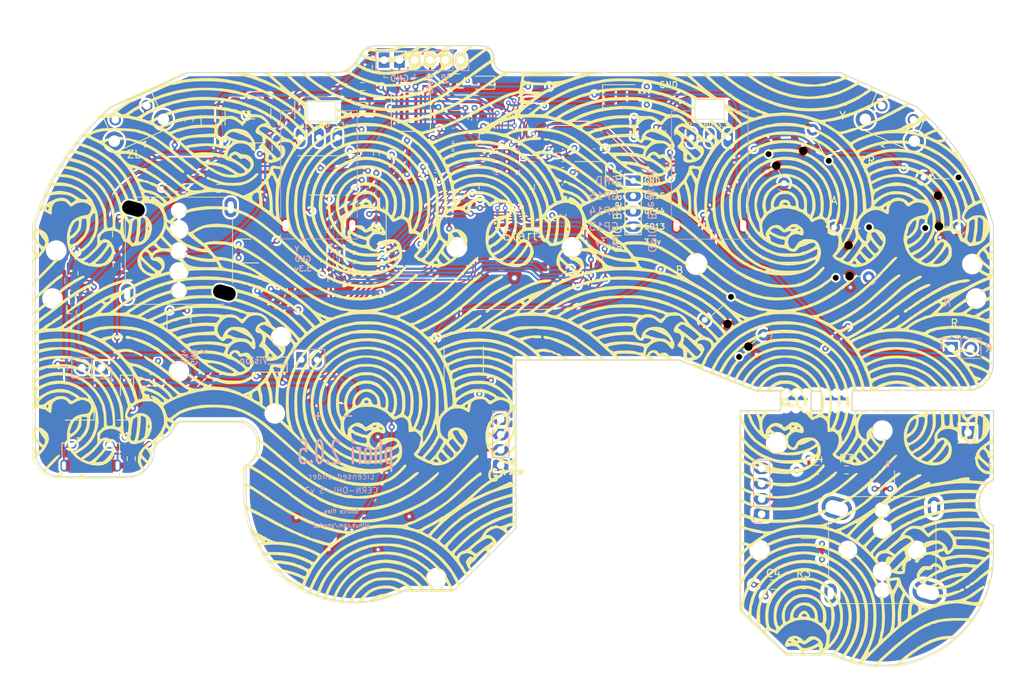
<source format=kicad_pcb>
(kicad_pcb (version 20221018) (generator pcbnew)
  (layers (0 "F.Cu" signal) (31 "B.Cu" signal) (34 "B.Paste" user) (35 "F.Paste" user) (36 "B.SilkS" user "B.Silkscreen") (37 "F.SilkS" user "F.Silkscreen") (38 "B.Mask" user) (39 "F.Mask" user) (44 "Edge.Cuts" user))
  (net 0 "")
  (footprint "Library:ABXY_Contact_Omron_Switch_b3F_v2" (layer "F.Cu") (at 186.15 63.533438 -63)
    (fp_text reference "SW4" hide)
    (fp_text value "Y" hide)
  )
  (footprint "PhobGCC_2_0_0_footprints:C_0402_1005Metric" (layer "F.Cu") (at 132.005875 70.264438 -90)
    (fp_text reference "C31" hide)
    (fp_text value "100n")
  )
  (footprint "PhobGCC_2_0_0_footprints:R_0603_1608Metric_Pad0.98x0.95mm_HandSolder" (layer "F.Cu") (at 129.592875 54.389438 180)
    (fp_text reference "R11" hide)
    (fp_text value "100R")
  )
  (footprint "PhobGCC_2_0_0_footprints:ABXY_Contact_Omron_Switch_b3F" (layer "F.Cu") (at 204.908875 69.806)
    (fp_text reference "SW1" hide)
    (fp_text value "A" hide)
  )
  (footprint "PhobGCC_2_0_0_footprints:SOT-23" (layer "F.Cu") (at 110.106875 58.779438 -90)
    (fp_text reference "Q2" hide)
    (fp_text value "Q_PMOS_GDS")
  )
  (footprint "PhobGCC_2_0_0_footprints:GCC_Stickbox_Hall_Only" (layer "F.Cu") (at 105.649357 75.806441)
    (fp_text reference "U2" hide)
    (fp_text value "Stickbox_Assembly_Main")
  )
  (footprint "PhobGCC_2_0_0_footprints:R_0402_1005Metric" (layer "F.Cu") (at 126.762875 75.979438 90)
    (fp_text reference "R7" hide)
    (fp_text value "180")
  )
  (footprint "PhobGCC_2_0_0_footprints:PinHeader_1x01_P2.54mm_Vertical" (layer "F.Cu") (at 208.586875 99.601438)
    (fp_text reference "J4" hide)
    (fp_text value "Conn_01x01")
  )
  (footprint "Connector_PinSocket_2.00mm:PinSocket_1x04_P2.00mm_Vertical" (layer "F.Cu") (at 164.90283 66.671343)
    (fp_text reference "J6" hide)
    (fp_text value "PinSocket_1x04_P2.00mm_Vertical")
  )
  (footprint "PhobGCC_2_0_0_footprints:SOT-23" (layer "F.Cu") (at 114.906875 60.179438 180)
    (fp_text reference "Q1" hide)
    (fp_text value "Q_NMOS_GSD")
  )
  (footprint "Diode_SMD:D_SOD-123" (layer "F.Cu") (at 117.406875 90.689438 180)
    (fp_text reference "D2" hide)
    (fp_text value "M7C")
  )
  (footprint "PhobGCC_2_0_0_footprints:R_0402_1005Metric" (layer "F.Cu") (at 128.512875 75.479438)
    (fp_text reference "R10" hide)
    (fp_text value "316")
  )
  (footprint "PhobGCC_2_0_0_footprints:Dpad_Contact_TL3315NF_2" (layer "F.Cu") (at 120.956875 107.475438 180)
    (fp_text reference "SW11" hide)
    (fp_text value "Dright" hide)
  )
  (footprint "PhobGCC_Footprints:MountingHole_2.0mm" (layer "F.Cu") (at 201.9 114.910382)
    (fp_text reference "H12" hide)
    (fp_text value "MountingHole")
  )
  (footprint "PhobGCC_2_0_0_footprints:C_0603_HandSoldering" (layer "F.Cu") (at 183.186875 119.413438 180)
    (fp_text reference "C4")
    (fp_text value "0.047u")
  )
  (footprint "PhobGCC_2_0_0_footprints:RP2040-QFN-56" (layer "F.Cu") (at 148.406875 64.179438 90)
    (fp_text reference "U8" hide)
    (fp_text value "RP2040")
  )
  (footprint "PhobGCC_2_0_0_footprints:SOT-23" (layer "F.Cu") (at 119.196875 57.929438 -90)
    (fp_text reference "Q3" hide)
    (fp_text value "Q_NMOS_GSD" hide)
  )
  (footprint "PhobGCC_2_0_0_footprints:C_0402_1005Metric" (layer "F.Cu") (at 141.406875 61.179438 180)
    (fp_text reference "C21" hide)
    (fp_text value "1u")
  )
  (footprint "PhobGCC_2_0_0_footprints:C_0603_HandSoldering" (layer "F.Cu") (at 118.406875 62.429438 -90)
    (fp_text reference "C7" hide)
    (fp_text value "0.047u")
  )
  (footprint "PhobGCC_Footprints:MountingHole_2.4mm" (layer "F.Cu") (at 183.65 100.910382)
    (fp_text reference "H7" hide)
    (fp_text value "2.4mm")
  )
  (footprint "PhobGCC_2_0_0_footprints:SOT-23" (layer "F.Cu") (at 188.466397 114.924301)
    (fp_text reference "U11" hide)
    (fp_text value "DRV5055Z3QDBZT")
  )
  (footprint "PhobGCC_Footprints:MountingHole_1.8mm" (layer "F.Cu") (at 139.244875 118.556 90)
    (fp_text reference "H10" hide)
    (fp_text value "MountingHole")
  )
  (footprint "PhobGCC_2_0_0_footprints:C_0805_2012Metric" (layer "F.Cu") (at 102.076875 92.719438)
    (fp_text reference "C18" hide)
    (fp_text value "10u")
  )
  (footprint "PhobGCC_2_0_0_footprints:C_0402_1005Metric" (layer "F.Cu") (at 143.006875 58.580438 90)
    (fp_text reference "C28" hide)
    (fp_text value "100n")
  )
  (footprint "PhobGCC_2_0_0_footprints:SOIC-8_3.9x4.9mm_P1.27mm" (layer "F.Cu") (at 142.800875 90.203438 90)
    (fp_text reference "U1" hide)
    (fp_text value "MCP3002")
  )
  (footprint "PhobGCC_Footprints:GCC_Stickbox_Hall_Only" (layer "F.Cu") (at 197.4 114.910382 180)
    (fp_text reference "U5" hide)
    (fp_text value "Stickbox_Assembly")
  )
  (footprint "PhobGCC_Footprints:MountingHole_2.2mm" (layer "F.Cu") (at 105.65 91.556)
    (fp_text reference "H8" hide)
    (fp_text value "2.2mm")
  )
  (footprint "PhobGCC_2_0_0_footprints:ABXY_Contact_Omron_Switch_b3F" (layer "F.Cu") (at 193.242875 76.301438)
    (fp_text reference "SW1" hide)
    (fp_text value "A" hide)
  )
  (footprint "PhobGCC_2_0_0_footprints:Dpad_Contact_TL3315NF_2" (layer "F.Cu") (at 149.404875 76.279438 180)
    (fp_text reference "SW5" hide)
    (fp_text value "Start")
  )
  (footprint "PhobGCC_Footprints:MountingHole_2.2mm" (layer "F.Cu") (at 197.4 99.306)
    (fp_text reference "H8" hide)
    (fp_text value "2.2mm")
  )
  (footprint "PhobGCC_2_0_0_footprints:C_0402_1005Metric" (layer "F.Cu") (at 139.106875 64.879438 180)
    (fp_text reference "C17" hide)
    (fp_text value "100n")
  )
  (footprint "PhobGCC_Footprints:MountingHole_2.2mm" (layer "F.Cu") (at 89.65 75.806)
    (fp_text reference "H8" hide)
    (fp_text value "2.2mm")
  )
  (footprint "PhobGCC_2_0_0_footprints:R_0402_1005Metric" (layer "F.Cu") (at 128.512875 76.679438)
    (fp_text reference "R19" hide)
    (fp_text value "316")
  )
  (footprint "PhobGCC_2_0_0_footprints:MountingHole_2.2mm" (layer "F.Cu") (at 118.980253 87.092816)
    (fp_text reference "H9" hide)
    (fp_text value "2.2mm")
  )
  (footprint "PhobGCC_2_0_0_footprints:C_0603_HandSoldering" (layer "F.Cu") (at 106.906875 67.679438 180)
    (fp_text reference "C6" hide)
    (fp_text value "0.047u")
  )
  (footprint "Resistor_SMD:R_0402_1005Metric" (layer "F.Cu") (at 131.406875 63.179438 90)
    (fp_text reference "R16" hide)
    (fp_text value "1k")
  )
  (footprint "Package_TO_SOT_SMD:SOT-666" (layer "F.Cu") (at 98.666875 98.829438)
    (fp_text reference "U12" hide)
    (fp_text value "USBLC6-2P6")
  )
  (footprint "PhobGCC_2_0_0_footprints:R_0603_1608Metric_Pad0.98x0.95mm_HandSolder" (layer "F.Cu") (at 129.592875 57.691438)
    (fp_text reference "R14" hide)
    (fp_text value "10k")
  )
  (footprint "Resistor_SMD:R_0603_1608Metric_Pad0.98x0.95mm_HandSolder" (layer "F.Cu") (at 99.426875 102.959438 90)
    (fp_text reference "R17" hide)
    (fp_text value "100k")
  )
  (footprint "PhobGCC_2_0_0_footprints:C_0402_1005Metric" (layer "F.Cu") (at 155.706875 63.379438)
    (fp_text reference "C22" hide)
    (fp_text value "100n")
  )
  (footprint "PhobGCC_2_0_0_footprints:Dpad_Contact_TL3315NF_2" (layer "F.Cu") (at 128.4 100.109438 -90)
    (fp_text reference "SW10" hide)
    (fp_text value "Dup" hide)
  )
  (footprint "PhobGCC_2_0_0_footprints:R_0402_1005Metric" (layer "F.Cu") (at 125.012875 75.479438 180)
    (fp_text reference "R2" hide)
    (fp_text value "180")
  )
  (footprint "PhobGCC_2_0_0_footprints:R_0603_1608Metric_Pad0.98x0.95mm_HandSolder" (layer "F.Cu") (at 106.986875 58.707438 90)
    (fp_text reference "R13" hide)
    (fp_text value "10k")
  )
  (footprint "PhobGCC_2_0_0_footprints:C_0402_1005Metric" (layer "F.Cu") (at 139.106875 65.979438 180)
    (fp_text reference "C20" hide)
    (fp_text value "100n")
  )
  (footprint "PhobGCC_2_0_0_footprints:C_0402_1005Metric" (layer "F.Cu") (at 141.406875 60.179438 180)
    (fp_text reference "C23" hide)
    (fp_text value "1u")
  )
  (footprint "PhobGCC_Footprints:Z_Switch_Edge_Omron" (layer "F.Cu") (at 199.4 57.806 -24)
    (fp_text reference "SW8" hide)
    (fp_text value "Z")
  )
  (footprint "PhobGCC_2_0_0_footprints:Dpad_Contact_TL3315NF_2" (layer "F.Cu") (at 128.4 114.806 -90)
    (fp_text reference "SW10" hide)
    (fp_text value "Dup" hide)
  )
  (footprint "PhobGCC_2_0_0_footprints:SOIC-8_5.23x5.23mm_P1.27mm" (layer "F.Cu") (at 135.406875 73.179438 90)
    (fp_text reference "U7" hide)
    (fp_text value "W25Q128JVS")
  )
  (footprint "PhobGCC_Footprints:MountingHole_2.2mm" (layer "F.Cu") (at 89.15 82.056)
    (fp_text reference "H8" hide)
    (fp_text value "2.2mm")
  )
  (footprint "Resistor_SMD:R_0402_1005Metric" (layer "F.Cu") (at 141.406875 62.179438)
    (fp_text reference "R21" hide)
    (fp_text value "27")
  )
  (footprint "PhobGCC_2_0_0_footprints:C_0402_1005Metric" (layer "F.Cu") (at 91.746875 81.849438 90)
    (fp_text reference "C29" hide)
    (fp_text value "100n")
  )
  (footprint "PhobGCC_2_0_0_footprints:R_0402_1005Metric" (layer "F.Cu") (at 126.762875 78.079438 90)
    (fp_text reference "R8" hide)
    (fp_text value "180")
  )
  (footprint "Diode_SMD:D_SOD-323" (layer "F.Cu") (at 145.340875 53.881438 180)
    (fp_text reference "D5" hide)
    (fp_text value "CUS10S30,H3F" hide)
  )
  (footprint "PhobGCC_2_0_0_footprints:C_0603_HandSoldering" (layer "F.Cu") (at 169.724875 60.419438 90)
    (fp_text reference "C3" hide)
    (fp_text value "0.047u")
  )
  (footprint "Package_TO_SOT_SMD:SOT-666" (layer "F.Cu") (at 141.530875 53.627438 180)
    (fp_text reference "U13" hide)
    (fp_text value "USBLC6-2P6")
  )
  (footprint "PhobGCC_Footprints:MountingHole_1.8mm" (layer "F.Cu") (at 118.15 97.056)
    (fp_text reference "H10" hide)
    (fp_text value "MountingHole")
  )
  (footprint "PhobGCC_Footprints:Z_Switch_Edge_Omron" (layer "F.Cu") (at 99.4 57.806 24)
    (fp_text reference "SW8" hide)
    (fp_text value "Z")
  )
  (footprint "" (layer "F.Cu") (at 105.639357 75.846441)
    (fp_text reference "")
    (fp_text value "")
  )
  (footprint "PhobGCC_2_0_0_footprints:R_0603_1608Metric_Pad0.98x0.95mm_HandSolder" (layer "F.Cu") (at 110.819375 67.679438)
    (fp_text reference "R5" hide)
    (fp_text value "2k")
  )
  (footprint "PhobGCC_2_0_0_footprints:C_0402_1005Metric" (layer "F.Cu") (at 140.906875 71.429438 -90)
    (fp_text reference "C24" hide)
    (fp_text value "100n")
  )
  (footprint "PhobGCC_2_0_0_footprints:Crystal_SMD_3225-4Pin_3.2x2.5mm" (layer "F.Cu") (at 159.306875 65.829438 180)
    (fp_text reference "Y1" hide)
    (fp_text value "Crystal_GND24")
  )
  (footprint "PhobGCC_2_0_0_footprints:Fuse_1206_3216Metric" (layer "F.Cu") (at 114.406875 56.679438)
    (fp_text reference "F1" hide)
    (fp_text value "Fuse")
  )
  (footprint "PhobGCC_2_0_0_footprints:R_0603_1608Metric_Pad0.98x0.95mm_HandSolder" (layer "F.Cu") (at 97.588875 77.679438 -90)
    (fp_text reference "R6" hide)
    (fp_text value "2k")
  )
  (footprint "PhobGCC_2_0_0_footprints:R_0402_1005Metric" (layer "F.Cu") (at 124.512875 77.179438 -90)
    (fp_text reference "R1" hide)
    (fp_text value "180")
  )
  (footprint "PhobGCC_Footprints:MountingHole_2.2mm" (layer "F.Cu") (at 209.15 77.556)
    (fp_text reference "H8" hide)
    (fp_text value "2.2mm")
  )
  (footprint "PhobGCC_Footprints:MountingHole_2.0mm" (layer "F.Cu") (at 192.9 114.910382)
    (fp_text reference "H13" hide)
    (fp_text value "MountingHole")
  )
  (footprint "PhobGCC_Footprints:MountingHole_2.2mm" (layer "F.Cu") (at 181.4 114.910382)
    (fp_text reference "H8" hide)
    (fp_text value "2.2mm")
  )
  (footprint "PhobGCC_2_0_0_footprints:R_0402_1005Metric" (layer "F.Cu") (at 128.512875 79.079438)
    (fp_text reference "R25" hide)
    (fp_text value "316")
  )
  (footprint "Resistor_SMD:R_0402_1005Metric" (layer "F.Cu") (at 141.406875 63.179438)
    (fp_text reference "R20" hide)
    (fp_text value "27")
  )
  (footprint "PhobGCC_Footprints:MountingHole_2.4mm" (layer "F.Cu") (at 173.15 77.556)
    (fp_text reference "H7" hide)
    (fp_text value "2.4mm")
  )
  (footprint "PhobGCC_2_0_0_footprints:MountingHole_1.8mm" (layer "F.Cu") (at 156.008875 75.979438)
    (fp_text reference "H6" hide)
    (fp_text value "1.8mm")
  )
  (footprint "Library:ABXY_Contact_Omron_Switch_b3F_v2" (layer "F.Cu") (at 178.161171 86.115099 41)
    (fp_text reference "SW2" hide)
    (fp_text value "B" hide)
  )
  (footprint "Resistor_SMD:R_0402_1005Metric" (layer "F.Cu") (at 155.706875 64.579438)
    (fp_text reference "R18" hide)
    (fp_text value "1k")
  )
  (footprint "Capacitor_Tantalum_SMD:CP_EIA-3528-12_Kemet-T" (layer "F.Cu") (at 163.374875 55.659438)
    (fp_text reference "C1" hide)
    (fp_text value "47u")
  )
  (footprint "PhobGCC_2_0_0_footprints:C_0603_HandSoldering" (layer "F.Cu") (at 97.588875 73.679438 90)
    (fp_text reference "C8" hide)
    (fp_text value "0.047u")
  )
  (footprint "PhobGCC_2_0_0_footprints:C_0402_1005Metric" (layer "F.Cu") (at 155.306875 67.179438 -90)
    (fp_text reference "C14" hide)
    (fp_text value "27p")
  )
  (footprint "PhobGCC_2_0_0_footprints:R_0603_1608Metric_Pad0.98x0.95mm_HandSolder" (layer "F.Cu") (at 129.592875 55.913438 180)
    (fp_text reference "R12" hide)
    (fp_text value "100R")
  )
  (footprint "LOGO" (layer "F.Cu") (at 148.336 105.156)
    (fp_text reference "G***")
    (fp_text value "LOGO" hide)
  )
  (footprint "phlob2000020000:USB_Micro-B_Amphenol_10118194_Horizontal" (layer "F.Cu") (at 94.146875 102.569438)
    (fp_text reference "J9" hide)
    (fp_text value "USB_B_Micro")
  )
  (footprint "PhobGCC_2_0_0_footprints:C_0805_2012Metric" (layer "F.Cu") (at 91.746875 78.773438 -90)
    (fp_text reference "C16" hide)
    (fp_text value "10u")
  )
  (footprint "PhobGCC_2_0_0_footprints:R_0603_1608Metric_Pad0.98x0.95mm_HandSolder" (layer "F.Cu") (at 187.136875 119.413438)
    (fp_text reference "R3")
    (fp_text value "2k")
  )
  (footprint "PhobGCC_2_0_0_footprints:C_0402_1005Metric" (layer "F.Cu") (at 144.206875 58.707438 90)
    (fp_text reference "C26" hide)
    (fp_text value "100n")
  )
  (footprint "PhobGCC_2_0_0_footprints:Dpad_Contact_TL3315NF_2" (layer "F.Cu") (at 135.688875 107.306 180)
    (fp_text reference "SW11" hide)
    (fp_text value "Dright" hide)
  )
  (footprint "PhobGCC_2_0_0_footprints:R_0402_1005Metric" (layer "F.Cu") (at 125.462875 79.679438 90)
    (fp_text reference "R9" hide)
    (fp_text value "180")
  )
  (footprint "PhobGCC_Footprints:MountingHole_2.2mm" (layer "F.Cu") (at 209.65 82.056)
    (fp_text reference "H8" hide)
    (fp_text value "2.2mm")
  )
  (footprint "PhobGCC_2_0_0_footprints:C_0402_1005Metric" (layer "F.Cu") (at 155.706875 62.179438)
    (fp_text reference "C19" hide)
    (fp_text value "100n")
  )
  (footprint "PhobGCC_2_0_0_footprints:C_0402_1005Metric" (layer "F.Cu") (at 151.436875 56.929438)
    (fp_text reference "C27" hide)
    (fp_text value "100n")
  )
  (footprint "PhobGCC_2_0_0_footprints:SW_TS-1187A-B-A-B" (layer "F.Cu") (at 135.906875 57.679438 -90)
    (fp_text reference "S1" hide)
    (fp_text value "BOOTSEL")
  )
  (footprint "PhobGCC_2_0_0_footprints:SOT-223-3_TabPin2" (layer "F.Cu") (at 92.666875 94.519438)
    (fp_text reference "U6" hide)
    (fp_text value "AMS1117-3.3")
  )
  (footprint "PhobGCC_2_0_0_footprints:SOT-23" (layer "F.Cu") (at 105.648203 84.569438 90)
    (fp_text reference "U10" hide)
    (fp_text value "DRV5055Z3QDBZT")
  )
  (footprint "PhobGCC_2_0_0_footprints:R_0402_1005Metric" (layer "F.Cu") (at 128.512875 77.879438)
    (fp_text reference "R24" hide)
    (fp_text value "316")
  )
  (footprint "Diode_SMD:D_SOD-323" (layer "F.Cu") (at 98.866875 93.671938 -90)
    (fp_text reference "D1" hide)
    (fp_text value "CUS10S30,H3F" hide)
  )
  (footprint "PhobGCC_2_0_0_footprints:C_0402_1005Metric" (layer "F.Cu") (at 155.754875 71.153438 -90)
    (fp_text reference "C25" hide)
    (fp_text value "100n")
  )
  (footprint "PhobGCC_2_0_0_footprints:MountingHole_1.8mm" (layer "F.Cu") (at 142.546875 75.725438)
    (fp_text reference "H5" hide)
    (fp_text value "1.8mm")
  )
  (footprint "PhobGCC_2_0_0_footprints:SOIC-8_3.9x4.9mm_P1.27mm" (layer "F.Cu") (at 124.606875 65.979438)
    (fp_text reference "U1" hide)
    (fp_text value "MCP3002")
  )
  (footprint "PhobGCC_2_0_0_footprints:C_0603_HandSoldering" (layer "F.Cu") (at 188.774875 104.427438 180)
    (fp_text reference "C4")
    (fp_text value "0.047u")
  )
  (footprint "PhobGCC_2_0_0_footprints:R_0603_1608Metric_Pad0.98x0.95mm_HandSolder" (layer "F.Cu") (at 192.724875 104.427438)
    (fp_text reference "R3")
    (fp_text value "2k")
  )
  (footprint "PhobGCC_2_0_0_footprints:C_0402_1005Metric" (layer "F.Cu") (at 128.957875 63.533438 90)
    (fp_text reference "C30" hide)
    (fp_text value "100n")
  )
  (footprint "PhobGCC_2_0_0_footprints:C_0402_1005Metric" (layer "F.Cu") (at 159.818875 62.898438)
    (fp_text reference "C15" hide)
    (fp_text value "27p")
  )
  (footprint "PhobGCC_2_0_0_footprints:SOT-23" (layer "F.Cu") (at 197.434127 106.189462 -90)
    (fp_text reference "U11" hide)
    (fp_text value "DRV5055Z3QDBZT")
  )
  (footprint "PhobGCC_2_0_0_footprints:SOT-23" (layer "F.Cu") (at 114.366875 75.849688 180)
    (fp_text reference "U11" hide)
    (fp_text value "DRV5055Z3QDBZT")
  )
  (footprint "PhobGCC_2_0_0_footprints:R_0603_1608Metric_Pad0.98x0.95mm_HandSolder" (layer "F.Cu") (at 130.354875 51.849438 -90)
    (fp_text reference "R15" hide)
    (fp_text value "10k")
  )
  (footprint "PhobGCC_Footprints:breakaway-mousebites-double" (layer "B.Cu") (at 191.218 96.658275 180)
    (fp_text reference "H14" hide)
    (fp_text value "MouseBite" hide)
    (fp_line (start -2.233 2.537893) (end -2.233 -0.002107) (stroke (width 0.1)) (layer "Edge.Cuts"))
    (fp_line (start 1.767 2.537893) (end 1.767 -0.002107) (stroke (width 0.1)) (layer "Edge.Cuts"))
  )
  (footprint "PhobGCC_2_0_0_footprints:PinHeader_1x02_P2.00mm_Vertical" (layer "B.Cu") (at 121.633275 90.051038 -90)
    (fp_text reference "J2" hide)
    (fp_text value "Conn_01x02")
  )
  (footprint "PhobGCC_Footprints:PinHeader_1x04_P2.00mm_Vertical" (layer "B.Cu") (at 181.662875 110.221438)
    (fp_text reference "J4" hide)
    (fp_text value "Conn_01x04_Male")
  )
  (footprint "PhobGCC_2_0_0_footprints:GCC_Header_Straight_1x06_Pitch2.00mm" (layer "B.Cu") (at 142.396875 50.809438 90)
    (fp_text reference "J1" hide)
    (fp_text value "Conn_01x06_Female")
  )
  (footprint "PhobGCC_2_0_0_footprints:GCC_Slider" (layer "B.Cu") (at 174.900846 61.063196 180)
    (fp_text reference "RV2" hide)
    (fp_text value "R_POT_MountingPin")
  )
  (footprint "PhobGCC_Footprints:PinHeader_1x04_P2.00mm_Vertical" (layer "B.Cu") (at 147.626875 103.823438)
    (fp_text reference "J2" hide)
    (fp_text value "Conn_01x04_Female")
  )
  (footprint "PhobGCC_Footprints:breakaway-mousebites-double" (layer "B.Cu") (at 185.917 96.658275 180)
    (fp_text reference "H15" hide)
    (fp_text value "MouseBite" hide)
    (fp_line (start -2.233 2.537893) (end -2.233 -0.002107) (stroke (width 0.1)) (layer "Edge.Cuts"))
    (fp_line (start 1.767 2.537893) (end 1.767 -0.002107) (stroke (width 0.1)) (layer "Edge.Cuts"))
  )
  (footprint "PhobGCC_2_0_0_footprints:rumble_pins" (layer "B.Cu") (at 124.588875 94.297438 -90)
    (fp_text reference "J5" hide)
    (fp_text value "Rumble" hide)
  )
  (footprint "PhobGCC_2_0_0_footprints:GCC_Slider" (layer "B.Cu") (at 123.916293 61.037894 180)
    (fp_text reference "RV1" hide)
    (fp_text value "R_POT_MountingPin")
  )
  (footprint "PhobGCC_Footprints:Pin_Header_Straight_1x02_Pitch2.54mm" (layer "B.Cu") (at 95.55 91.106 90)
    (fp_text reference "SW6" hide)
    (fp_text value "L")
  )
  (footprint "PhobGCC_Footprints:Pin_Header_Straight_1x02_Pitch2.54mm" (layer "B.Cu") (at 206.4 88.556 -90)
    (fp_text reference "SW7" hide)
    (fp_text value "R")
  )
  (gr_line (start 132.945675 53.221038) (end 132.386875 53.221038) (stroke (width 0.12)) (layer "B.SilkS"))
  (gr_line (start 135.942875 53.221038) (end 136.400075 53.221038) (stroke (width 0.12)) (layer "B.SilkS"))
  (gr_line (start 132.386875 53.221038) (end 132.386875 52.713038) (stroke (width 0.12)) (layer "B.SilkS"))
  (gr_line (start 136.400075 53.221038) (end 136.400075 52.713038) (stroke (width 0.12)) (layer "B.SilkS"))
  (gr_line (start 149.65 90.056) (end 149.65 112.056) (stroke (width 0.1)) (layer "Edge.Cuts"))
  (gr_line (start 176.8 56.056) (end 176.8 58.656) (stroke (width 0.05)) (layer "Edge.Cuts"))
  (gr_arc (start 114.15 98.056) (mid 116.176451 100.848328) (end 114.4 103.806) (stroke (width 0.1)) (layer "Edge.Cuts"))
  (gr_arc (start 102.431889 102.202338) (mid 102.774378 101.089374) (end 103.684875 100.363438) (stroke (width 0.1)) (layer "Edge.Cuts"))
  (gr_line (start 173 58.656) (end 173 56.056) (stroke (width 0.05)) (layer "Edge.Cuts"))
  (gr_line (start 98.795058 105.320919) (end 90.029019 105.327051) (stroke (width 0.1)) (layer "Edge.Cuts"))
  (gr_arc (start 148.416835 52.555044) (mid 147.231751 52.04584) (end 146.794172 50.832482) (stroke (width 0.1)) (layer "Edge.Cuts"))
  (gr_line (start 191.9 52.556) (end 201.9 57.056) (stroke (width 0.1)) (layer "Edge.Cuts"))
  (gr_arc (start 129.338875 50.325438) (mid 128.316014 51.82837) (end 126.65 52.556) (stroke (width 0.1)) (layer "Edge.Cuts"))
  (gr_line (start 141.65 120.056) (end 135.15 120.056) (stroke (width 0.1)) (layer "Edge.Cuts"))
  (gr_line (start 148.416835 52.555044) (end 191.9 52.556) (stroke (width 0.1)) (layer "Edge.Cuts"))
  (gr_line (start 106.9 52.556) (end 96.9 57.056) (stroke (width 0.1)) (layer "Edge.Cuts"))
  (gr_arc (start 211.9 115.410382) (mid 205.025287 127.766615) (end 190.9 128.410382) (stroke (width 0.1)) (layer "Edge.Cuts"))
  (gr_line (start 211.9 96.660382) (end 193.451 96.660382) (stroke (width 0.1)) (layer "Edge.Cuts"))
  (gr_arc (start 90.029019 105.327051) (mid 87.733376 104.140057) (end 86.910438 101.69022) (stroke (width 0.1)) (layer "Edge.Cuts"))
  (gr_line (start 145.114835 49.054482) (end 131.314362 49.055438) (stroke (width 0.1)) (layer "Edge.Cuts"))
  (gr_line (start 170.9 90.056) (end 149.65 90.056) (stroke (width 0.1)) (layer "Edge.Cuts"))
  (gr_line (start 188.15 94.120382) (end 189.451 94.120382) (stroke (width 0.1)) (layer "Edge.Cuts"))
  (gr_arc (start 201.9 57.056) (mid 208.044428 64.06766) (end 211.9 72.556) (stroke (width 0.1)) (layer "Edge.Cuts"))
  (gr_arc (start 211.9 111.660382) (mid 210.025404 108.660382) (end 211.9 105.660382) (stroke (width 0.1)) (layer "Edge.Cuts"))
  (gr_line (start 180.9 94.056) (end 170.9 90.056) (stroke (width 0.1)) (layer "Edge.Cuts"))
  (gr_arc (start 86.9 72.556) (mid 90.748487 64.063088) (end 96.9 57.056) (stroke (width 0.1)) (layer "Edge.Cuts"))
  (gr_line (start 114.4 103.806) (end 114.4 107.306) (stroke (width 0.1)) (layer "Edge.Cuts"))
  (gr_arc (start 104.954875 99.093438) (mid 105.30961 98.519702) (end 105.799497 98.056) (stroke (width 0.1)) (layer "Edge.Cuts"))
  (gr_line (start 188.15 96.660382) (end 189.451 96.660382) (stroke (width 0.1)) (layer "Edge.Cuts"))
  (gr_line (start 122.496875 58.909438) (end 122.496875 56.309438) (stroke (width 0.05)) (layer "Edge.Cuts"))
  (gr_line (start 126.296875 56.309438) (end 126.296875 58.909438) (stroke (width 0.05)) (layer "Edge.Cuts"))
  (gr_line (start 190.9 128.410382) (end 184.9 128.410382) (stroke (width 0.1)) (layer "Edge.Cuts"))
  (gr_line (start 211.9 72.556) (end 211.888875 90.457438) (stroke (width 0.1)) (layer "Edge.Cuts"))
  (gr_line (start 176.8 58.656) (end 173 58.656) (stroke (width 0.05)) (layer "Edge.Cuts"))
  (gr_line (start 208.301644 94.015919) (end 193.451 94.056) (stroke (width 0.1)) (layer "Edge.Cuts"))
  (gr_arc (start 104.954875 99.093438) (mid 104.448463 99.857026) (end 103.684875 100.363438) (stroke (width 0.1)) (layer "Edge.Cuts"))
  (gr_line (start 211.9 115.410382) (end 211.9 111.660382) (stroke (width 0.1)) (layer "Edge.Cuts"))
  (gr_line (start 211.9 105.660382) (end 211.9 96.660382) (stroke (width 0.1)) (layer "Edge.Cuts"))
  (gr_arc (start 102.431889 102.202338) (mid 101.244883 104.497967) (end 98.795058 105.320919) (stroke (width 0.1)) (layer "Edge.Cuts"))
  (gr_arc (start 129.338875 50.325438) (mid 130.158917 49.429578) (end 131.314362 49.055438) (stroke (width 0.1)) (layer "Edge.Cuts"))
  (gr_line (start 86.9 98.056) (end 86.910438 101.69022) (stroke (width 0.1)) (layer "Edge.Cuts"))
  (gr_arc (start 145.114835 49.054482) (mid 146.356854 49.563458) (end 146.794172 50.832482) (stroke (width 0.1)) (layer "Edge.Cuts"))
  (gr_line (start 184.15 94.056) (end 184.15 94.120382) (stroke (width 0.1)) (layer "Edge.Cuts"))
  (gr_line (start 122.496875 56.309438) (end 126.296875 56.309438) (stroke (width 0.05)) (layer "Edge.Cuts"))
  (gr_line (start 184.9 128.410382) (end 178.9 122.660382) (stroke (width 0.1)) (layer "Edge.Cuts"))
  (gr_arc (start 135.15 120.056) (mid 121.160776 119.562972) (end 114.4 107.306) (stroke (width 0.1)) (layer "Edge.Cuts"))
  (gr_line (start 149.65 112.056) (end 141.65 120.056) (stroke (width 0.1)) (layer "Edge.Cuts"))
  (gr_line (start 173 56.056) (end 176.8 56.056) (stroke (width 0.05)) (layer "Edge.Cuts"))
  (gr_line (start 86.9 72.556) (end 86.9 98.056) (stroke (width 0.1)) (layer "Edge.Cuts"))
  (gr_arc (start 211.888875 90.457438) (mid 210.861292 93.0089) (end 208.301644 94.015919) (stroke (width 0.1)) (layer "Edge.Cuts"))
  (gr_line (start 126.65 52.556) (end 106.9 52.556) (stroke (width 0.1)) (layer "Edge.Cuts"))
  (gr_line (start 180.9 94.056) (end 184.15 94.056) (stroke (width 0.1)) (layer "Edge.Cuts"))
  (gr_line (start 178.9 122.660382) (end 178.9 96.660382) (stroke (width 0.1)) (layer "Edge.Cuts"))
  (gr_line (start 178.9 96.660382) (end 184.15 96.660382) (stroke (width 0.1)) (layer "Edge.Cuts"))
  (gr_line (start 105.799497 98.056) (end 114.15 98.056) (stroke (width 0.1)) (layer "Edge.Cuts"))
  (gr_line (start 193.451 94.056) (end 193.451 94.120382) (stroke (width 0.1)) (layer "Edge.Cuts"))
  (gr_line (start 126.296875 58.909438) (end 122.496875 58.909438) (stroke (width 0.05)) (layer "Edge.Cuts"))
  (gr_text "Source files" (at 126.856875 109.850638) (layer "B.SilkS") (effects (font (size 0.5 0.5) (thickness 0.1)) (justify mirror)))
  (gr_text "R" (at 205.906875 82.629438) (layer "B.SilkS") (effects (font (size 1 1)) (justify mirror)))
  (gr_text "github.com/phori_2" (at 126.856875 111.679438) (layer "B.SilkS") (effects (font (size 0.5 0.5) (thickness 0.1)) (justify mirror)))
  (gr_text "GP14" (at 163.120875 70.645438) (layer "B.SilkS") (effects (font (size 1 1)) (justify left mirror)))
  (gr_text "____Vision" (at 116.689675 90.152638) (layer "B.SilkS") (effects (font (size 0.85 0.85)) (justify mirror)))
  (gr_text "L" (at 92.092875 84.135038) (layer "B.SilkS") (effects (font (size 1 1)) (justify mirror)))
  (gr_text "3.3v" (at 106.326475 88.577838 270) (layer "B.SilkS") (effects (font (size 0.7 0.7)) (justify right mirror)))
  (gr_text "3.3v" (at 163.120875 74.658638) (layer "B.SilkS") (effects (font (size 1 1)) (justify left mirror)))
  (gr_text "GND" (at 120.652075 76.893838) (layer "B.SilkS") (effects (font (size 0.7 0.7)) (justify right mirror)))
  (gr_text "GP13" (at 163.120875 72.677438) (layer "B.SilkS") (effects (font (size 1 1)) (justify left mirror)))
  (gr_text "CERN-OHL-S v2" (at 126.856875 107.107438) (layer "B.SilkS") (effects (font (size 0.75 0.75) (thickness 0.1)) (justify mirror)))
  (gr_text "X" (at 108.866475 88.577838 270) (layer "B.SilkS") (effects (font (size 0.7 0.7)) (justify right mirror)))
  (gr_text "5v" (at 140.413275 52.611438 90) (layer "B.SilkS") (effects (font (size 0.8 0.8)) (justify left mirror)))
  (gr_text "GND" (at 163.120875 66.679438) (layer "B.SilkS") (effects (font (size 1 1)) (justify left mirror)))
  (gr_text "Licensed under" (at 126.856875 105.278638) (layer "B.SilkS") (effects (font (size 0.75 0.75) (thickness 0.1)) (justify mirror)))
  (gr_text "1" (at 211.380875 103.716238) (layer "B.SilkS") (effects (font (size 0.65 0.65)) (justify mirror)))
  (gr_text "GP15" (at 163.120875 68.664238) (layer "B.SilkS") (effects (font (size 1 1)) (justify left mirror)))
  (gr_text "GPIO Breakout" (at 167.337275 70.661438 270) (layer "B.SilkS") (effects (font (size 1 1)) (justify mirror)))
  (gr_text "GND" (at 134.418875 53.322638) (layer "B.SilkS") (effects (font (size 0.8 0.8)) (justify mirror)))
  (gr_text "phori 2.0.5" (at 127.406875 102.179438) (layer "B.SilkS") (effects (font (size 3 1.5) (thickness 0.3)) (justify mirror)))
  (gr_text "GND" (at 107.596475 88.577838 270) (layer "B.SilkS") (effects (font (size 0.7 0.7)) (justify right mirror)))
  (gr_text "3.3v" (at 120.652075 78.163838) (layer "B.SilkS") (effects (font (size 0.7 0.7)) (justify right mirror)))
  (gr_text "6" (at 198.071275 103.716238) (layer "B.SilkS") (effects (font (size 0.65 0.65)) (justify mirror)))
  (gr_text "Y" (at 120.652075 75.623838) (layer "B.SilkS") (effects (font (size 0.7 0.7)) (justify right mirror)))
  (gr_text "Data" (at 138.381275 52.611438 90) (layer "B.SilkS") (effects (font (size 0.8 0.8)) (justify left mirror)))
  (gr_text "R" (at 206.808875 85.275838) (layer "F.SilkS") (effects (font (size 1 1))))
  (gr_text "3.3v" (at 176.786075 59.418638) (layer "F.SilkS") (effects (font (size 0.6 0.6) (thickness 0.1))))
  (gr_text "GP15" (at 166.219675 68.664238) (layer "F.SilkS") (effects (font (size 0.7 0.7)) (justify left)))
  (gr_text "A" (at 191.111675 69.273838) (layer "F.SilkS") (effects (font (size 1 1))))
  (gr_text "GPIO Breakout" (at 162.866875 70.661438 -270) (layer "F.SilkS") (effects (font (size 1 1))))
  (gr_text "3.3v" (at 166.219675 74.658638) (layer "F.SilkS") (effects (font (size 0.7 0.7)) (justify left)))
  (gr_text "GP13" (at 166.219675 72.677438) (layer "F.SilkS") (effects (font (size 0.7 0.7)) (justify left)))
  (gr_text "Y" (at 192.229275 58.199438) (layer "F.SilkS") (effects (font (size 1 1))))
  (gr_text "aL" (at 122.023675 59.418638) (layer "F.SilkS") (effects (font (size 0.6 0.6) (thickness 0.1))))
  (gr_text "GND" (at 169.516875 54.169438) (layer "F.SilkS") (effects (font (size 0.8 0.8))))
  (gr_text "3.3v" (at 126.798875 59.418638) (layer "F.SilkS") (effects (font (size 0.6 0.6) (thickness 0.1))))
  (gr_text "GND" (at 174.398475 59.418638) (layer "F.SilkS") (effects (font (size 0.6 0.6) (thickness 0.1))))
  (gr_text "GND" (at 124.411275 59.418638) (layer "F.SilkS") (effects (font (size 0.6 0.6) (thickness 0.1))))
  (gr_text "GND" (at 166.219675 66.679438) (layer "F.SilkS") (effects (font (size 0.7 0.7)) (justify left)))
  (gr_text "X" (at 203.964075 65.870238) (layer "F.SilkS") (effects (font (size 1 1))))
  (gr_text "B" (at 170.944075 78.367038) (layer "F.SilkS") (effects (font (size 1 1))))
  (gr_text "GP14" (at 166.219675 70.645438) (layer "F.SilkS") (effects (font (size 0.7 0.7)) (justify left)))
  (gr_text "ZR" (at 195.480475 64.041438) (layer "F.SilkS") (effects (font (size 1 1))))
  (gr_text "ZL" (at 99.746875 63.239438) (layer "F.SilkS") (effects (font (size 1 1))))
  (gr_text "aR" (at 172.010875 59.418638) (layer "F.SilkS") (effects (font (size 0.6 0.6) (thickness 0.1))))
  (gr_text "L" (at 91.188075 83.548638) (layer "F.SilkS") (effects (font (size 1 1))))
  (segment (start 120.902438 104.221001) (end 120.9 104.218563) (width 0.3) (layer "F.Cu") (net 0))
  (segment (start 97.816875 99.366938) (end 97.799375 99.349438) (width 0.2) (layer "F.Cu") (net 0))
  (segment (start 148.388875 57.437438) (end 148.007875 57.818438) (width 0.15) (layer "F.Cu") (net 0))
  (segment (start 197.663875 106.888938) (end 197.410875 107.141938) (width 0.4) (layer "F.Cu") (net 0))
  (segment (start 116.207375 63.179438) (end 118.206875 63.179438) (width 0.3) (layer "F.Cu") (net 0))
  (segment (start 129.565875 80.270438) (end 130.007817 79.828495) (width 0.3) (layer "F.Cu") (net 0))
  (segment (start 138.990875 80.052517) (end 138.228875 80.052517) (width 0.3) (layer "F.Cu") (net 0))
  (segment (start 121.845875 74.074438) (end 126.076767 69.843546) (width 0.8) (layer "F.Cu") (net 0))
  (segment (start 161.708875 60.881438) (end 165.264875 64.437438) (width 0.3) (layer "F.Cu") (net 0))
  (segment (start 160.294491 58.168679) (end 160.60492 58.239532) (width 0.3) (layer "F.Cu") (net 0))
  (segment (start 152.106875 70.903667) (end 152.106875 70.391438) (width 0.15) (layer "F.Cu") (net 0))
  (segment (start 151.668052 58.730261) (end 153.467825 58.730261) (width 0.15) (layer "F.Cu") (net 0))
  (segment (start 125.2 100.109438) (end 124.895018 99.804456) (width 0.3) (layer "F.Cu") (net 0))
  (segment (start 134.031875 54.679438) (end 134.031875 60.679438) (width 0.25) (layer "F.Cu") (net 0))
  (segment (start 143.435875 92.678438) (end 143.435875 98.681623) (width 0.4) (layer "F.Cu") (net 0))
  (segment (start 117.994375 58.866938) (end 119.196875 58.866938) (width 0.3) (layer "F.Cu") (net 0))
  (segment (start 139.371875 53.754438) (end 140.641875 55.024438) (width 0.25) (layer "F.Cu") (net 0))
  (segment (start 110.284025 62.156588) (end 108.561875 60.434438) (width 0.25) (layer "F.Cu") (net 0))
  (segment (start 184.694875 108.221438) (end 181.662875 108.221438) (width 0.4) (layer "F.Cu") (net 0))
  (segment (start 140.260875 76.487438) (end 140.260875 74.560648) (width 0.15) (layer "F.Cu") (net 0))
  (segment (start 150.674875 69.883438) (end 150.420875 69.629438) (width 0.15) (layer "F.Cu") (net 0))
  (segment (start 122.821806 94.23737) (end 122.965196 94.09398) (width 0.3) (layer "F.Cu") (net 0))
  (segment (start 168.880776 58.205538) (end 169.178875 57.907438) (width 0.3) (layer "F.Cu") (net 0))
  (segment (start 115.756875 90.689438) (end 115.764401 90.696964) (width 0.4) (layer "F.Cu") (net 0))
  (segment (start 142.643442 67.742871) (end 140.762875 69.623438) (width 0.15) (layer "F.Cu") (net 0))
  (segment (start 153.468875 67.089438) (end 153.468875 68.231592) (width 0.15) (layer "F.Cu") (net 0))
  (segment (start 103.55571 98.732316) (end 103.654962 98.635356) (width 0.8) (layer "F.Cu") (net 0))
  (segment (start 165.464549 59.977411) (end 165.669119 59.945008) (width 0.3) (layer "F.Cu") (net 0))
  (segment (start 127.321555 83.264757) (end 127.908875 82.677438) (width 0.3) (layer "F.Cu") (net 0))
  (segment (start 141.378875 68.207438) (end 141.9606 67.625714) (width 0.15) (layer "F.Cu") (net 0))
  (segment (start 162.657533 59.73169) (end 162.895079 59.852727) (width 0.3) (layer "F.Cu") (net 0))
  (segment (start 189.536875 114.079438) (end 189.536875 114.997938) (width 0.4) (layer "F.Cu") (net 0))
  (segment (start 103.103807 99.052953) (end 103.338762 98.905323) (width 0.8) (layer "F.Cu") (net 0))
  (segment (start 137.050613 62.179438) (end 137.212875 62.179438) (width 0.8) (layer "F.Cu") (net 0))
  (segment (start 159.406875 79.496043) (end 159.406875 79.029898) (width 0.25) (layer "F.Cu") (net 0))
  (segment (start 130.306875 50.566938) (end 130.549375 50.809438) (width 0.25) (layer "F.Cu") (net 0))
  (segment (start 160.60492 58.239532) (end 160.905464 58.344698) (width 0.3) (layer "F.Cu") (net 0))
  (segment (start 156.186875 63.379438) (end 158.194875 63.379438) (width 0.15) (layer "F.Cu") (net 0))
  (segment (start 123.896875 98.770771) (end 123.896875 96.299438) (width 0.3) (layer "F.Cu") (net 0))
  (segment (start 151.844375 66.779438) (end 152.312535 66.779438) (width 0.15) (layer "F.Cu") (net 0))
  (segment (start 160.086772 70.679438) (end 164.906875 70.679438) (width 0.15) (layer "F.Cu") (net 0))
  (segment (start 151.894075 60.688638) (end 151.894075 60.536238) (width 0.15) (layer "F.Cu") (net 0))
  (segment (start 190.806875 105.951438) (end 190.806875 104.427438) (width 0.4) (layer "F.Cu") (net 0))
  (segment (start 167.031957 64.179438) (end 175.058875 64.179438) (width 0.3) (layer "F.Cu") (net 0))
  (segment (start 91.746875 81.369438) (end 93.722875 81.369438) (width 0.15) (layer "F.Cu") (net 0))
  (segment (start 155.226875 62.179438) (end 154.631139 62.179438) (width 0.25) (layer "F.Cu") (net 0))
  (segment (start 101.144875 65.544254) (end 100.382875 65.544254) (width 0.3) (layer "F.Cu") (net 0))
  (segment (start 175.405723 72.73101) (end 175.405723 83.13622) (width 0.3) (layer "F.Cu") (net 0))
  (segment (start 137.466875 68.279438) (end 138.893697 68.279438) (width 0.15) (layer "F.Cu") (net 0))
  (segment (start 119.396748 79.767279) (end 119.396748 79.027438) (width 0.8) (layer "F.Cu") (net 0))
  (segment (start 126.656875 89.635117) (end 126.656875 84.869438) (width 0.3) (layer "F.Cu") (net 0))
  (segment (start 197.157875 106.888938) (end 197.410875 107.141938) (width 0.4) (layer "F.Cu") (net 0))
  (segment (start 144.705875 87.728438) (end 144.705875 85.684043) (width 0.25) (layer "F.Cu") (net 0))
  (segment (start 138.906875 70.946652) (end 138.906875 70.899438) (width 0.15) (layer "F.Cu") (net 0))
  (segment (start 159.856719 55.430722) (end 151.126591 55.430722) (width 0.15) (layer "F.Cu") (net 0))
  (segment (start 127.782073 88.700029) (end 127.903604 89.100662) (width 0.3) (layer "F.Cu") (net 0))
  (segment (start 131.585775 80.631515) (end 131.284591 80.756272) (width 0.3) (layer "F.Cu") (net 0))
  (segment (start 149.568095 58.318217) (end 150.956875 56.929438) (width 0.15) (layer "F.Cu") (net 0))
  (segment (start 148.206875 70.254938) (end 148.206875 67.616938) (width 0.15) (layer "F.Cu") (net 0))
  (segment (start 135.281875 64.804438) (end 136.906875 63.179438) (width 0.75) (layer "F.Cu") (net 0))
  (segment (start 124.802875 93.033438) (end 125.564875 92.271438) (width 0.3) (layer "F.Cu") (net 0))
  (segment (start 99.636875 96.399438) (end 99.59167 96.444643) (width 0.4) (layer "F.Cu") (net 0))
  (segment (start 139.587988 53.97055) (end 139.371875 53.754438) (width 0.25) (layer "F.Cu") (net 0))
  (segment (start 167.044089 64.679438) (end 170.994875 64.679438) (width 0.3) (layer "F.Cu") (net 0))
  (segment (start 163.602994 59.479438) (end 164.898875 59.479438) (width 0.3) (layer "F.Cu") (net 0))
  (segment (start 101.326875 98.239438) (end 101.274375 98.291938) (width 0.3) (layer "F.Cu") (net 0))
  (segment (start 139.906875 71.690004) (end 139.906875 75.577834) (width 0.15) (layer "F.Cu") (net 0))
  (segment (start 157.631079 68.980056) (end 158.795668 70.144645) (width 0.15) (layer "F.Cu") (net 0))
  (segment (start 128.680375 55.913438) (end 122.314296 55.913438) (width 0.25) (layer "F.Cu") (net 0))
  (segment (start 150.206875 60.741938) (end 150.206875 59.671438) (width 0.15) (layer "F.Cu") (net 0))
  (segment (start 142.165875 87.728438) (end 142.165875 82.741253) (width 0.25) (layer "F.Cu") (net 0))
  (segment (start 190.389102 60.252678) (end 190.389102 59.141253) (width 0.3) (layer "F.Cu") (net 0))
  (segment (start 187.824875 104.427438) (end 186.234875 104.427438) (width 0.4) (layer "F.Cu") (net 0))
  (segment (start 125.462875 85.633993) (end 125.462875 80.189438) (width 0.3) (layer "F.Cu") (net 0))
  (segment (start 154.332475 71.204238) (end 154.418586 71.290349) (width 0.6) (layer "F.Cu") (net 0))
  (segment (start 113.925218 67.679438) (end 111.731875 67.679438) (width 0.3) (layer "F.Cu") (net 0))
  (segment (start 162.441846 59.574984) (end 162.657533 59.73169) (width 0.3) (layer "F.Cu") (net 0))
  (segment (start 127.697337 84.688455) (end 127.659269 84.977612) (width 0.3) (layer "F.Cu") (net 0))
  (segment (start 162.895079 59.852727) (end 163.148634 59.935114) (width 0.3) (layer "F.Cu") (net 0))
  (segment (start 93.146875 103.869438) (end 95.146875 103.869438) (width 0.25) (layer "F.Cu") (net 0))
  (segment (start 139.906875 60.179438) (end 140.926875 60.179438) (width 0.2) (layer "F.Cu") (net 0))
  (segment (start 189.536875 116.111438) (end 189.536875 115.192938) (width 0.4) (layer "F.Cu") (net 0))
  (segment (start 166.784739 59.105271) (end 167.011904 58.940224) (width 0.3) (layer "F.Cu") (net 0))
  (segment (start 128.601875 67.884438) (end 127.081875 67.884438) (width 0.3) (layer "F.Cu") (net 0))
  (segment (start 126.156875 89.187438) (end 126.156875 84.869438) (width 0.3) (layer "F.Cu") (net 0))
  (segment (start 97.588875 76.766938) (end 97.588875 75.725438) (width 0.4) (layer "F.Cu") (net 0))
  (segment (start 160.406875 66.379438) (end 159.630875 67.155438) (width 0.15) (layer "F.Cu") (net 0))
  (segment (start 132.132875 75.217438) (end 129.284875 75.217438) (width 0.3) (layer "F.Cu") (net 0))
  (segment (start 139.406875 75.470099) (end 139.406875 71.711031) (width 0.15) (layer "F.Cu") (net 0))
  (segment (start 126.752875 75.479438) (end 126.762875 75.469438) (width 0.25) (layer "F.Cu") (net 0))
  (segment (start 144.024875 78.104443) (end 144.024875 75.081495) (width 0.15) (layer "F.Cu") (net 0))
  (segment (start 146.206875 60.741938) (end 146.206875 58.072636) (width 0.15) (layer "F.Cu") (net 0))
  (segment (start 129.471875 66.614438) (end 127.081875 66.614438) (width 0.3) (layer "F.Cu") (net 0))
  (segment (start 150.731875 70.391438) (end 150.731875 70.021048) (width 0.15) (layer "F.Cu") (net 0))
  (segment (start 147.006875 60.741938) (end 147.006875 58.003583) (width 0.15) (layer "F.Cu") (net 0))
  (segment (start 121.167254 74.75306) (end 121.845875 74.074438) (width 0.8) (layer "F.Cu") (net 0))
  (segment (start 103.338762 98.905323) (end 103.55571 98.732316) (width 0.8) (layer "F.Cu") (net 0))
  (segment (start 127.700397 88.289413) (end 127.782073 88.700029) (width 0.3) (layer "F.Cu") (net 0))
  (segment (start 123.896875 96.299438) (end 123.896875 95.220715) (width 0.3) (layer "F.Cu") (net 0))
  (segment (start 138.334085 78.694268) (end 140.019895 77.008458) (width 0.3) (layer "F.Cu") (net 0))
  (segment (start 94.979183 98.291938) (end 97.816875 98.291938) (width 0.3) (layer "F.Cu") (net 0))
  (segment (start 127.772821 84.40674) (end 127.697337 84.688455) (width 0.3) (layer "F.Cu") (net 0))
  (segment (start 139.498875 80.502037) (end 142.022114 80.502037) (width 0.2) (layer "F.Cu") (net 0))
  (segment (start 138.626875 64.879438) (end 137.506875 64.879438) (width 0.2) (layer "F.Cu") (net 0))
  (segment (start 206.585687 68.881789) (end 206.455116 68.751218) (width 0.25) (layer "F.Cu") (net 0))
  (segment (start 101.652875 83.468699) (end 101.652875 84.615438) (width 0.4) (layer "F.Cu") (net 0))
  (segment (start 106.598203 85.883171) (end 106.598203 85.906566) (width 0.3) (layer "F.Cu") (net 0))
  (segment (start 137.781875 54.679438) (end 137.781875 60.679438) (width 0.25) (layer "F.Cu") (net 0))
  (segment (start 102.853801 99.173348) (end 103.103807 99.052953) (width 0.8) (layer "F.Cu") (net 0))
  (segment (start 127.659269 84.977612) (end 127.656875 85.123438) (width 0.3) (layer "F.Cu") (net 0))
  (segment (start 205.840895 77.065473) (end 205.80486 77.029438) (width 0.25) (layer "F.Cu") (net 0))
  (segment (start 96.064875 99.349438) (end 97.799375 99.349438) (width 0.3) (layer "F.Cu") (net 0))
  (segment (start 128.905626 90.678188) (end 132.948875 94.721438) (width 0.3) (layer "F.Cu") (net 0))
  (segment (start 114.396875 57.579015) (end 114.396875 56.221438) (width 0.25) (layer "F.Cu") (net 0))
  (segment (start 159.497751 58.130878) (end 159.818875 58.130878) (width 0.3) (layer "F.Cu") (net 0))
  (segment (start 150.935038 61.647675) (end 151.894075 60.688638) (width 0.15) (layer "F.Cu") (net 0))
  (segment (start 152.198875 71.661438) (end 152.356559 71.503754) (width 0.15) (layer "F.Cu") (net 0))
  (segment (start 188.049375 119.413438) (end 188.049375 116.307279) (width 0.4) (layer "F.Cu") (net 0))
  (segment (start 163.411955 59.976822) (end 163.545257 59.979438) (width 0.3) (layer "F.Cu") (net 0))
  (segment (start 157.567875 69.340438) (end 160.361875 72.134438) (width 0.15) (layer "F.Cu") (net 0))
  (segment (start 167.806478 58.682048) (end 167.946875 58.679438) (width 0.3) (layer "F.Cu") (net 0))
  (segment (start 166.146875 58.939438) (end 166.530694 58.555619) (width 0.3) (layer "F.Cu") (net 0))
  (segment (start 151.844375 65.979438) (end 152.360382 65.979438) (width 0.15) (layer "F.Cu") (net 0))
  (segment (start 150.606875 63.579438) (end 152.306244 63.579438) (width 0.15) (layer "F.Cu") (net 0))
  (segment (start 151.844375 64.379438) (end 153.906875 64.379438) (width 0.15) (layer "F.Cu") (net 0))
  (segment (start 151.844375 61.979438) (end 153.498875 61.979438) (width 0.15) (layer "F.Cu") (net 0))
  (segment (start 101.326875 98.239438) (end 101.892916 97.673397) (width 0.8) (layer "F.Cu") (net 0))
  (segment (start 196.394875 106.888938) (end 197.157875 106.888938) (width 0.4) (layer "F.Cu") (net 0))
  (segment (start 196.206385 105.099948) (end 196.460875 105.354438) (width 0.4) (layer "F.Cu") (net 0))
  (segment (start 146.575064 60.710127) (end 146.606875 60.741938) (width 0.25) (layer "F.Cu") (net 0))
  (segment (start 98.596875 99.347438) (end 98.596875 100.179438) (width 0.2) (layer "F.Cu") (net 0))
  (segment (start 149.881875 56.929438) (end 149.881875 56.675438) (width 0.15) (layer "F.Cu") (net 0))
  (segment (start 147.406875 60.741938) (end 147.406875 59.26938) (width 0.15) (layer "F.Cu") (net 0))
  (segment (start 198.426875 106.888938) (end 197.410875 106.888938) (width 0.4) (layer "F.Cu") (net 0))
  (segment (start 171.863664 55.129919) (end 193.093277 55.129919) (width 0.3) (layer "F.Cu") (net 0))
  (segment (start 166.107506 58.978806) (end 166.146875 58.939438) (width 0.3) (layer "F.Cu") (net 0))
  (segment (start 101.892916 97.673397) (end 103.273418 97.673397) (width 0.8) (layer "F.Cu") (net 0))
  (segment (start 155.246875 71.633438) (end 155.754875 71.633438) (width 0.6) (layer "F.Cu") (net 0))
  (segment (start 101.144875 65.544254) (end 121.932059 65.544254) (width 0.4) (layer "F.Cu") (net 0))
  (segment (start 153.722875 61.319838) (end 153.722875 59.891918) (width 0.15) (layer "F.Cu") (net 0))
  (segment (start 141.128085 73.693438) (end 142.668986 73.693438) (width 0.15) (layer "F.Cu") (net 0))
  (segment (start 123.271306 93.787869) (end 121.817627 95.241548) (width 0.3) (layer "F.Cu") (net 0))
  (segment (start 139.594988 66.804551) (end 139.594988 65.987551) (width 0.5) (layer "F.Cu") (net 0))
  (segment (start 131.900665 80.547139) (end 131.585775 80.631515) (width 0.3) (layer "F.Cu") (net 0))
  (segment (start 148.617784 56.884803) (end 148.617784 56.512938) (width 0.15) (layer "F.Cu") (net 0))
  (segment (start 148.606875 67.616938) (end 148.606875 68.80641) (width 0.15) (layer "F.Cu") (net 0))
  (segment (start 141.363112 67.473201) (end 139.592769 69.243544) (width 0.15) (layer "F.Cu") (net 0))
  (segment (start 140.768875 79.602997) (end 141.054606 79.602997) (width 0.15) (layer "F.Cu") (net 0))
  (segment (start 133.501875 77.066764) (end 133.501875 76.779438) (width 0.15) (layer "F.Cu") (net 0))
  (segment (start 154.738875 59.679438) (end 159.818875 59.679438) (width 0.3) (layer "F.Cu") (net 0))
  (segment (start 143.435875 79.916438) (end 143.786059 79.566254) (width 0.15) (layer "F.Cu") (net 0))
  (segment (start 124.512875 75.489438) (end 124.502875 75.479438) (width 0.25) (layer "F.Cu") (net 0))
  (segment (start 128.680375 54.389438) (end 122.749375 54.389438) (width 0.25) (layer "F.Cu") (net 0))
  (segment (start 165.360989 59.979438) (end 165.464549 59.977411) (width 0.3) (layer "F.Cu") (net 0))
  (segment (start 136.041875 69.450438) (end 137.03327 68.459043) (width 0.15) (layer "F.Cu") (net 0))
  (segment (start 175.058875 64.179438) (end 176.634453 64.179438) (width 0.3) (layer "F.Cu") (net 0))
  (segment (start 132.894875 55.009031) (end 132.894875 54.494648) (width 0.3) (layer "F.Cu") (net 0))
  (segment (start 103.273418 97.673397) (end 118.136126 82.810689) (width 0.8) (layer "F.Cu") (net 0))
  (segment (start 102.045618 99.357808) (end 102.321358 99.32674) (width 0.8) (layer "F.Cu") (net 0))
  (segment (start 99.516875 99.366938) (end 101.209375 99.366938) (width 0.35) (layer "F.Cu") (net 0))
  (segment (start 149.806875 68.882757) (end 149.806875 67.616938) (width 0.15) (layer "F.Cu") (net 0))
  (segment (start 147.006875 67.616938) (end 147.006875 68.138117) (width 0.15) (layer "F.Cu") (net 0))
  (segment (start 152.198875 57.679438) (end 160.155436 57.679438) (width 0.3) (layer "F.Cu") (net 0))
  (segment (start 107.590093 57.841938) (end 108.256875 57.841938) (width 0.4) (layer "F.Cu") (net 0))
  (segment (start 151.844375 65.579438) (end 152.528205 65.579438) (width 0.15) (layer "F.Cu") (net 0))
  (segment (start 100.831875 92.529438) (end 100.761875 92.599438) (width 0.25) (layer "F.Cu") (net 0))
  (segment (start 160.993365 60.165927) (end 161.708875 60.881438) (width 0.3) (layer "F.Cu") (net 0))
  (segment (start 154.992875 58.130398) (end 159.497271 58.130398) (width 0.3) (layer "F.Cu") (net 0))
  (segment (start 139.656875 59.929438) (end 139.656875 60.225838) (width 0.2) (layer "F.Cu") (net 0))
  (segment (start 116.794375 60.179438) (end 119.178875 60.179438) (width 0.3) (layer "F.Cu") (net 0))
  (segment (start 115.690233 74.899688) (end 115.714618 74.924073) (width 0.3) (layer "F.Cu") (net 0))
  (segment (start 131.284591 80.756272) (end 131.002269 80.919274) (width 0.3) (layer "F.Cu") (net 0))
  (segment (start 158.206875 64.679438) (end 158.406875 64.679438) (width 0.15) (layer "F.Cu") (net 0))
  (segment (start 98.656875 98.244579) (end 98.656875 97.569438) (width 0.2) (layer "F.Cu") (net 0))
  (segment (start 169.724875 61.369438) (end 171.761513 61.369438) (width 0.4) (layer "F.Cu") (net 0))
  (segment (start 167.011904 58.940224) (end 167.262092 58.812745) (width 0.3) (layer "F.Cu") (net 0))
  (segment (start 114.38996 58.199438) (end 114.395122 58.194276) (width 0.25) (layer "F.Cu") (net 0))
  (segment (start 144.286875 58.859438) (end 144.206875 58.859438) (width 0.2) (layer "F.Cu") (net 0))
  (segment (start 143.160085 81.567438) (end 152.452875 81.567438) (width 0.25) (layer "F.Cu") (net 0))
  (segment (start 150.606875 63.579438) (end 150.506875 63.679438) (width 0.15) (layer "F.Cu") (net 0))
  (segment (start 97.571875 89.084125) (end 97.571875 87.172438) (width 0.25) (layer "F.Cu") (net 0))
  (segment (start 106.750294 58.031519) (end 106.986875 57.794938) (width 0.4) (layer "F.Cu") (net 0))
  (segment (start 101.208202 61.361874) (end 101.208202 57.487817) (width 0.25) (layer "F.Cu") (net 0))
  (segment (start 142.586656 55.829993) (end 143.96702 55.829993) (width 0.25) (layer "F.Cu") (net 0))
  (segment (start 128.680375 57.691438) (end 128.680375 59.191938) (width 0.25) (layer "F.Cu") (net 0))
  (segment (start 140.019895 77.008458) (end 140.062856 76.965497) (width 0.15) (layer "F.Cu") (net 0))
  (segment (start 140.514875 61.179438) (end 140.926875 61.179438) (width 0.2) (layer "F.Cu") (net 0))
  (segment (start 128.877306 91.427007) (end 128.601592 91.151292) (width 0.3) (layer "F.Cu") (net 0))
  (segment (start 145.594875 68.441737) (end 146.102875 68.441737) (width 0.15) (layer "F.Cu") (net 0))
  (segment (start 132.132875 76.179438) (end 129.522875 76.179438) (width 0.25) (layer "F.Cu") (net 0))
  (segment (start 122.131875 66.614438) (end 109.971875 66.614438) (width 0.3) (layer "F.Cu") (net 0))
  (segment (start 131.878875 79.053478) (end 137.466875 79.053478) (width 0.3) (layer "F.Cu") (net 0))
  (segment (start 161.866345 59.638909) (end 165.964875 63.737438) (width 0.3) (layer "F.Cu") (net 0))
  (segment (start 149.153372 57.947935) (end 149.676818 57.424489) (width 0.15) (layer "F.Cu") (net 0))
  (segment (start 130.509375 55.709438) (end 130.509375 57.409438) (width 0.25) (layer "F.Cu") (net 0))
  (segment (start 151.844375 61.579438) (end 153.463275 61.579438) (width 0.15) (layer "F.Cu") (net 0))
  (segment (start 136.352996 67.779438) (end 138.777067 67.779438) (width 0.15) (layer "F.Cu") (net 0))
  (segment (start 140.895875 92.678438) (end 140.568371 92.678438) (width 0.25) (layer "F.Cu") (net 0))
  (segment (start 143.958827 62.379438) (end 144.969375 62.379438) (width 0.15) (layer "F.Cu") (net 0))
  (segment (start 136.506875 54.379438) (end 136.556979 54.429542) (width 0.3) (layer "F.Cu") (net 0))
  (segment (start 102.321358 99.32674) (end 102.591887 99.264995) (width 0.8) (layer "F.Cu") (net 0))
  (segment (start 156.262875 68.728958) (end 157.024875 68.728958) (width 0.15) (layer "F.Cu") (net 0))
  (segment (start 97.571875 87.172438) (end 97.501717 87.242596) (width 0.3) (layer "F.Cu") (net 0))
  (segment (start 120.848426 59.487888) (end 120.911875 59.424438) (width 0.3) (layer "F.Cu") (net 0))
  (segment (start 102.371295 86.349859) (end 102.414875 86.393438) (width 0.4) (layer "F.Cu") (net 0))
  (segment (start 136.041875 76.779438) (end 136.041875 75.887716) (width 0.15) (layer "F.Cu") (net 0))
  (segment (start 136.556979 62.179438) (end 137.212875 62.179438) (width 0.8) (layer "F.Cu") (net 0))
  (segment (start 144.969375 62.779438) (end 143.365403 62.779438) (width 0.15) (layer "F.Cu") (net 0))
  (segment (start 146.206875 67.616938) (end 146.206875 68.337737) (width 0.15) (layer "F.Cu") (net 0))
  (segment (start 105.648203 84.095671) (end 105.687163 84.056711) (width 0.3) (layer "F.Cu") (net 0))
  (segment (start 109.906875 67.679438) (end 108.906875 67.679438) (width 0.3) (layer "F.Cu") (net 0))
  (segment (start 131.002269 80.919274) (end 130.743639 81.117733) (width 0.3) (layer "F.Cu") (net 0))
  (segment (start 150.206875 68.227195) (end 150.206875 67.616938) (width 0.15) (layer "F.Cu") (net 0))
  (segment (start 198.426875 106.888938) (end 197.663875 106.888938) (width 0.4) (layer "F.Cu") (net 0))
  (segment (start 153.045705 67.512608) (end 153.045705 68.190268) (width 0.15) (layer "F.Cu") (net 0))
  (segment (start 128.309226 83.548522) (end 128.207799 83.653324) (width 0.3) (layer "F.Cu") (net 0))
  (segment (start 131.361555 93.911256) (end 128.877306 91.427007) (width 0.3) (layer "F.Cu") (net 0))
  (segment (start 145.00257 73.609133) (end 146.09968 72.512023) (width 0.15) (layer "F.Cu") (net 0))
  (segment (start 139.244875 91.622228) (end 139.244875 87.155438) (width 0.25) (layer "F.Cu") (net 0))
  (segment (start 161.733067 59.509264) (end 161.866345 59.638909) (width 0.3) (layer "F.Cu") (net 0))
  (segment (start 173.999469 71.196844) (end 173.999469 71.732008) (width 0.3) (layer "F.Cu") (net 0))
  (segment (start 122.965196 94.09398) (end 123.271306 93.787869) (width 0.3) (layer "F.Cu") (net 0))
  (segment (start 94.146875 101.169438) (end 94.146875 100.251438) (width 0.3) (layer "F.Cu") (net 0))
  (segment (start 154.230875 61.247438) (end 154.230875 60.187438) (width 0.15) (layer "F.Cu") (net 0))
  (segment (start 99.591875 98.829438) (end 99.301131 98.829438) (width 0.2) (layer "F.Cu") (net 0))
  (segment (start 143.435875 87.728438) (end 143.435875 84.414043) (width 0.25) (layer "F.Cu") (net 0))
  (segment (start 136.041875 69.579438) (end 136.041875 69.450438) (width 0.15) (layer "F.Cu") (net 0))
  (segment (start 144.206875 58.100438) (end 144.206875 57.183438) (width 0.2) (layer "F.Cu") (net 0))
  (segment (start 154.042158 80.909136) (end 156.770875 78.180418) (width 0.25) (layer "F.Cu") (net 0))
  (segment (start 144.969375 62.779438) (end 143.406875 62.779438) (width 0.15) (layer "F.Cu") (net 0))
  (segment (start 127.659361 87.872768) (end 127.700397 88.289413) (width 0.3) (layer "F.Cu") (net 0))
  (segment (start 108.256875 57.841938) (end 107.446525 57.841938) (width 0.4) (layer "F.Cu") (net 0))
  (segment (start 144.816875 73.169438) (end 145.535311 72.451003) (width 0.15) (layer "F.Cu") (net 0))
  (segment (start 173.091485 73.625836) (end 168.478214 78.239107) (width 0.3) (layer "F.Cu") (net 0))
  (segment (start 145.446085 85.123438) (end 152.664391 85.123438) (width 0.25) (layer "F.Cu") (net 0))
  (segment (start 89.516875 92.219438) (end 89.516875 90.909438) (width 0.6) (layer "F.Cu") (net 0))
  (segment (start 157.18944 65.400874) (end 157.024875 65.565438) (width 0.15) (layer "F.Cu") (net 0))
  (segment (start 124.895018 99.804456) (end 124.84169 99.804456) (width 0.3) (layer "F.Cu") (net 0))
  (segment (start 108.256875 57.841938) (end 109.156875 57.841938) (width 0.4) (layer "F.Cu") (net 0))
  (segment (start 150.636104 70.606667) (end 150.647405 70.595365) (width 0.15) (layer "F.Cu") (net 0))
  (segment (start 123.45898 67.251543) (end 123.45898 66.933671) (width 0.25) (layer "F.Cu") (net 0))
  (segment (start 139.656875 59.929438) (end 139.656875 60.321438) (width 0.2) (layer "F.Cu") (net 0))
  (segment (start 166.676875 54.389438) (end 166.676875 55.659438) (width 0.25) (layer "F.Cu") (net 0))
  (segment (start 137.212875 62.179438) (end 140.926875 62.179438) (width 0.8) (layer "F.Cu") (net 0))
  (segment (start 108.906875 67.679438) (end 107.856875 67.679438) (width 0.3) (layer "F.Cu") (net 0))
  (segment (start 106.986875 57.794938) (end 106.986875 58.193938) (width 0.25) (layer "F.Cu") (net 0))
  (segment (start 187.824875 104.427438) (end 187.824875 103.062776) (width 0.4) (layer "F.Cu") (net 0))
  (segment (start 144.35283 99.823438) (end 147.626875 99.823438) (width 0.4) (layer "F.Cu") (net 0))
  (segment (start 114.814375 58.199438) (end 114.38996 58.199438) (width 0.25) (layer "F.Cu") (net 0))
  (segment (start 139.667672 68.603635) (end 141.081429 67.189878) (width 0.15) (layer "F.Cu") (net 0))
  (segment (start 151.844375 63.579438) (end 150.606875 63.579438) (width 0.25) (layer "F.Cu") (net 0))
  (segment (start 157.024875 64.295438) (end 157.024875 64.041438) (width 0.15) (layer "F.Cu") (net 0))
  (segment (start 97.588875 72.729438) (end 97.588875 71.661438) (width 0.4) (layer "F.Cu") (net 0))
  (segment (start 139.656875 59.929438) (end 139.488202 59.929438) (width 0.2) (layer "F.Cu") (net 0))
  (segment (start 151.844375 66.379438) (end 152.312677 66.379438) (width 0.15) (layer "F.Cu") (net 0))
  (segment (start 140.400123 57.980686) (end 139.498875 57.079438) (width 0.25) (layer "F.Cu") (net 0))
  (segment (start 161.279375 79.471938) (end 161.279375 75.787661) (width 0.3) (layer "F.Cu") (net 0))
  (segment (start 135.406875 65.819438) (end 135.406875 64.929438) (width 0.77) (layer "F.Cu") (net 0))
  (segment (start 95.048875 99.349438) (end 96.064875 99.349438) (width 0.3) (layer "F.Cu") (net 0))
  (segment (start 158.406875 64.679438) (end 160.106875 66.379438) (width 0.15) (layer "F.Cu") (net 0))
  (segment (start 144.969375 63.979438) (end 143.697585 63.979438) (width 0.15) (layer "F.Cu") (net 0))
  (segment (start 158.206875 66.679438) (end 155.326875 66.679438) (width 0.15) (layer "F.Cu") (net 0))
  (segment (start 140.605875 53.627438) (end 140.260875 53.627438) (width 0.25) (layer "F.Cu") (net 0))
  (segment (start 97.588875 75.725438) (end 96.572875 75.725438) (width 0.4) (layer "F.Cu") (net 0))
  (segment (start 128.002875 76.679438) (end 127.221575 76.679438) (width 0.25) (layer "F.Cu") (net 0))
  (segment (start 130.743639 81.117733) (end 130.626569 81.231179) (width 0.3) (layer "F.Cu") (net 0))
  (segment (start 118.246875 56.603438) (end 118.246875 56.991938) (width 0.25) (layer "F.Cu") (net 0))
  (segment (start 160.298875 62.898438) (end 160.809475 62.898438) (width 0.15) (layer "F.Cu") (net 0))
  (segment (start 159.978081 58.133027) (end 160.294491 58.168679) (width 0.3) (layer "F.Cu") (net 0))
  (segment (start 161.901593 58.40272) (end 162.536593 59.03772) (width 0.3) (layer "F.Cu") (net 0))
  (segment (start 145.861113 69.855212) (end 146.602881 69.113444) (width 0.15) (layer "F.Cu") (net 0))
  (segment (start 144.705875 92.678438) (end 144.705875 94.214833) (width 0.4) (layer "F.Cu") (net 0))
  (segment (start 181.662875 106.221438) (end 190.536875 106.221438) (width 0.4) (layer "F.Cu") (net 0))
  (segment (start 167.529142 58.725974) (end 167.806478 58.682048) (width 0.3) (layer "F.Cu") (net 0))
  (segment (start 105.648203 83.631938) (end 104.525336 83.631938) (width 0.4) (layer "F.Cu") (net 0))
  (segment (start 123.45898 66.933671) (end 123.456875 66.835438) (width 0.25) (layer "F.Cu") (net 0))
  (segment (start 154.265761 69.028478) (end 156.814737 69.028478) (width 0.15) (layer "F.Cu") (net 0))
  (segment (start 151.844375 64.379438) (end 154.714033 64.379438) (width 0.15) (layer "F.Cu") (net 0))
  (segment (start 113.429375 74.963438) (end 113.429375 75.849688) (width 0.4) (layer "F.Cu") (net 0))
  (segment (start 89.906875 97.099438) (end 89.936875 97.069438) (width 0.4) (layer "F.Cu") (net 0))
  (segment (start 123.656875 90.027438) (end 123.633275 90.051038) (width 0.3) (layer "F.Cu") (net 0))
  (segment (start 143.724875 74.305384) (end 143.724875 76.741438) (width 0.15) (layer "F.Cu") (net 0))
  (segment (start 149.406875 59.469438) (end 149.406875 60.741938) (width 0.15) (layer "F.Cu") (net 0))
  (segment (start 98.866875 92.621938) (end 98.964375 92.719438) (width 0.25) (layer "F.Cu") (net 0))
  (segment (start 139.93248 56.347043) (end 140.260875 56.675438) (width 0.2) (layer "F.Cu") (net 0))
  (segment (start 133.396875 60.679438) (end 134.031875 60.679438) (width 0.25) (layer "F.Cu") (net 0))
  (segment (start 149.406875 59.469438) (end 149.406875 58.707438) (width 0.15) (layer "F.Cu") (net 0))
  (segment (start 151.794325 69.636876) (end 151.195533 69.038084) (width 0.15) (layer "F.Cu") (net 0))
  (segment (start 150.606875 60.741938) (end 150.606875 59.723438) (width 0.15) (layer "F.Cu") (net 0))
  (segment (start 94.97348 99.349438) (end 95.048875 99.349438) (width 0.3) (layer "F.Cu") (net 0))
  (segment (start 149.006875 60.741938) (end 149.006875 61.979438) (width 0.15) (layer "F.Cu") (net 0))
  (segment (start 153.273068 66.777245) (end 153.386577 66.890754) (width 0.15) (layer "F.Cu") (net 0))
  (segment (start 185.218875 119.413438) (end 186.224375 119.413438) (width 0.4) (layer "F.Cu") (net 0))
  (segment (start 167.056221 65.179438) (end 167.978387 65.179438) (width 0.3) (layer "F.Cu") (net 0))
  (segment (start 138.703875 54.168438) (end 140.37139 55.835953) (width 0.3) (layer "F.Cu") (net 0))
  (segment (start 102.591887 99.264995) (end 102.853801 99.173348) (width 0.8) (layer "F.Cu") (net 0))
  (segment (start 115.690233 74.899688) (end 117.49915 74.899688) (width 0.3) (layer "F.Cu") (net 0))
  (segment (start 95.446875 101.169438) (end 95.446875 101.701438) (width 0.25) (layer "F.Cu") (net 0))
  (segment (start 166.676875 55.659438) (end 166.676875 56.929438) (width 0.25) (layer "F.Cu") (net 0))
  (segment (start 127.845734 83.376297) (end 130.385734 80.836297) (width 0.3) (layer "F.Cu") (net 0))
  (segment (start 145.536302 56.480011) (end 146.298302 57.242011) (width 0.25) (layer "F.Cu") (net 0))
  (segment (start 91.246875 103.869438) (end 93.146875 103.869438) (width 0.25) (layer "F.Cu") (net 0))
  (segment (start 122.861875 74.582438) (end 126.114629 71.329684) (width 0.8) (layer "F.Cu") (net 0))
  (segment (start 139.498875 80.502037) (end 138.482875 80.502037) (width 0.3) (layer "F.Cu") (net 0))
  (segment (start 142.165875 92.678438) (end 142.165875 98.979203) (width 0.4) (layer "F.Cu") (net 0))
  (segment (start 121.656875 57.945438) (end 121.656875 57.01775) (width 0.3) (layer "F.Cu") (net 0))
  (segment (start 94.146875 101.169438) (end 94.146875 100.405109) (width 0.3) (layer "F.Cu") (net 0))
  (segment (start 156.186875 62.179438) (end 156.186875 63.379438) (width 0.15) (layer "F.Cu") (net 0))
  (segment (start 99.426875 103.871938) (end 99.424375 103.869438) (width 0.8) (layer "F.Cu") (net 0))
  (segment (start 134.913565 68.808748) (end 135.652875 68.069438) (width 0.15) (layer "F.Cu") (net 0))
  (segment (start 115.764401 90.696964) (end 115.764401 92.229777) (width 0.4) (layer "F.Cu") (net 0))
  (segment (start 151.295934 70.725221) (end 151.025296 70.995859) (width 0.15) (layer "F.Cu") (net 0))
  (segment (start 135.406875 54.417438) (end 135.434875 54.389438) (width 0.3) (layer "F.Cu") (net 0))
  (segment (start 99.029375 92.599438) (end 98.959375 92.529438) (width 0.25) (layer "F.Cu") (net 0))
  (segment (start 154.230875 66.835438) (end 154.230875 68.122354) (width 0.15) (layer "F.Cu") (net 0))
  (segment (start 160.106875 66.379438) (end 160.406875 66.379438) (width 0.15) (layer "F.Cu") (net 0))
  (segment (start 154.484875 59.129918) (end 159.564875 59.129918) (width 0.3) (layer "F.Cu") (net 0))
  (segment (start 133.762085 53.627438) (end 137.466875 53.627438) (width 0.3) (layer "F.Cu") (net 0))
  (segment (start 166.676875 55.659438) (end 164.912375 55.659438) (width 0.25) (layer "F.Cu") (net 0))
  (segment (start 143.919174 68.441737) (end 145.594875 68.441737) (width 0.15) (layer "F.Cu") (net 0))
  (segment (start 151.844375 65.179438) (end 152.907809 65.179438) (width 0.15) (layer "F.Cu") (net 0))
  (segment (start 159.406875 76.979438) (end 159.406875 79.029898) (width 0.3) (layer "F.Cu") (net 0))
  (segment (start 128.493769 90.204783) (end 128.759365 90.528412) (width 0.3) (layer "F.Cu") (net 0))
  (segment (start 106.598203 85.906566) (end 105.564935 86.939834) (width 0.3) (layer "F.Cu") (net 0))
  (segment (start 153.341875 56.929438) (end 151.916875 56.929438) (width 0.25) (layer "F.Cu") (net 0))
  (segment (start 141.886875 60.179438) (end 143.787637 60.179438) (width 0.25) (layer "F.Cu") (net 0))
  (segment (start 130.704553 68.031864) (end 136.207927 62.52849) (width 0.8) (layer "F.Cu") (net 0))
  (segment (start 200.204875 65.057438) (end 203.825655 65.057438) (width 0.3) (layer "F.Cu") (net 0))
  (segment (start 161.710894 58.850787) (end 161.824994 58.961839) (width 0.3) (layer "F.Cu") (net 0))
  (segment (start 147.406875 67.616938) (end 147.406875 68.410422) (width 0.15) (layer "F.Cu") (net 0))
  (segment (start 147.806875 60.741938) (end 147.806875 59.576376) (width 0.15) (layer "F.Cu") (net 0))
  (segment (start 138.655022 54.119584) (end 138.703875 54.168438) (width 0.3) (layer "F.Cu") (net 0))
  (segment (start 92.519875 99.844438) (end 89.516875 96.841438) (width 0.4) (layer "F.Cu") (net 0))
  (segment (start 110.785875 61.258438) (end 110.404875 60.877438) (width 0.25) (layer "F.Cu") (net 0))
  (segment (start 139.223378 77.227941) (end 138.518293 77.933026) (width 0.15) (layer "F.Cu") (net 0))
  (segment (start 154.401371 68.728958) (end 156.262875 68.728958) (width 0.15) (layer "F.Cu") (net 0))
  (segment (start 104.254505 87.155438) (end 104.954875 87.155438) (width 0.4) (layer "F.Cu") (net 0))
  (segment (start 166.292875 59.593438) (end 166.683615 59.202698) (width 0.3) (layer "F.Cu") (net 0))
  (segment (start 115.368875 55.249438) (end 116.892875 55.249438) (width 0.25) (layer "F.Cu") (net 0))
  (segment (start 158.548875 63.025438) (end 158.548875 62.4262) (width 0.15) (layer "F.Cu") (net 0))
  (segment (start 140.768875 79.602997) (end 141.411353 79.602997) (width 0.15) (layer "F.Cu") (net 0))
  (segment (start 105.716875 84.053153) (end 105.674357 84.095671) (width 0.3) (layer "F.Cu") (net 0))
  (segment (start 143.724875 76.796705) (end 143.724875 76.741438) (width 0.15) (layer "F.Cu") (net 0))
  (segment (start 151.844375 64.779438) (end 153.386875 64.779438) (width 0.15) (layer "F.Cu") (net 0))
  (segment (start 153.480075 63.979438) (end 151.844375 63.979438) (width 0.25) (layer "F.Cu") (net 0))
  (segment (start 89.936875 97.069438) (end 89.916875 97.049438) (width 0.25) (layer "F.Cu") (net 0))
  (segment (start 113.394375 60.179438) (end 113.969375 60.179438) (width 0.25) (layer "F.Cu") (net 0))
  (segment (start 155.306875 67.659438) (end 158.414112 67.659438) (width 0.15) (layer "F.Cu") (net 0))
  (segment (start 135.082875 77.855438) (end 135.209875 77.982438) (width 0.15) (layer "F.Cu") (net 0))
  (segment (start 138.406875 51.963538) (end 138.406875 50.929438) (width 0.25) (layer "F.Cu") (net 0))
  (segment (start 149.006875 67.616938) (end 149.006875 68.613438) (width 0.15) (layer "F.Cu") (net 0))
  (segment (start 152.199915 58.130398) (end 152.73096 58.130398) (width 0.15) (layer "F.Cu") (net 0))
  (segment (start 147.806875 67.616938) (end 147.806875 68.80641) (width 0.15) (layer "F.Cu") (net 0))
  (segment (start 151.844375 65.579438) (end 152.383289 65.579438) (width 0.15) (layer "F.Cu") (net 0))
  (segment (start 196.394875 106.888938) (end 197.410875 106.888938) (width 0.4) (layer "F.Cu") (net 0))
  (segment (start 189.975875 88.610438) (end 192.906875 85.679438) (width 0.8) (layer "F.Cu") (net 0))
  (segment (start 107.333057 57.794938) (end 106.986875 57.794938) (width 0.4) (layer "F.Cu") (net 0))
  (segment (start 158.802875 62.1722) (end 159.572637 62.1722) (width 0.15) (layer "F.Cu") (net 0))
  (segment (start 128.063819 89.487454) (end 128.261174 89.856679) (width 0.3) (layer "F.Cu") (net 0))
  (segment (start 144.969375 63.979438) (end 145.639346 63.979438) (width 0.15) (layer "F.Cu") (net 0))
  (segment (start 135.519874 103.936999) (end 135.688875 104.106) (width 0.3) (layer "F.Cu") (net 0))
  (segment (start 133.501875 76.779438) (end 133.501875 75.725438) (width 0.3) (layer "F.Cu") (net 0))
  (segment (start 145.594875 68.441737) (end 146.033088 68.441737) (width 0.15) (layer "F.Cu") (net 0))
  (segment (start 161.342875 66.679438) (end 160.406875 66.679438) (width 0.6) (layer "F.Cu") (net 0))
  (segment (start 149.391544 69.542111) (end 150.102088 70.252655) (width 0.15) (layer "F.Cu") (net 0))
  (segment (start 130.354875 52.761938) (end 130.354875 54.026099) (width 0.25) (layer "F.Cu") (net 0))
  (segment (start 128.706875 57.431938) (end 128.684375 57.409438) (width 0.25) (layer "F.Cu") (net 0))
  (segment (start 136.556979 54.429542) (end 136.556979 60.739438) (width 0.4) (layer "F.Cu") (net 0))
  (segment (start 144.176085 83.853438) (end 153.029983 83.853438) (width 0.25) (layer "F.Cu") (net 0))
  (segment (start 143.269875 68.066438) (end 141.274571 70.061742) (width 0.15) (layer "F.Cu") (net 0))
  (segment (start 144.705875 92.678438) (end 146.199952 92.678438) (width 0.4) (layer "F.Cu") (net 0))
  (segment (start 157.723375 83.027938) (end 161.279375 79.471938) (width 0.25) (layer "F.Cu") (net 0))
  (segment (start 95.302875 99.349438) (end 96.064875 99.349438) (width 0.3) (layer "F.Cu") (net 0))
  (segment (start 123.456875 66.835438) (end 123.456875 65.237438) (width 0.25) (layer "F.Cu") (net 0))
  (segment (start 122.988875 64.769438) (end 116.096875 64.769438) (width 0.2) (layer "F.Cu") (net 0))
  (segment (start 169.178875 57.907438) (end 170.575875 56.510438) (width 0.3) (layer "F.Cu") (net 0))
  (segment (start 97.646875 103.869438) (end 97.046875 103.869438) (width 0.25) (layer "F.Cu") (net 0))
  (segment (start 159.338875 62.898438) (end 159.338875 63.663438) (width 0.15) (layer "F.Cu") (net 0))
  (segment (start 143.724875 76.833438) (end 143.724875 76.741438) (width 0.15) (layer "F.Cu") (net 0))
  (segment (start 148.606875 60.741938) (end 148.606875 59.267295) (width 0.15) (layer "F.Cu") (net 0))
  (segment (start 142.474571 61.42287) (end 143.058007 62.006306) (width 0.15) (layer "F.Cu") (net 0))
  (segment (start 142.418375 53.052438) (end 143.461875 53.052438) (width 0.25) (layer "F.Cu") (net 0))
  (segment (start 132.132875 77.128941) (end 129.773372 77.128941) (width 0.25) (layer "F.Cu") (net 0))
  (segment (start 166.21821 59.665229) (end 166.292875 59.593438) (width 0.3) (layer "F.Cu") (net 0))
  (segment (start 161.824994 58.961839) (end 162.345734 59.482579) (width 0.3) (layer "F.Cu") (net 0))
  (segment (start 128.002875 77.879438) (end 127.667642 78.214671) (width 0.25) (layer "F.Cu") (net 0))
  (segment (start 127.156875 87.663438) (end 127.156875 85.039349) (width 0.3) (layer "F.Cu") (net 0))
  (segment (start 106.986875 57.794938) (end 106.986875 57.945438) (width 0.25) (layer "F.Cu") (net 0))
  (segment (start 127.992875 75.469438) (end 128.002875 75.479438) (width 0.25) (layer "F.Cu") (net 0))
  (segment (start 143.588938 73.312381) (end 145.671378 71.229941) (width 0.15) (layer "F.Cu") (net 0))
  (segment (start 115.114875 63.787438) (end 103.633766 63.787438) (width 0.25) (layer "F.Cu") (net 0))
  (segment (start 127.656875 85.123438) (end 127.656875 87.663438) (width 0.3) (layer "F.Cu") (net 0))
  (segment (start 139.93465 66.46489) (end 139.594988 66.804551) (width 0.25) (layer "F.Cu") (net 0))
  (segment (start 139.803869 67.902432) (end 140.799746 66.906555) (width 0.15) (layer "F.Cu") (net 0))
  (segment (start 189.724875 104.427438) (end 190.806875 104.427438) (width 0.4) (layer "F.Cu") (net 0))
  (segment (start 98.839375 94.749438) (end 90.176875 94.749438) (width 0.4) (layer "F.Cu") (net 0))
  (segment (start 125.522875 75.479438) (end 126.752875 75.479438) (width 0.25) (layer "F.Cu") (net 0))
  (segment (start 153.722275 66.074038) (end 154.052118 66.403881) (width 0.15) (layer "F.Cu") (net 0))
  (segment (start 128.030255 83.884709) (end 127.88443 84.137288) (width 0.3) (layer "F.Cu") (net 0))
  (segment (start 128.759365 90.528412) (end 128.905626 90.678188) (width 0.3) (layer "F.Cu") (net 0))
  (segment (start 135.519874 99.601438) (end 135.519874 103.936999) (width 0.3) (layer "F.Cu") (net 0))
  (segment (start 151.006875 60.741938) (end 151.006875 59.391438) (width 0.15) (layer "F.Cu") (net 0))
  (segment (start 106.732875 83.631938) (end 105.648203 83.631938) (width 0.4) (layer "F.Cu") (net 0))
  (segment (start 118.406875 61.479438) (end 120.450312 61.479438) (width 0.4) (layer "F.Cu") (net 0))
  (segment (start 194.235601 105.099948) (end 196.206385 105.099948) (width 0.4) (layer "F.Cu") (net 0))
  (segment (start 153.923392 67.089438) (end 153.923392 68.250979) (width 0.15) (layer "F.Cu") (net 0))
  (segment (start 105.674357 84.095671) (end 105.648203 84.095671) (width 0.3) (layer "F.Cu") (net 0))
  (segment (start 97.334875 97.379438) (end 90.868834 97.379438) (width 0.4) (layer "F.Cu") (net 0))
  (segment (start 136.958875 78.578958) (end 134.699434 78.578958) (width 0.15) (layer "F.Cu") (net 0))
  (segment (start 90.646875 103.869438) (end 91.246875 103.869438) (width 0.25) (layer "F.Cu") (net 0))
  (segment (start 130.549375 50.809438) (end 132.396875 50.809438) (width 0.3) (layer "F.Cu") (net 0))
  (segment (start 91.746875 79.723438) (end 93.712875 79.723438) (width 0.2) (layer "F.Cu") (net 0))
  (segment (start 166.683615 59.202698) (end 166.784739 59.105271) (width 0.3) (layer "F.Cu") (net 0))
  (segment (start 150.457077 68.831236) (end 151.381097 69.755256) (width 0.15) (layer "F.Cu") (net 0))
  (segment (start 128.261174 89.856679) (end 128.493769 90.204783) (width 0.3) (layer "F.Cu") (net 0))
  (segment (start 137.831328 80.052517) (end 138.228875 80.052517) (width 0.3) (layer "F.Cu") (net 0))
  (segment (start 172.582086 55.679438) (end 187.083172 55.679438) (width 0.3) (layer "F.Cu") (net 0))
  (segment (start 145.986426 71.541829) (end 144.079846 73.448409) (width 0.15) (layer "F.Cu") (net 0))
  (segment (start 144.739996 101.823438) (end 147.626875 101.823438) (width 0.4) (layer "F.Cu") (net 0))
  (segment (start 142.380875 53.089938) (end 142.418375 53.052438) (width 0.25) (layer "F.Cu") (net 0))
  (segment (start 145.896875 70.439438) (end 147.039875 69.296438) (width 0.15) (layer "F.Cu") (net 0))
  (segment (start 112.882611 62.579438) (end 111.304875 62.579438) (width 0.25) (layer "F.Cu") (net 0))
  (segment (start 160.905464 58.344698) (end 161.192343 58.482853) (width 0.3) (layer "F.Cu") (net 0))
  (segment (start 125.462875 80.189438) (end 126.892875 80.189438) (width 0.25) (layer "F.Cu") (net 0))
  (segment (start 147.880875 71.479438) (end 151.658383 71.479438) (width 0.15) (layer "F.Cu") (net 0))
  (segment (start 182.236875 120.871438) (end 182.236875 119.413438) (width 0.4) (layer "F.Cu") (net 0))
  (segment (start 144.969375 63.579438) (end 145.600719 63.579438) (width 0.15) (layer "F.Cu") (net 0))
  (segment (start 131.406875 65.679438) (end 131.406875 63.659438) (width 0.3) (layer "F.Cu") (net 0))
  (segment (start 151.844375 66.379438) (end 152.336119 66.379438) (width 0.15) (layer "F.Cu") (net 0))
  (segment (start 165.866102 59.881003) (end 166.050647 59.786972) (width 0.3) (layer "F.Cu") (net 0))
  (segment (start 91.746875 77.823438) (end 91.746875 76.487438) (width 0.6) (layer "F.Cu") (net 0))
  (segment (start 159.497271 58.130398) (end 159.497751 58.130878) (width 0.3) (layer "F.Cu") (net 0))
  (segment (start 124.406875 77.795438) (end 124.512875 77.689438) (width 0.25) (layer "F.Cu") (net 0))
  (segment (start 138.736875 59.110228) (end 138.736875 57.034648) (width 0.2) (layer "F.Cu") (net 0))
  (segment (start 113.969375 60.179438) (end 113.969375 61.583891) (width 0.25) (layer "F.Cu") (net 0))
  (segment (start 150.410786 69.629438) (end 149.90783 69.126483) (width 0.15) (layer "F.Cu") (net 0))
  (segment (start 139.775366 67.365929) (end 140.518064 66.623232) (width 0.15) (layer "F.Cu") (net 0))
  (segment (start 98.866875 94.721938) (end 98.839375 94.749438) (width 0.4) (layer "F.Cu") (net 0))
  (segment (start 134.771875 69.579438) (end 134.771875 68.867438) (width 0.15) (layer "F.Cu") (net 0))
  (segment (start 130.624805 69.461508) (end 135.281875 64.804438) (width 0.8) (layer "F.Cu") (net 0))
  (segment (start 184.136875 119.413438) (end 185.218875 119.413438) (width 0.4) (layer "F.Cu") (net 0))
  (segment (start 142.406875 51.363938) (end 142.406875 50.929438) (width 0.25) (layer "F.Cu") (net 0))
  (segment (start 138.482875 80.502037) (end 132.386875 80.502037) (width 0.3) (layer "F.Cu") (net 0))
  (segment (start 147.626875 71.879438) (end 151.672577 71.879438) (width 0.15) (layer "F.Cu") (net 0))
  (segment (start 150.420875 69.629438) (end 150.410786 69.629438) (width 0.15) (layer "F.Cu") (net 0))
  (segment (start 93.496875 101.169438) (end 93.496875 99.774246) (width 0.3) (layer "F.Cu") (net 0))
  (segment (start 167.262092 58.812745) (end 167.529142 58.725974) (width 0.3) (layer "F.Cu") (net 0))
  (segment (start 154.116301 65.680012) (end 154.180072 65.743783) (width 0.15) (layer "F.Cu") (net 0))
  (segment (start 146.757781 70.779938) (end 150.217791 70.779938) (width 0.15) (layer "F.Cu") (net 0))
  (segment (start 156.262875 68.728958) (end 156.263355 68.728478) (width 0.15) (layer "F.Cu") (net 0))
  (segment (start 136.207927 62.52849) (end 136.556979 62.179438) (width 0.8) (layer "F.Cu") (net 0))
  (segment (start 138.06508 77.721233) (end 138.763875 77.022438) (width 0.15) (layer "F.Cu") (net 0))
  (segment (start 153.576685 66.473628) (end 153.733107 66.630051) (width 0.15) (layer "F.Cu") (net 0))
  (segment (start 142.455875 53.627438) (end 143.308875 53.627438) (width 0.25) (layer "F.Cu") (net 0))
  (segment (start 120.9 104.218563) (end 120.9 104.106) (width 0.3) (layer "F.Cu") (net 0))
  (segment (start 131.162683 70.744438) (end 132.005875 70.744438) (width 0.25) (layer "F.Cu") (net 0))
  (segment (start 126.762875 78.589438) (end 126.042875 78.589438) (width 0.25) (layer "F.Cu") (net 0))
  (segment (start 128.223875 63.053438) (end 128.957875 63.053438) (width 0.25) (layer "F.Cu") (net 0))
  (segment (start 168.61825 57.690925) (end 170.695306 55.613869) (width 0.3) (layer "F.Cu") (net 0))
  (segment (start 161.952475 64.955838) (end 161.952475 66.069838) (width 0.6) (layer "F.Cu") (net 0))
  (segment (start 146.575064 57.910173) (end 146.575064 60.710127) (width 0.25) (layer "F.Cu") (net 0))
  (segment (start 157.278875 63.787438) (end 159.214875 63.787438) (width 0.15) (layer "F.Cu") (net 0))
  (segment (start 113.429375 76.741438) (end 113.429375 75.849688) (width 0.4) (layer "F.Cu") (net 0))
  (segment (start 143.006875 57.183438) (end 143.006875 58.100438) (width 0.2) (layer "F.Cu") (net 0))
  (segment (start 157.024875 68.728958) (end 157.025355 68.728478) (width 0.15) (layer "F.Cu") (net 0))
  (segment (start 159.060429 65.332991) (end 160.406875 66.679438) (width 0.15) (layer "F.Cu") (net 0))
  (segment (start 97.741875 98.829438) (end 98.078875 98.829438) (width 0.2) (layer "F.Cu") (net 0))
  (segment (start 154.537959 68.429438) (end 164.31882 68.429438) (width 0.15) (layer "F.Cu") (net 0))
  (segment (start 158.617623 71.830281) (end 158.617623 77.985846) (width 0.15) (layer "F.Cu") (net 0))
  (segment (start 127.903604 89.100662) (end 128.063819 89.487454) (width 0.3) (layer "F.Cu") (net 0))
  (segment (start 138.990875 56.421438) (end 139.06527 56.347043) (width 0.2) (layer "F.Cu") (net 0))
  (segment (start 133.887164 95.659726) (end 132.948875 94.721438) (width 0.3) (layer "F.Cu") (net 0))
  (segment (start 132.223875 80.504587) (end 131.900665 80.547139) (width 0.3) (layer "F.Cu") (net 0))
  (segment (start 139.67848 51.657833) (end 139.67848 53.045043) (width 0.25) (layer "F.Cu") (net 0))
  (segment (start 127.908875 82.677438) (end 130.194875 80.391438) (width 0.3) (layer "F.Cu") (net 0))
  (segment (start 114.395122 58.194276) (end 114.395122 57.6693) (width 0.25) (layer "F.Cu") (net 0))
  (segment (start 110.106875 57.314197) (end 110.106875 59.716938) (width 0.25) (layer "F.Cu") (net 0))
  (segment (start 138.626875 65.979438) (end 137.506875 65.979438) (width 0.2) (layer "F.Cu") (net 0))
  (segment (start 146.606875 67.616938) (end 146.606875 68.316965) (width 0.15) (layer "F.Cu") (net 0))
  (segment (start 166.050647 59.786972) (end 166.21821 59.665229) (width 0.3) (layer "F.Cu") (net 0))
  (segment (start 120.902438 97.281089) (end 120.902438 104.221001) (width 0.3) (layer "F.Cu") (net 0))
  (segment (start 123.271306 93.787869) (end 124.944284 92.11489) (width 0.3) (layer "F.Cu") (net 0))
  (segment (start 138.991434 61.179438) (end 140.514875 61.179438) (width 0.2) (layer "F.Cu") (net 0))
  (segment (start 141.880377 63.929438) (end 143.576875 63.929438) (width 0.25) (layer "F.Cu") (net 0))
  (segment (start 140.362909 54.164938) (end 140.680875 54.164938) (width 0.25) (layer "F.Cu") (net 0))
  (segment (start 141.784875 56.421438) (end 144.184446 56.421438) (width 0.3) (layer "F.Cu") (net 0))
  (segment (start 121.5 61.056) (end 121.5 61.231) (width 0.25) (layer "F.Cu") (net 0))
  (segment (start 136.906875 63.179438) (end 140.926875 63.179438) (width 0.75) (layer "F.Cu") (net 0))
  (segment (start 130.271875 65.344438) (end 127.081875 65.344438) (width 0.3) (layer "F.Cu") (net 0))
  (segment (start 168.478214 78.239107) (end 168.478214 78.2421) (width 0.3) (layer "F.Cu") (net 0))
  (segment (start 99.880666 79.541229) (end 100.128875 79.789438) (width 0.4) (layer "F.Cu") (net 0))
  (segment (start 95.146875 103.869438) (end 97.046875 103.869438) (width 0.25) (layer "F.Cu") (net 0))
  (segment (start 183.012556 70.645438) (end 189.986024 70.645438) (width 0.3) (layer "F.Cu") (net 0))
  (segment (start 144.982916 73.628788) (end 145.00257 73.609133) (width 0.15) (layer "F.Cu") (net 0))
  (segment (start 176.420061 66.926623) (end 178.106875 68.613438) (width 0.3) (layer "F.Cu") (net 0))
  (segment (start 98.791225 97.245087) (end 99.636875 96.399438) (width 0.2) (layer "F.Cu") (net 0))
  (segment (start 128.322875 68.913177) (end 128.576875 68.913177) (width 0.8) (layer "F.Cu") (net 0))
  (segment (start 141.487295 57.183438) (end 143.006875 57.183438) (width 0.2) (layer "F.Cu") (net 0))
  (segment (start 136.556979 60.739438) (end 136.556979 62.179438) (width 0.4) (layer "F.Cu") (net 0))
  (segment (start 128.597356 55.808957) (end 128.497837 55.709438) (width 0.25) (layer "F.Cu") (net 0))
  (segment (start 118.206875 63.179438) (end 118.406875 63.379438) (width 0.25) (layer "F.Cu") (net 0))
  (segment (start 129.506875 66.579438) (end 129.471875 66.614438) (width 0.3) (layer "F.Cu") (net 0))
  (segment (start 118.382129 74.553329) (end 118.415218 74.52024) (width 0.3) (layer "F.Cu") (net 0))
  (segment (start 143.706875 70.979438) (end 144.5932 70.979438) (width 0.15) (layer "F.Cu") (net 0))
  (segment (start 157.317875 69.590438) (end 157.952875 70.225438) (width 0.15) (layer "F.Cu") (net 0))
  (segment (start 122.131875 64.074438) (end 123.148875 64.074438) (width 0.25) (layer "F.Cu") (net 0))
  (segment (start 127.656875 87.663438) (end 127.659361 87.872768) (width 0.3) (layer "F.Cu") (net 0))
  (segment (start 141.054606 79.602997) (end 141.197137 79.600199) (width 0.15) (layer "F.Cu") (net 0))
  (segment (start 138.052568 73.009131) (end 136.655568 74.406131) (width 0.15) (layer "F.Cu") (net 0))
  (segment (start 124.512875 76.669438) (end 124.512875 75.489438) (width 0.25) (layer "F.Cu") (net 0))
  (segment (start 140.489875 69.096438) (end 141.378875 68.207438) (width 0.15) (layer "F.Cu") (net 0))
  (segment (start 185.218875 119.413438) (end 185.218875 108.745438) (width 0.4) (layer "F.Cu") (net 0))
  (segment (start 122.264202 75.180112) (end 122.861875 74.582438) (width 0.8) (layer "F.Cu") (net 0))
  (segment (start 124.406875 78.779438) (end 124.406875 77.795438) (width 0.25) (layer "F.Cu") (net 0))
  (segment (start 151.844375 61.979438) (end 152.238257 61.979438) (width 0.15) (layer "F.Cu") (net 0))
  (segment (start 139.371875 53.754438) (end 138.990875 53.373438) (width 0.25) (layer "F.Cu") (net 0))
  (segment (start 152.606875 70.899438) (end 152.606875 70.524319) (width 0.15) (layer "F.Cu") (net 0))
  (segment (start 101.274375 98.291938) (end 99.621875 98.291938) (width 0.35) (layer "F.Cu") (net 0))
  (segment (start 144.969375 63.179438) (end 141.886875 63.179438) (width 0.15) (layer "F.Cu") (net 0))
  (segment (start 148.94124 57.735803) (end 148.30624 58.370803) (width 0.15) (layer "F.Cu") (net 0))
  (segment (start 128.207799 83.653324) (end 128.030255 83.884709) (width 0.3) (layer "F.Cu") (net 0))
  (segment (start 96.318875 75.471438) (end 96.318875 70.370254) (width 0.4) (layer "F.Cu") (net 0))
  (segment (start 118.415218 74.52024) (end 118.412859 74.517881) (width 0.3) (layer "F.Cu") (net 0))
  (segment (start 162.345734 59.482579) (end 162.441846 59.574984) (width 0.3) (layer "F.Cu") (net 0))
  (segment (start 135.406875 64.929438) (end 135.281875 64.804438) (width 0.77) (layer "F.Cu") (net 0))
  (segment (start 121.656875 56.570859) (end 121.656875 57.01775) (width 0.25) (layer "F.Cu") (net 0))
  (segment (start 107.019375 59.879438) (end 107.221987 59.879438) (width 0.25) (layer "F.Cu") (net 0))
  (segment (start 137.720875 79.602997) (end 140.768875 79.602997) (width 0.15) (layer "F.Cu") (net 0))
  (segment (start 150.102088 70.252655) (end 150.206875 70.254938) (width 0.15) (layer "F.Cu") (net 0))
  (segment (start 141.784875 80.043438) (end 139.012793 80.043438) (width 0.2) (layer "F.Cu") (net 0))
  (segment (start 138.787675 61.095038) (end 138.197475 61.095038) (width 0.2) (layer "F.Cu") (net 0))
  (segment (start 89.516875 96.841438) (end 89.516875 96.819438) (width 0.4) (layer "F.Cu") (net 0))
  (segment (start 101.209375 99.366938) (end 101.216875 99.359438) (width 0.2) (layer "F.Cu") (net 0))
  (segment (start 128.706875 67.779438) (end 128.601875 67.884438) (width 0.3) (layer "F.Cu") (net 0))
  (segment (start 188.049375 116.307279) (end 187.616397 115.874301) (width 0.4) (layer "F.Cu") (net 0))
  (segment (start 154.183435 69.327998) (end 156.684289 69.327998) (width 0.15) (layer "F.Cu") (net 0))
  (segment (start 190.806875 104.427438) (end 191.812375 104.427438) (width 0.4) (layer "F.Cu") (net 0))
  (segment (start 101.216875 99.359438) (end 101.906875 99.359438) (width 0.8) (layer "F.Cu") (net 0))
  (segment (start 144.969375 62.379438) (end 145.283504 62.379438) (width 0.15) (layer "F.Cu") (net 0))
  (segment (start 139.594988 65.987551) (end 139.586875 65.979438) (width 0.2) (layer "F.Cu") (net 0))
  (segment (start 110.106875 60.158003) (end 110.106875 59.716938) (width 0.25) (layer "F.Cu") (net 0))
  (segment (start 161.46195 58.652259) (end 161.710894 58.850787) (width 0.3) (layer "F.Cu") (net 0))
  (segment (start 161.192343 58.482853) (end 161.46195 58.652259) (width 0.3) (layer "F.Cu") (net 0))
  (segment (start 127.88443 84.137288) (end 127.772821 84.40674) (width 0.3) (layer "F.Cu") (net 0))
  (segment (start 101.906875 99.359438) (end 102.045618 99.357808) (width 0.8) (layer "F.Cu") (net 0))
  (segment (start 130.626569 81.231179) (end 128.309226 83.548522) (width 0.3) (layer "F.Cu") (net 0))
  (segment (start 113.006875 56.679438) (end 110.8378 56.679438) (width 0.25) (layer "F.Cu") (net 0))
  (segment (start 134.279357 78.404956) (end 133.898357 78.023956) (width 0.15) (layer "F.Cu") (net 0))
  (segment (start 102.922875 92.615438) (end 102.922875 90.203438) (width 0.4) (layer "F.Cu") (net 0))
  (segment (start 130.509375 55.709438) (end 132.123757 55.709438) (width 0.3) (layer "F.Cu") (net 0))
  (segment (start 98.769002 102.319438) (end 96.064875 102.319438) (width 0.25) (layer "F.Cu") (net 0))
  (segment (start 118.412859 74.517881) (end 118.412859 71.961961) (width 0.3) (layer "F.Cu") (net 0))
  (segment (start 132.005875 54.516438) (end 130.632375 54.516438) (width 0.3) (layer "F.Cu") (net 0))
  (segment (start 140.906875 72.929438) (end 140.906875 71.959438) (width 0.4) (layer "F.Cu") (net 0))
  (segment (start 153.976875 63.482638) (end 155.123675 63.482638) (width 0.25) (layer "F.Cu") (net 0))
  (segment (start 111.319416 61.479438) (end 111.706875 61.479438) (width 0.25) (layer "F.Cu") (net 0))
  (segment (start 174.042875 71.153438) (end 173.999469 71.196844) (width 0.3) (layer "F.Cu") (net 0))
  (segment (start 154.992875 58.130398) (end 152.73096 58.130398) (width 0.3) (layer "F.Cu") (net 0))
  (segment (start 132.098339 79.602997) (end 137.720875 79.602997) (width 0.3) (layer "F.Cu") (net 0))
  (segment (start 164.90283 68.671343) (end 164.906875 68.675388) (width 0.15) (layer "F.Cu") (net 0))
  (segment (start 92.846875 100.633885) (end 92.846875 101.169438) (width 0.4) (layer "F.Cu") (net 0))
  (segment (start 153.589363 58.679918) (end 159.730849 58.679918) (width 0.3) (layer "F.Cu") (net 0))
  (segment (start 129.984044 78.118269) (end 132.112706 78.118269) (width 0.3) (layer "F.Cu") (net 0))
  (segment (start 159.818875 58.130878) (end 159.978081 58.133027) (width 0.3) (layer "F.Cu") (net 0))
  (segment (start 129.465875 59.977438) (end 129.427417 59.93898) (width 0.25) (layer "F.Cu") (net 0))
  (segment (start 182.236875 119.413438) (end 180.646875 119.413438) (width 0.4) (layer "F.Cu") (net 0))
  (segment (start 101.746875 101.069438) (end 101.718666 101.097647) (width 0.8) (layer "F.Cu") (net 0))
  (segment (start 143.006875 59.060438) (end 143.90027 59.060438) (width 0.25) (layer "F.Cu") (net 0))
  (segment (start 123.896875 98.359438) (end 123.896875 96.299438) (width 0.3) (layer "F.Cu") (net 0))
  (segment (start 97.588875 75.725438) (end 97.588875 74.629438) (width 0.4) (layer "F.Cu") (net 0))
  (segment (start 132.386875 80.502037) (end 132.223875 80.504587) (width 0.3) (layer "F.Cu") (net 0))
  (segment (start 126.762875 77.569438) (end 126.762875 76.489438) (width 0.25) (layer "F.Cu") (net 0))
  (segment (start 130.306875 65.379438) (end 130.271875 65.344438) (width 0.3) (layer "F.Cu") (net 0))
  (segment (start 169.724875 59.469438) (end 168.413859 59.469438) (width 0.3) (layer "F.Cu") (net 0))
  (segment (start 163.545257 59.979438) (end 165.360989 59.979438) (width 0.3) (layer "F.Cu") (net 0))
  (segment (start 144.324875 78.265438) (end 144.324875 75.217438) (width 0.15) (layer "F.Cu") (net 0))
  (segment (start 151.844375 65.179438) (end 152.826875 65.179438) (width 0.15) (layer "F.Cu") (net 0))
  (segment (start 152.150875 69.423438) (end 151.475333 68.747896) (width 0.15) (layer "F.Cu") (net 0))
  (segment (start 171.46194 66.622373) (end 173.87494 69.035373) (width 0.3) (layer "F.Cu") (net 0))
  (segment (start 89.841875 90.584438) (end 92.488438 90.584438) (width 0.6) (layer "F.Cu") (net 0))
  (segment (start 113.733875 62.152438) (end 113.606875 62.279438) (width 0.25) (layer "F.Cu") (net 0))
  (segment (start 135.406875 61.429438) (end 135.406875 54.417438) (width 0.4) (layer "F.Cu") (net 0))
  (segment (start 122.131875 67.884438) (end 122.131875 69.904438) (width 0.3) (layer "F.Cu") (net 0))
  (segment (start 103.654962 98.635356) (end 118.837557 83.452762) (width 0.8) (layer "F.Cu") (net 0))
  (segment (start 137.311875 76.779438) (end 137.311875 75.303641) (width 0.4) (layer "F.Cu") (net 0))
  (segment (start 151.844375 65.979438) (end 152.383605 65.979438) (width 0.15) (layer "F.Cu") (net 0))
  (segment (start 126.998332 82.837981) (end 129.565875 80.270438) (width 0.3) (layer "F.Cu") (net 0))
  (segment (start 163.148634 59.935114) (end 163.411955 59.976822) (width 0.3) (layer "F.Cu") (net 0))
  (segment (start 144.969375 63.579438) (end 144.421849 63.579438) (width 0.15) (layer "F.Cu") (net 0))
  (segment (start 165.669119 59.945008) (end 165.866102 59.881003) (width 0.3) (layer "F.Cu") (net 0))
  (segment (start 99.424375 103.869438) (end 97.646875 103.869438) (width 0.8) (layer "F.Cu") (net 0))
  (segment (start 145.361375 56.908938) (end 145.981875 57.529438) (width 0.3) (layer "F.Cu") (net 0))
  (segment (start 151.006875 60.741938) (end 151.006875 60.153438) (width 0.15) (layer "F.Cu") (net 0))
  (segment (start 150.585659 71.177963) (end 146.864875 71.177963) (width 0.15) (layer "F.Cu") (net 0))
  (segment (start 156.216875 64.579438) (end 156.740875 64.579438) (width 0.15) (layer "F.Cu") (net 0))
  (segment (start 155.326875 66.679438) (end 155.306875 66.699438) (width 0.15) (layer "F.Cu") (net 0))
  (segment (start 120.911875 59.424438) (end 121.137859 59.198454) (width 0.3) (layer "F.Cu") (net 0))
  (segment (start 119.178875 93.068949) (end 119.056875 92.946949) (width 0.4) (layer "F.Cu") (net 0))
  (segment (start 150.230493 61.755438) (end 150.674875 61.755438) (width 0.15) (layer "F.Cu") (net 0))
  (segment (start 149.806875 60.741938) (end 149.806875 61.33182) (width 0.15) (layer "F.Cu") (net 0))
  (segment (start 153.906875 62.479438) (end 153.487466 62.898847) (width 0.25) (layer "F.Cu") (net 0))
  (segment (start 149.381505 56.67291) (end 149.381505 56.247179) (width 0.15) (layer "F.Cu") (net 0))
  (segment (start 145.806875 67.616938) (end 144.355063 67.616938) (width 0.15) (layer "F.Cu") (net 0))
  (segment (start 134.771875 76.779438) (end 134.771875 77.104618) (width 0.15) (layer "F.Cu") (net 0))
  (segment (start 103.62884 67.679438) (end 105.956875 67.679438) (width 0.6) (layer "F.Cu") (net 0))
  (segment (start 161.429855 59.902418) (end 165.614875 64.087438) (width 0.3) (layer "F.Cu") (net 0))
  (segment (start 132.277946 80.052517) (end 137.831328 80.052517) (width 0.3) (layer "F.Cu") (net 0))
  (segment (start 133.18297 74.955533) (end 131.700387 73.47295) (width 0.3) (layer "F.Cu") (net 0))
  (segment (start 148.206875 60.741938) (end 148.206875 61.579438) (width 0.15) (layer "F.Cu") (net 0))
  (segment (start 161.677621 72.679438) (end 164.906875 72.679438) (width 0.15) (layer "F.Cu") (net 0))
  (segment (start 136.556979 60.739438) (end 136.556979 61.685804) (width 0.4) (layer "F.Cu") (net 0))
  (segment (start 119.056875 92.946949) (end 119.056875 90.689438) (width 0.4) (layer "F.Cu") (net 0))
  (segment (start 135.685475 78.179438) (end 136.958875 78.179438) (width 0.15) (layer "F.Cu") (net 0))
  (segment (start 126.762875 75.469438) (end 127.992875 75.469438) (width 0.25) (layer "F.Cu") (net 0))
  (segment (start 159.216386 63.020927) (end 159.338875 62.898438) (width 0.15) (layer "F.Cu") (net 0))
  (segment (start 122.948875 63.874438) (end 121.331875 63.874438) (width 0.15) (layer "F.Cu") (net 0))
  (via (at 165.006875 60.979438) (size 0.8) (drill 0.4) (layers "F.Cu" "B.Cu") (net 0))
  (via (at 143.706875 70.979438) (size 0.8) (drill 0.4) (layers "F.Cu" "B.Cu") (net 0))
  (via (at 157.228075 62.415838) (size 0.8) (drill 0.4) (layers "F.Cu" "B.Cu") (net 0))
  (via (at 103.430875 67.597438) (size 0.8) (drill 0.4) (layers "F.Cu" "B.Cu") (net 0))
  (via (at 159.856719 55.430722) (size 0.8) (drill 0.4) (layers "F.Cu" "B.Cu") (net 0))
  (via (at 169.706875 66.279438) (size 0.8) (drill 0.4) (layers "F.Cu" "B.Cu") (net 0))
  (via (at 111.706875 61.479438) (size 0.8) (drill 0.4) (layers "F.Cu" "B.Cu") (net 0))
  (via (at 130.481875 71.026438) (size 0.8) (drill 0.4) (layers "F.Cu" "B.Cu") (net 0))
  (via (at 117.654875 80.805438) (size 0.8) (drill 0.4) (layers "F.Cu" "B.Cu") (net 0))
  (via (at 120.956875 110.675438) (size 0.8) (drill 0.4) (layers "F.Cu" "B.Cu") (net 0))
  (via (at 149.406875 73.249438) (size 0.8) (drill 0.4) (layers "F.Cu" "B.Cu") (net 0))
  (via (at 127.941875 62.771438) (size 0.8) (drill 0.4) (layers "F.Cu" "B.Cu") (net 0))
  (via (at 139.656875 59.929438) (size 0.8) (drill 0.4) (layers "F.Cu" "B.Cu") (net 0))
  (via (at 135.434875 54.389438) (size 0.8) (drill 0.4) (layers "F.Cu" "B.Cu") (net 0))
  (via (at 144.906875 69.204938) (size 0.8) (drill 0.4) (layers "F.Cu" "B.Cu") (net 0))
  (via (at 150.206875 70.254938) (size 0.6) (drill 0.35) (layers "F.Cu" "B.Cu") (net 0))
  (via (at 182.170875 120.937438) (size 0.8) (drill 0.4) (layers "F.Cu" "B.Cu") (net 0))
  (via (at 132.132875 75.217438) (size 0.8) (drill 0.4) (layers "F.Cu" "B.Cu") (net 0))
  (via (at 131.370875 72.677438) (size 0.8) (drill 0.4) (layers "F.Cu" "B.Cu") (net 0))
  (via (at 124.406875 78.779438) (size 0.8) (drill 0.4) (layers "F.Cu" "B.Cu") (net 0))
  (via (at 133.181875 57.079438) (size 0.8) (drill 0.4) (layers "F.Cu" "B.Cu") (net 0))
  (via (at 143.006875 57.183438) (size 0.8) (drill 0.4) (layers "F.Cu" "B.Cu") (net 0))
  (via (at 151.894075 60.536238) (size 0.6) (drill 0.35) (layers "F.Cu" "B.Cu") (net 0))
  (via (at 116.207375 63.179438) (size 0.8) (drill 0.4) (layers "F.Cu" "B.Cu") (net 0))
  (via (at 131.906875 81.279438) (size 0.8) (drill 0.4) (layers "F.Cu" "B.Cu") (net 0))
  (via (at 115.876875 81.059438) (size 0.8) (drill 0.4) (layers "F.Cu" "B.Cu") (net 0))
  (via (at 161.952475 64.955838) (size 0.8) (drill 0.4) (layers "F.Cu" "B.Cu") (net 0))
  (via (at 137.506875 64.879438) (size 0.8) (drill 0.4) (layers "F.Cu" "B.Cu") (net 0))
  (via (at 132.005875 54.516438) (size 0.8) (drill 0.4) (layers "F.Cu" "B.Cu") (net 0))
  (via (at 145.356875 59.529438) (size 0.8) (drill 0.4) (layers "F.Cu" "B.Cu") (net 0))
  (via (at 161.190475 75.573038) (size 0.8) (drill 0.4) (layers "F.Cu" "B.Cu") (net 0))
  (via (at 119.178875 93.068949) (size 0.8) (drill 0.4) (layers "F.Cu" "B.Cu") (net 0))
  (via (at 125.2 114.806) (size 0.8) (drill 0.4) (layers "F.Cu" "B.Cu") (net 0))
  (via (at 144.206875 57.183438) (size 0.8) (drill 0.4) (layers "F.Cu" "B.Cu") (net 0))
  (via (at 139.594988 66.804551) (size 0.6) (drill 0.35) (layers "F.Cu" "B.Cu") (net 0))
  (via (at 104.446875 83.599438) (size 0.8) (drill 0.4) (layers "F.Cu" "B.Cu") (net 0))
  (via (at 97.571875 87.172438) (size 0.8) (drill 0.4) (layers "F.Cu" "B.Cu") (net 0))
  (via (at 200.204875 65.057438) (size 0.8) (drill 0.4) (layers "F.Cu" "B.Cu") (net 0))
  (via (at 133.402875 63.279438) (size 0.8) (drill 0.4) (layers "F.Cu" "B.Cu") (net 0))
  (via (at 146.229875 62.771438) (size 0.6) (drill 0.35) (layers "F.Cu" "B.Cu") (net 0))
  (via (at 132.132875 76.179438) (size 0.8) (drill 0.4) (layers "F.Cu" "B.Cu") (net 0))
  (via (at 137.156875 74.929438) (size 0.8) (drill 0.4) (layers "F.Cu" "B.Cu") (net 0))
  (via (at 153.341875 56.929438) (size 0.6) (drill 0.3) (layers "F.Cu" "B.Cu") (net 0))
  (via (at 129.506875 66.579438) (size 0.8) (drill 0.4) (layers "F.Cu" "B.Cu") (net 0))
  (via (at 153.960735 54.373298) (size 0.8) (drill 0.4) (layers "F.Cu" "B.Cu") (net 0))
  (via (at 192.906875 85.679438) (size 0.8) (drill 0.4) (layers "F.Cu" "B.Cu") (net 0))
  (via (at 136.506875 54.379438) (size 0.8) (drill 0.4) (layers "F.Cu" "B.Cu") (net 0))
  (via (at 131.406875 65.679438) (size 0.8) (drill 0.4) (layers "F.Cu" "B.Cu") (net 0))
  (via (at 161.279375 79.471938) (size 0.8) (drill 0.4) (layers "F.Cu" "B.Cu") (net 0))
  (via (at 146.356875 92.743438) (size 0.8) (drill 0.4) (layers "F.Cu" "B.Cu") (net 0))
  (via (at 198.426875 106.888938) (size 0.8) (drill 0.4) (layers "F.Cu" "B.Cu") (net 0))
  (via (at 189.536875 116.111438) (size 0.8) (drill 0.4) (layers "F.Cu" "B.Cu") (net 0))
  (via (at 132.132875 77.128941) (size 0.8) (drill 0.4) (layers "F.Cu" "B.Cu") (net 0))
  (via (at 151.182875 54.389438) (size 0.8) (drill 0.4) (layers "F.Cu" "B.Cu") (net 0))
  (via (at 150.506875 63.679438) (size 0.6) (drill 0.35) (layers "F.Cu" "B.Cu") (net 0))
  (via (at 149.406875 59.469438) (size 0.6) (drill 0.35) (layers "F.Cu" "B.Cu") (net 0))
  (via (at 147.806875 61.979438) (size 0.6) (drill 0.35) (layers "F.Cu" "B.Cu") (net 0))
  (via (at 139.498875 57.079438) (size 0.8) (drill 0.4) (layers "F.Cu" "B.Cu") (net 0))
  (via (at 99.636875 96.399438) (size 0.8) (drill 0.4) (layers "F.Cu" "B.Cu") (net 0))
  (via (at 174.042875 71.153438) (size 0.8) (drill 0.4) (layers "F.Cu" "B.Cu") (net 0))
  (via (at 128.706875 67.779438) (size 0.8) (drill 0.4) (layers "F.Cu" "B.Cu") (net 0))
  (via (at 144.934475 70.239038) (size 0.8) (drill 0.4) (layers "F.Cu" "B.Cu") (net 0))
  (via (at 129.465875 59.977438) (size 0.8) (drill 0.4) (layers "F.Cu" "B.Cu") (net 0))
  (via (at 133.402875 98.839438) (size 0.8) (drill 0.4) (layers "F.Cu" "B.Cu") (net 0))
  (via (at 135.406875 65.819438) (size 0.8) (drill 0.4) (layers "F.Cu" "B.Cu") (net 0))
  (via (at 125.296875 69.089438) (size 0.8) (drill 0.4) (layers "F.Cu" "B.Cu") (net 0))
  (via (at 102.922875 90.203438) (size 0.8) (drill 0.4) (layers "F.Cu" "B.Cu") (net 0))
  (via (at 196.394875 106.888938) (size 0.8) (drill 0.4) (layers "F.Cu" "B.Cu") (net 0))
  (via (at 166.676875 54.389438) (size 0.8) (drill 0.4) (layers "F.Cu" "B.Cu") (net 0))
  (via (at 157.646875 80.329438) (size 0.8) (drill 0.4) (layers "F.Cu" "B.Cu") (net 0))
  (via (at 153.906875 62.479438) (size 0.6) (drill 0.35) (layers "F.Cu" "B.Cu") (net 0))
  (via (at 149.206875 70.254938) (size 0.6) (drill 0.35) (layers "F.Cu" "B.Cu") (net 0))
  (via (at 156.770875 78.180418) (size 0.8) (drill 0.4) (layers "F.Cu" "B.Cu") (net 0))
  (via (at 189.536875 114.079438) (size 0.8) (drill 0.4) (layers "F.Cu" "B.Cu") (net 0))
  (via (at 147.206875 70.254938) (size 0.6) (drill 0.35) (layers "F.Cu" "B.Cu") (net 0))
  (via (at 138.787675 61.095038) (size 0.8) (drill 0.4) (layers "F.Cu" "B.Cu") (net 0))
  (via (at 143.308875 53.627438) (size 0.6) (drill 0.3) (layers "F.Cu" "B.Cu") (net 0))
  (via (at 94.540875 80.551438) (size 0.8) (drill 0.4) (layers "F.Cu" "B.Cu") (net 0))
  (via (at 113.429375 76.741438) (size 0.8) (drill 0.4) (layers "F.Cu" "B.Cu") (net 0))
  (via (at 187.758875 102.903438) (size 0.8) (drill 0.4) (layers "F.Cu" "B.Cu") (net 0))
  (via (at 137.781875 54.679438) (size 0.8) (drill 0.4) (layers "F.Cu" "B.Cu") (net 0))
  (via (at 101.746875 101.069438) (size 0.8) (drill 0.4) (layers "F.Cu" "B.Cu") (net 0))
  (via (at 105.102586 62.009438) (size 0.8) (drill 0.4) (layers "F.Cu" "B.Cu") (net 0))
  (via (at 118.415218 74.52024) (size 0.8) (drill 0.4) (layers "F.Cu" "B.Cu") (net 0))
  (via (at 148.206875 70.254938) (size 0.6) (drill 0.35) (layers "F.Cu" "B.Cu") (net 0))
  (via (at 161.241275 62.466638) (size 0.8) (drill 0.4) (layers "F.Cu" "B.Cu") (net 0))
  (via (at 131.6 100.109438) (size 0.8) (drill 0.4) (layers "F.Cu" "B.Cu") (net 0))
  (via (at 180.646875 62.517438) (size 0.8) (drill 0.4) (layers "F.Cu" "B.Cu") (net 0))
  (via (at 92.254875 75.979438) (size 0.8) (drill 0.4) (layers "F.Cu" "B.Cu") (net 0))
  (via (at 168.478214 78.2421) (size 0.8) (drill 0.4) (layers "F.Cu" "B.Cu") (net 0))
  (via (at 143.919174 68.441737) (size 0.8) (drill 0.4) (layers "F.Cu" "B.Cu") (net 0))
  (via (at 97.842875 71.407438) (size 0.8) (drill 0.4) (layers "F.Cu" "B.Cu") (net 0))
  (via (at 89.841875 90.584438) (size 0.8) (drill 0.4) (layers "F.Cu" "B.Cu") (net 0))
  (via (at 135.406875 61.429438) (size 0.8) (drill 0.4) (layers "F.Cu" "B.Cu") (net 0))
  (via (at 166.686134 56.755342) (size 0.8) (drill 0.4) (layers "F.Cu" "B.Cu") (net 0))
  (via (at 159.406875 76.979438) (size 0.8) (drill 0.4) (layers "F.Cu" "B.Cu") (net 0))
  (via (at 140.906875 72.929438) (size 0.8) (drill 0.4) (layers "F.Cu" "B.Cu") (net 0))
  (via (at 135.688875 110.506) (size 0.8) (drill 0.4) (layers "F.Cu" "B.Cu") (net 0))
  (via (at 148.617784 56.512938) (size 0.6) (drill 0.3) (layers "F.Cu" "B.Cu") (net 0))
  (via (at 180.646875 119.413438) (size 0.8) (drill 0.4) (layers "F.Cu" "B.Cu") (net 0))
  (via (at 186.234875 104.427438) (size 0.8) (drill 0.4) (layers "F.Cu" "B.Cu") (net 0))
  (via (at 114.38996 58.199438) (size 0.8) (drill 0.4) (layers "F.Cu" "B.Cu") (net 0))
  (via (at 144.832875 94.521438) (size 0.8) (drill 0.4) (layers "F.Cu" "B.Cu") (net 0))
  (via (at 130.306875 65.379438) (size 0.8) (drill 0.4) (layers "F.Cu" "B.Cu") (net 0))
  (via (at 149.381505 56.247179) (size 0.6) (drill 0.3) (layers "F.Cu" "B.Cu") (net 0))
  (via (at 169.706875 62.979438) (size 0.8) (drill 0.4) (layers "F.Cu" "B.Cu") (net 0))
  (via (at 124.131875 65.057438) (size 0.8) (drill 0.4) (layers "F.Cu" "B.Cu") (net 0))
  (via (at 139.244875 87.155438) (size 0.8) (drill 0.4) (layers "F.Cu" "B.Cu") (net 0))
  (via (at 106.732875 83.631938) (size 0.8) (drill 0.4) (layers "F.Cu" "B.Cu") (net 0))
  (via (at 122.906875 70.679438) (size 0.8) (drill 0.4) (layers "F.Cu" "B.Cu") (net 0))
  (via (at 153.976875 63.482638) (size 0.8) (drill 0.4) (layers "F.Cu" "B.Cu") (net 0))
  (via (at 189.975875 88.610438) (size 0.8) (drill 0.4) (layers "F.Cu" "B.Cu") (net 0))
  (via (at 121.210875 83.497838) (size 0.8) (drill 0.4) (layers "F.Cu" "B.Cu") (net 0))
  (via (at 149.006875 61.979438) (size 0.6) (drill 0.35) (layers "F.Cu" "B.Cu") (net 0))
  (via (at 131.624875 114.841438) (size 0.8) (drill 0.4) (layers "F.Cu" "B.Cu") (net 0))
  (via (at 113.429375 74.963438) (size 0.8) (drill 0.4) (layers "F.Cu" "B.Cu") (net 0))
  (via (at 167.906875 59.679438) (size 0.8) (drill 0.4) (layers "F.Cu" "B.Cu") (net 0))
  (via (at 165.006875 58.479438) (size 0.8) (drill 0.4) (layers "F.Cu" "B.Cu") (net 0))
  (via (at 98.596875 100.179438) (size 0.8) (drill 0.4) (layers "F.Cu" "B.Cu") (net 0))
  (via (at 157.024875 65.565438) (size 0.8) (drill 0.4) (layers "F.Cu" "B.Cu") (net 0))
  (via (at 154.332475 71.204238) (size 0.8) (drill 0.4) (layers "F.Cu" "B.Cu") (net 0))
  (via (at 115.764401 92.229777) (size 0.8) (drill 0.4) (layers "F.Cu" "B.Cu") (net 0))
  (via (at 159.406875 79.029898) (size 0.8) (drill 0.4) (layers "F.Cu" "B.Cu") (net 0))
  (via (at 137.506875 65.979438) (size 0.8) (drill 0.4) (layers "F.Cu" "B.Cu") (net 0))
  (via (at 147.170767 57.839691) (size 0.6) (drill 0.35) (layers "F.Cu" "B.Cu") (net 0))
  (via (at 132.112706 78.118269) (size 0.8) (drill 0.4) (layers "F.Cu" "B.Cu") (net 0))
  (arc (start 159.572637 62.1722) (mid 160.086165 62.38491) (end 160.298875 62.898438) (width 0.15) (layer "F.Cu") (net 0))
  (arc (start 146.606875 68.316965) (mid 146.58299 68.437044) (end 146.51497 68.538843) (width 0.15) (layer "F.Cu") (net 0))
  (arc (start 140.260875 53.627438) (mid 139.84906 53.456858) (end 139.67848 53.045043) (width 0.25) (layer "F.Cu") (net 0))
  (arc (start 167.978387 65.179438) (mid 169.863672 65.554444) (end 171.46194 66.622373) (width 0.3) (layer "F.Cu") (net 0))
  (arc (start 111.304875 62.579438) (mid 110.752395 62.469543) (end 110.284025 62.156588) (width 0.25) (layer "F.Cu") (net 0))
  (arc (start 165.264875 64.437438) (mid 166.086752 64.986598) (end 167.056221 65.179438) (width 0.3) (layer "F.Cu") (net 0))
  (arc (start 170.575875 56.510438) (mid 171.496332 55.895408) (end 172.582086 55.679438) (width 0.3) (layer "F.Cu") (net 0))
  (arc (start 156.814737 69.028478) (mid 157.222332 69.109554) (end 157.567875 69.340438) (width 0.15) (layer "F.Cu") (net 0))
  (arc (start 133.148875 53.881438) (mid 133.430218 53.693451) (end 133.762085 53.627438) (width 0.3) (layer "F.Cu") (net 0))
  (arc (start 139.06527 56.347043) (mid 139.264209 56.214116) (end 139.498875 56.167438) (width 0.2) (layer "F.Cu") (net 0))
  (arc (start 149.806875 61.33182) (mid 149.93095 61.631363) (end 150.230493 61.755438) (width 0.15) (layer "F.Cu") (net 0))
  (arc (start 139.586875 64.879438) (mid 140.639142 64.176335) (end 141.880377 63.929438) (width 0.25) (layer "F.Cu") (net 0))
  (arc (start 117.49915 74.899688) (mid 117.994922 74.801073) (end 118.415218 74.52024) (width 0.3) (layer "F.Cu") (net 0))
  (arc (start 151.539402 70.137438) (mid 151.476127 70.455545) (end 151.295934 70.725221) (width 0.15) (layer "F.Cu") (net 0))
  (arc (start 140.37139 55.835953) (mid 141.019902 56.269275) (end 141.784875 56.421438) (width 0.3) (layer "F.Cu") (net 0))
  (arc (start 158.548875 81.567438) (mid 159.183888 80.617074) (end 159.406875 79.496043) (width 0.25) (layer "F.Cu") (net 0))
  (arc (start 154.418586 71.290349) (mid 154.798608 71.544272) (end 155.246875 71.633438) (width 0.6) (layer "F.Cu") (net 0))
  (arc (start 164.31882 68.429438) (mid 164.634883 68.492307) (end 164.90283 68.671343) (width 0.15) (layer "F.Cu") (net 0))
  (arc (start 103.026875 92.719438) (mid 102.953336 92.688977) (end 102.922875 92.615438) (width 0.4) (layer "F.Cu") (net 0))
  (arc (start 99.301131 98.829438) (mid 99.038513 98.7772) (end 98.815875 98.628438) (width 0.2) (layer "F.Cu") (net 0))
  (arc (start 126.656875 84.869438) (mid 126.82962 84.000991) (end 127.321555 83.264757) (width 0.3) (layer "F.Cu") (net 0))
  (arc (start 139.656875 59.929438) (mid 139.730098 60.106215) (end 139.906875 60.179438) (width 0.2) (layer "F.Cu") (net 0))
  (arc (start 144.5932 70.979438) (mid 145.298744 70.839097) (end 145.896875 70.439438) (width 0.15) (layer "F.Cu") (net 0))
  (arc (start 190.389102 59.141253) (mid 190.117197 57.774292) (end 189.342875 56.615438) (width 0.3) (layer "F.Cu") (net 0))
  (arc (start 143.058007 62.006306) (mid 143.471306 62.282464) (end 143.958827 62.379438) (width 0.15) (layer "F.Cu") (net 0))
  (arc (start 122.314296 55.913438) (mid 121.849429 56.105992) (end 121.656875 56.570859) (width 0.25) (layer "F.Cu") (net 0))
  (arc (start 90.868834 97.379438) (mid 90.13716 97.233899) (end 89.516875 96.819438) (width 0.4) (layer "F.Cu") (net 0))
  (arc (start 130.385734 80.836297) (mid 131.253889 80.256214) (end 132.277946 80.052517) (width 0.3) (layer "F.Cu") (net 0))
  (arc (start 143.435875 84.414043) (mid 143.468881 84.24811) (end 143.562875 84.107438) (width 0.25) (layer "F.Cu") (net 0))
  (arc (start 158.206875 64.979438) (mid 157.656243 65.088966) (end 157.18944 65.400874) (width 0.15) (layer "F.Cu") (net 0))
  (arc (start 101.652875 84.615438) (mid 101.839586 85.5541) (end 102.371295 86.349859) (width 0.4) (layer "F.Cu") (net 0))
  (arc (start 128.680375 59.191938) (mid 128.910443 59.74737) (end 129.465875 59.977438) (width 0.25) (layer "F.Cu") (net 0))
  (arc (start 152.907809 65.179438) (mid 153.56184 65.309533) (end 154.116301 65.680012) (width 0.15) (layer "F.Cu") (net 0))
  (arc (start 148.206875 61.579438) (mid 148.089718 61.862281) (end 147.806875 61.979438) (width 0.15) (layer "F.Cu") (net 0))
  (arc (start 138.893697 68.279438) (mid 139.386278 68.181458) (end 139.803869 67.902432) (width 0.15) (layer "F.Cu") (net 0))
  (arc (start 143.562875 84.107438) (mid 143.844218 83.919451) (end 144.176085 83.853438) (width 0.25) (layer "F.Cu") (net 0))
  (arc (start 134.699434 78.578958) (mid 134.47209 78.533737) (end 134.279357 78.404956) (width 0.15) (layer "F.Cu") (net 0))
  (arc (start 114.396875 56.221438) (mid 114.681567 55.53413) (end 115.368875 55.249438) (width 0.25) (layer "F.Cu") (net 0))
  (arc (start 123.148875 64.074438) (mid 123.843961 64.362352) (end 124.131875 65.057438) (width 0.25) (layer "F.Cu") (net 0))
  (arc (start 149.406875 58.707438) (mid 149.448775 58.496793) (end 149.568095 58.318217) (width 0.15) (layer "F.Cu") (net 0))
  (arc (start 152.452875 81.567438) (mid 153.312989 81.396351) (end 154.042158 80.909136) (width 0.25) (layer "F.Cu") (net 0))
  (arc (start 129.522875 76.179438) (mid 129.169322 76.325885) (end 129.022875 76.679438) (width 0.25) (layer "F.Cu") (net 0))
  (arc (start 143.786059 79.566254) (mid 144.184841 78.969435) (end 144.324875 78.265438) (width 0.15) (layer "F.Cu") (net 0))
  (arc (start 151.672577 71.879438) (mid 151.957407 71.822782) (end 152.198875 71.661438) (width 0.15) (layer "F.Cu") (net 0))
  (arc (start 120.354956 79.789438) (mid 120.851153 77.294888) (end 122.264202 75.180112) (width 0.8) (layer "F.Cu") (net 0))
  (arc (start 164.898875 59.479438) (mid 165.552982 59.349328) (end 166.107506 58.978806) (width 0.3) (layer "F.Cu") (net 0))
  (arc (start 127.667642 78.214671) (mid 127.252532 78.492039) (end 126.762875 78.589438) (width 0.25) (layer "F.Cu") (net 0))
  (arc (start 150.731875 70.021048) (mid 150.717061 69.946574) (end 150.674875 69.883438) (width 0.15) (layer "F.Cu") (net 0))
  (arc (start 127.156875 85.039349) (mid 127.335903 84.139312) (end 127.845734 83.376297) (width 0.3) (layer "F.Cu") (net 0))
  (arc (start 136.958875 78.179438) (mid 137.557549 78.060354) (end 138.06508 77.721233) (width 0.15) (layer "F.Cu") (net 0))
  (arc (start 154.631139 62.179438) (mid 154.23917 62.257405) (end 153.906875 62.479438) (width 0.25) (layer "F.Cu") (net 0))
  (arc (start 130.354875 54.026099) (mid 130.393988 54.222736) (end 130.505375 54.389438) (width 0.25) (layer "F.Cu") (net 0))
  (arc (start 182.170875 120.937438) (mid 182.217544 120.918107) (end 182.236875 120.871438) (width 0.4) (layer "F.Cu") (net 0))
  (arc (start 123.896875 95.220715) (mid 124.132337 94.03697) (end 124.802875 93.033438) (width 0.3) (layer "F.Cu") (net 0))
  (arc (start 136.041875 75.887716) (mid 136.201369 75.085888) (end 136.655568 74.406131) (width 0.15) (layer "F.Cu") (net 0))
  (arc (start 129.773372 77.128941) (mid 129.24269 77.348756) (end 129.022875 77.879438) (width 0.25) (layer "F.Cu") (net 0))
  (arc (start 156.684289 69.327998) (mid 157.027183 69.396204) (end 157.317875 69.590438) (width 0.15) (layer "F.Cu") (net 0))
  (arc (start 145.639346 63.979438) (mid 145.890206 63.929539) (end 146.102875 63.787438) (width 0.15) (layer "F.Cu") (net 0))
  (arc (start 111.056875 57.841938) (mid 111.741513 59.4948) (end 113.394375 60.179438) (width 0.25) (layer "F.Cu") (net 0))
  (arc (start 165.964875 63.737438) (mid 166.454456 64.064566) (end 167.031957 64.179438) (width 0.3) (layer "F.Cu") (net 0))
  (arc (start 110.785875 61.258438) (mid 111.030665 61.422002) (end 111.319416 61.479438) (width 0.25) (layer "F.Cu") (net 0))
  (arc (start 203.825655 65.057438) (mid 204.542385 65.200004) (end 205.15 65.606) (width 0.3) (layer "F.Cu") (net 0))
  (arc (start 140.260875 56.675438) (mid 140.823561 57.051413) (end 141.487295 57.183438) (width 0.2) (layer "F.Cu") (net 0))
  (arc (start 150.217791 70.779938) (mid 150.44418 70.734907) (end 150.636104 70.606667) (width 0.15) (layer "F.Cu") (net 0))
  (arc (start 103.430875 67.597438) (mid 103.521701 67.658127) (end 103.62884 67.679438) (width 0.6) (layer "F.Cu") (net 0))
  (arc (start 131.700387 73.47295) (mid 131.456512 73.107966) (end 131.370875 72.677438) (width 0.3) (layer "F.Cu") (net 0))
  (arc (start 167.438875 58.179438) (mid 168.077148 58.052478) (end 168.61825 57.690925) (width 0.3) (layer "F.Cu") (net 0))
  (arc (start 149.676818 57.424489) (mid 149.828582 57.197358) (end 149.881875 56.929438) (width 0.15) (layer "F.Cu") (net 0))
  (arc (start 159.338875 63.663438) (mid 159.302556 63.751119) (end 159.214875 63.787438) (width 0.15) (layer "F.Cu") (net 0))
  (arc (start 142.165875 98.979203) (mid 142.396919 100.140737) (end 143.054875 101.125438) (width 0.4) (layer "F.Cu") (net 0))
  (arc (start 116.892875 55.249438) (mid 117.850298 55.646015) (end 118.246875 56.603438) (width 0.25) (layer "F.Cu") (net 0))
  (arc (start 150.674875 61.755438) (mid 150.815674 61.727431) (end 150.935038 61.647675) (width 0.15) (layer "F.Cu") (net 0))
  (arc (start 132.894875 54.494648) (mid 132.960888 54.162782) (end 133.148875 53.881438) (width 0.3) (layer "F.Cu") (net 0))
  (arc (start 114.395122 57.6693) (mid 114.39577 57.62408) (end 114.396875 57.579015) (width 0.25) (layer "F.Cu") (net 0))
  (arc (start 153.976875 63.482638) (mid 153.831366 63.833929) (end 153.480075 63.979438) (width 0.25) (layer "F.Cu") (net 0))
  (arc (start 113.606875 62.279438) (mid 113.27458 62.50147) (end 112.882611 62.579438) (width 0.25) (layer "F.Cu") (net 0))
  (arc (start 140.568371 92.678438) (mid 139.989564 92.563306) (end 139.498875 92.235438) (width 0.25) (layer "F.Cu") (net 0))
  (arc (start 146.199952 92.678438) (mid 146.284878 92.695331) (end 146.356875 92.743438) (width 0.4) (layer "F.Cu") (net 0))
  (arc (start 93.496875 99.774246) (mid 93.931033 98.726096) (end 94.979183 98.291938) (width 0.3) (layer "F.Cu") (net 0))
  (arc (start 153.386577 66.890754) (mid 153.447486 66.981911) (end 153.468875 67.089438) (width 0.15) (layer "F.Cu") (net 0))
  (arc (start 125.564875 92.271438) (mid 126.373073 91.061884) (end 126.656875 89.635117) (width 0.3) (layer "F.Cu") (net 0))
  (arc (start 152.664391 85.123438) (mid 155.402293 84.578835) (end 157.723375 83.027938) (width 0.25) (layer "F.Cu") (net 0))
  (arc (start 146.864875 71.177963) (mid 146.389461 71.272529) (end 145.986426 71.541829) (width 0.15) (layer "F.Cu") (net 0))
  (arc (start 146.09968 72.512023) (mid 146.800363 72.043842) (end 147.626875 71.879438) (width 0.15) (layer "F.Cu") (net 0))
  (arc (start 150.457077 68.831236) (mid 150.271901 68.5541) (end 150.206875 68.227195) (width 0.15) (layer "F.Cu") (net 0))
  (arc (start 124.84169 99.804456) (mid 124.168875 99.470141) (end 123.896875 98.770771) (width 0.3) (layer "F.Cu") (net 0))
  (arc (start 151.658383 71.479438) (mid 151.795572 71.45215) (end 151.911875 71.374438) (width 0.15) (layer "F.Cu") (net 0))
  (arc (start 140.260875 74.560648) (mid 140.326888 74.228782) (end 140.514875 73.947438) (width 0.15) (layer "F.Cu") (net 0))
  (arc (start 150.606875 59.723438) (mid 151.073466 58.596989) (end 152.199915 58.130398) (width 0.15) (layer "F.Cu") (net 0))
  (arc (start 139.498875 56.167438) (mid 139.73354 56.214116) (end 139.93248 56.347043) (width 0.2) (layer "F.Cu") (net 0))
  (arc (start 140.406875 50.929438) (mid 139.891822 51.14278) (end 139.67848 51.657833) (width 0.25) (layer "F.Cu") (net 0))
  (arc (start 128.830875 70.204578) (mid 129.801743 70.01146) (end 130.624805 69.461508) (width 0.8) (layer "F.Cu") (net 0))
  (arc (start 143.816875 99.601438) (mid 144.062773 99.765742) (end 144.35283 99.823438) (width 0.4) (layer "F.Cu") (net 0))
  (arc (start 162.536593 59.03772) (mid 163.025862 59.364639) (end 163.602994 59.479438) (width 0.3) (layer "F.Cu") (net 0))
  (arc (start 140.062856 76.965497) (mid 140.209412 76.746162) (end 140.260875 76.487438) (width 0.15) (layer "F.Cu") (net 0))
  (arc (start 121.932059 65.544254) (mid 122.07335 65.485729) (end 122.131875 65.344438) (width 0.4) (layer "F.Cu") (net 0))
  (arc (start 157.024875 68.728958) (mid 157.35295 68.794216) (end 157.631079 68.980056) (width 0.15) (layer "F.Cu") (net 0))
  (arc (start 92.519875 99.844438) (mid 92.76189 100.206639) (end 92.846875 100.633885) (width 0.4) (layer "F.Cu") (net 0))
  (arc (start 93.712875 79.723438) (mid 94.298359 79.965954) (end 94.540875 80.551438) (width 0.2) (layer "F.Cu") (net 0))
  (arc (start 144.421849 63.579438) (mid 143.964553 63.6704) (end 143.576875 63.929438) (width 0.15) (layer "F.Cu") (net 0))
  (arc (start 121.137859 59.198454) (mid 121.521987 58.623566) (end 121.656875 57.945438) (width 0.3) (layer "F.Cu") (net 0))
  (arc (start 104.525336 83.631938) (mid 104.482874 83.623492) (end 104.446875 83.599438) (width 0.4) (layer "F.Cu") (net 0))
  (arc (start 105.102586 62.009438) (mid 105.530811 59.856604) (end 106.750294 58.031519) (width 0.4) (layer "F.Cu") (net 0))
  (arc (start 144.024875 75.081495) (mid 144.230709 74.046698) (end 144.816875 73.169438) (width 0.15) (layer "F.Cu") (net 0))
  (arc (start 150.206875 59.671438) (mid 150.790318 58.262881) (end 152.198875 57.679438) (width 0.15) (layer "F.Cu") (net 0))
  (arc (start 153.463275 61.579438) (mid 153.64684 61.503403) (end 153.722875 61.319838) (width 0.15) (layer "F.Cu") (net 0))
  (arc (start 95.446875 101.701438) (mid 95.627883 102.13843) (end 96.064875 102.319438) (width 0.25) (layer "F.Cu") (net 0))
  (arc (start 138.763875 77.022438) (mid 139.239765 76.31022) (end 139.406875 75.470099) (width 0.15) (layer "F.Cu") (net 0))
  (arc (start 144.705875 94.214833) (mid 144.738881 94.380766) (end 144.832875 94.521438) (width 0.4) (layer "F.Cu") (net 0))
  (arc (start 144.934475 70.239038) (mid 145.435968 70.139285) (end 145.861113 69.855212) (width 0.15) (layer "F.Cu") (net 0))
  (arc (start 107.221987 59.879438) (mid 107.947129 60.023678) (end 108.561875 60.434438) (width 0.25) (layer "F.Cu") (net 0))
  (arc (start 143.365403 62.779438) (mid 142.581466 62.623503) (end 141.916875 62.179438) (width 0.15) (layer "F.Cu") (net 0))
  (arc (start 144.969375 66.779438) (mid 143.710589 67.029826) (end 142.643442 67.742871) (width 0.15) (layer "F.Cu") (net 0))
  (arc (start 173.87494 69.035373) (mid 175.007885 70.730945) (end 175.405723 72.73101) (width 0.3) (layer "F.Cu") (net 0))
  (arc (start 152.312535 66.779438) (mid 152.830964 66.994179) (end 153.045705 67.512608) (width 0.15) (layer "F.Cu") (net 0))
  (arc (start 146.206875 58.072636) (mid 146.1484 57.778659) (end 145.981875 57.529438) (width 0.15) (layer "F.Cu") (net 0))
  (arc (start 137.311875 69.579438) (mid 138.586823 69.325835) (end 139.667672 68.603635) (width 0.15) (layer "F.Cu") (net 0))
  (arc (start 142.800875 79.027438) (mid 143.484736 78.003969) (end 143.724875 76.796705) (width 0.15) (layer "F.Cu") (net 0))
  (arc (start 91.746875 76.487438) (mid 91.895665 76.128228) (end 92.254875 75.979438) (width 0.6) (layer "F.Cu") (net 0))
  (arc (start 97.588875 78.591938) (mid 98.829183 78.838651) (end 99.880666 79.541229) (width 0.4) (layer "F.Cu") (net 0))
  (arc (start 140.762875 69.623438) (mid 140.129342 70.571586) (end 139.906875 71.690004) (width 0.15) (layer "F.Cu") (net 0))
  (arc (start 98.656875 97.569438) (mid 98.691792 97.393901) (end 98.791225 97.245087) (width 0.2) (layer "F.Cu") (net 0))
  (arc (start 110.272875 56.913438) (mid 110.150017 57.097308) (end 110.106875 57.314197) (width 0.25) (layer "F.Cu") (net 0))
  (arc (start 127.941875 62.771438) (mid 128.024471 62.970842) (end 128.223875 63.053438) (width 0.25) (layer "F.Cu") (net 0))
  (arc (start 122.749375 54.389438) (mid 120.90913 55.151693) (end 120.146875 56.991938) (width 0.25) (layer "F.Cu") (net 0))
  (arc (start 189.986024 70.645438) (mid 191.698355 70.986042) (end 193.15 71.956) (width 0.3) (layer "F.Cu") (net 0))
  (arc (start 137.311875 75.303641) (mid 137.271592 75.101124) (end 137.156875 74.929438) (width 0.4) (layer "F.Cu") (net 0))
  (arc (start 160.155436 57.679438) (mid 161.100449 57.867413) (end 161.901593 58.40272) (width 0.3) (layer "F.Cu") (net 0))
  (arc (start 140.518064 66.623232) (mid 142.560343 65.258624) (end 144.969375 64.779438) (width 0.15) (layer "F.Cu") (net 0))
  (arc (start 154.052118 66.403881) (mid 154.184417 66.601881) (end 154.230875 66.835438) (width 0.15) (layer "F.Cu") (net 0))
  (arc (start 153.468875 68.231592) (mid 153.702278 68.795075) (end 154.265761 69.028478) (width 0.15) (layer "F.Cu") (net 0))
  (arc (start 121.817627 95.241548) (mid 121.173235 96.177248) (end 120.902438 97.281089) (width 0.3) (layer "F.Cu") (net 0))
  (arc (start 153.722875 59.891918) (mid 153.94606 59.353103) (end 154.484875 59.129918) (width 0.15) (layer "F.Cu") (net 0))
  (arc (start 126.892875 80.189438) (mid 127.677764 79.864327) (end 128.002875 79.079438) (width 0.25) (layer "F.Cu") (net 0))
  (arc (start 136.556979 61.685804) (mid 136.466263 62.141862) (end 136.207927 62.52849) (width 0.4) (layer "F.Cu") (net 0))
  (arc (start 143.96702 55.829993) (mid 144.816309 55.998927) (end 145.536302 56.480011) (width 0.25) (layer "F.Cu") (net 0))
  (arc (start 141.081429 67.189878) (mid 142.865234 65.997978) (end 144.969375 65.579438) (width 0.15) (layer "F.Cu") (net 0))
  (arc (start 97.588875 71.661438) (mid 97.66327 71.481833) (end 97.842875 71.407438) (width 0.4) (layer "F.Cu") (net 0))
  (arc (start 155.123675 63.482638) (mid 155.196648 63.452411) (end 155.226875 63.379438) (width 0.25) (layer "F.Cu") (net 0))
  (arc (start 122.131875 69.904438) (mid 122.358867 70.452446) (end 122.906875 70.679438) (width 0.3) (layer "F.Cu") (net 0))
  (arc (start 126.114629 71.329684) (mid 127.360853 70.496984) (end 128.830875 70.204578) (width 0.8) (layer "F.Cu") (net 0))
  (arc (start 135.209875 77.982438) (mid 135.428082 78.12824) (end 135.685475 78.179438) (width 0.15) (layer "F.Cu") (net 0))
  (arc (start 193.637375 104.427438) (mid 193.808812 104.876555) (end 194.235601 105.099948) (width 0.4) (layer "F.Cu") (net 0))
  (arc (start 103.633766 63.787438) (mid 101.918633 63.077007) (end 101.208202 61.361874) (width 0.25) (layer "F.Cu") (net 0))
  (arc (start 143.90027 59.060438) (mid 144.066203 59.093444) (end 144.206875 59.187438) (width 0.25) (layer "F.Cu") (net 0))
  (arc (start 94.146875 100.251438) (mid 94.411065 99.613628) (end 95.048875 99.349438) (width 0.3) (layer "F.Cu") (net 0))
  (arc (start 140.799746 66.906555) (mid 142.712788 65.628301) (end 144.969375 65.179438) (width 0.15) (layer "F.Cu") (net 0))
  (arc (start 159.564875 59.129918) (mid 160.574195 59.330684) (end 161.429855 59.902418) (width 0.3) (layer "F.Cu") (net 0))
  (arc (start 147.006875 68.138117) (mid 146.901881 68.66596) (end 146.602881 69.113444) (width 0.15) (layer "F.Cu") (net 0))
  (arc (start 161.279375 75.787661) (mid 161.256271 75.671508) (end 161.190475 75.573038) (width 0.3) (layer "F.Cu") (net 0))
  (arc (start 118.136126 82.810689) (mid 119.069123 81.414361) (end 119.396748 79.767279) (width 0.8) (layer "F.Cu") (net 0))
  (arc (start 146.298302 57.242011) (mid 146.503136 57.548567) (end 146.575064 57.910173) (width 0.25) (layer "F.Cu") (net 0))
  (arc (start 154.180072 65.743783) (mid 154.592906 66.361633) (end 154.737875 67.090438) (width 0.15) (layer "F.Cu") (net 0))
  (arc (start 157.952875 70.225438) (mid 158.44486 70.961745) (end 158.617623 71.830281) (width 0.15) (layer "F.Cu") (net 0))
  (arc (start 140.641875 55.024438) (mid 141.534147 55.620636) (end 142.586656 55.829993) (width 0.25) (layer "F.Cu") (net 0))
  (arc (start 98.078875 98.829438) (mid 98.445156 98.981157) (end 98.596875 99.347438) (width 0.2) (layer "F.Cu") (net 0))
  (arc (start 144.079846 73.448409) (mid 143.817129 73.841593) (end 143.724875 74.305384) (width 0.15) (layer "F.Cu") (net 0))
  (arc (start 151.006875 59.391438) (mid 151.200529 58.923915) (end 151.668052 58.730261) (width 0.15) (layer "F.Cu") (net 0))
  (arc (start 133.898357 78.023956) (mid 133.604917 77.584792) (end 133.501875 77.066764) (width 0.15) (layer "F.Cu") (net 0))
  (arc (start 138.777067 67.779438) (mid 139.317343 67.671971) (end 139.775366 67.365929) (width 0.15) (layer "F.Cu") (net 0))
  (arc (start 132.704375 55.468938) (mid 132.845366 55.25793) (end 132.894875 55.009031) (width 0.3) (layer "F.Cu") (net 0))
  (arc (start 142.022114 80.502037) (mid 142.787236 80.349845) (end 143.435875 79.916438) (width 0.15) (layer "F.Cu") (net 0))
  (arc (start 141.886875 61.179438) (mid 142.204934 61.242704) (end 142.474571 61.42287) (width 0.15) (layer "F.Cu") (net 0))
  (arc (start 168.413859 59.469438) (mid 168.139482 59.524015) (end 167.906875 59.679438) (width 0.3) (layer "F.Cu") (net 0))
  (arc (start 171.761513 61.369438) (mid 172.161637 61.289849) (end 172.500846 61.063196) (width 0.4) (layer "F.Cu") (net 0))
  (arc (start 145.671378 71.229941) (mid 146.169824 70.89689) (end 146.757781 70.779938) (width 0.15) (layer "F.Cu") (net 0))
  (arc (start 144.969375 65.979438) (mid 143.01768 66.367654) (end 141.363112 67.473201) (width 0.15) (layer "F.Cu") (net 0))
  (arc (start 124.944284 92.11489) (mid 125.841733 90.771764) (end 126.156875 89.187438) (width 0.3) (layer "F.Cu") (net 0))
  (arc (start 134.771875 77.104618) (mid 134.852701 77.510958) (end 135.082875 77.855438) (width 0.15) (layer "F.Cu") (net 0))
  (arc (start 143.435875 98.681623) (mid 143.534893 99.179423) (end 143.816875 99.601438) (width 0.4) (layer "F.Cu") (net 0))
  (arc (start 154.230875 60.187438) (mid 154.379665 59.828228) (end 154.738875 59.679438) (width 0.15) (layer "F.Cu") (net 0))
  (arc (start 126.076767 69.843546) (mid 127.10729 69.154972) (end 128.322875 68.913177) (width 0.8) (layer "F.Cu") (net 0))
  (arc (start 147.806875 68.80641) (mid 147.65094 69.590347) (end 147.206875 70.254938) (width 0.15) (layer "F.Cu") (net 0))
  (arc (start 151.195533 69.038084) (mid 150.759862 68.386057) (end 150.606875 67.616938) (width 0.15) (layer "F.Cu") (net 0))
  (arc (start 143.697585 63.979438) (mid 143.632258 63.966443) (end 143.576875 63.929438) (width 0.15) (layer "F.Cu") (net 0))
  (arc (start 142.546875 81.821438) (mid 142.828218 81.633451) (end 143.160085 81.567438) (width 0.25) (layer "F.Cu") (net 0))
  (arc (start 151.381097 69.755256) (mid 151.49826 69.930602) (end 151.539402 70.137438) (width 0.15) (layer "F.Cu") (net 0))
  (arc (start 158.206875 64.979438) (mid 158.668815 65.071324) (end 159.060429 65.332991) (width 0.15) (layer "F.Cu") (net 0))
  (arc (start 143.006875 59.060438) (mid 141.596111 58.77982) (end 140.400123 57.980686) (width 0.25) (layer "F.Cu") (net 0))
  (arc (start 151.475333 68.747896) (mid 151.128623 68.229008) (end 151.006875 67.616938) (width 0.15) (layer "F.Cu") (net 0))
  (arc (start 138.518293 77.933026) (mid 137.802827 78.411085) (end 136.958875 78.578958) (width 0.15) (layer "F.Cu") (net 0))
  (arc (start 156.740875 64.579438) (mid 156.941693 64.496256) (end 157.024875 64.295438) (width 0.15) (layer "F.Cu") (net 0))
  (arc (start 135.652875 68.069438) (mid 135.974093 67.854807) (end 136.352996 67.779438) (width 0.15) (layer "F.Cu") (net 0))
  (arc (start 152.106875 70.391438) (mid 152.025646 69.983072) (end 151.794325 69.636876) (width 0.15) (layer "F.Cu") (net 0))
  (arc (start 140.680875 53.089938) (mid 141.901341 52.584404) (end 142.406875 51.363938) (width 0.25) (layer "F.Cu") (net 0))
  (arc (start 130.007817 79.828495) (mid 130.866266 79.254898) (end 131.878875 79.053478) (width 0.3) (layer "F.Cu") (net 0))
  (arc (start 144.705875 85.684043) (mid 144.738881 85.51811) (end 144.832875 85.377438) (width 0.25) (layer "F.Cu") (net 0))
  (arc (start 134.771875 68.867438) (mid 134.848557 68.852185) (end 134.913565 68.808748) (width 0.15) (layer "F.Cu") (net 0))
  (arc (start 142.165875 82.741253) (mid 142.264894 82.243453) (end 142.546875 81.821438) (width 0.25) (layer "F.Cu") (net 0))
  (arc (start 148.606875 68.80641) (mid 148.762809 69.590347) (end 149.206875 70.254938) (width 0.15) (layer "F.Cu") (net 0))
  (arc (start 142.668986 73.693438) (mid 143.166861 73.594405) (end 143.588938 73.312381) (width 0.15) (layer "F.Cu") (net 0))
  (arc (start 123.456875 65.237438) (mid 123.319801 64.906512) (end 122.988875 64.769438) (width 0.2) (layer "F.Cu") (net 0))
  (arc (start 137.466875 79.053478) (mid 137.936206 78.960122) (end 138.334085 78.694268) (width 0.3) (layer "F.Cu") (net 0))
  (arc (start 130.632375 54.516438) (mid 130.542572 54.479241) (end 130.505375 54.389438) (width 0.3) (layer "F.Cu") (net 0))
  (arc (start 139.656875 60.321438) (mid 139.908177 60.928136) (end 140.514875 61.179438) (width 0.2) (layer "F.Cu") (net 0))
  (arc (start 148.94124 57.735803) (mid 149.267084 57.248144) (end 149.381505 56.67291) (width 0.15) (layer "F.Cu") (net 0))
  (arc (start 187.824875 103.062776) (mid 187.807722 102.976543) (end 187.758875 102.903438) (width 0.4) (layer "F.Cu") (net 0))
  (arc (start 129.022875 79.079438) (mid 129.332588 78.951151) (end 129.460875 78.641438) (width 0.3) (layer "F.Cu") (net 0))
  (arc (start 128.576875 68.913177) (mid 129.728366 68.684131) (end 130.704553 68.031864) (width 0.8) (layer "F.Cu") (net 0))
  (arc (start 158.795668 70.144645) (mid 159.388031 70.54045) (end 160.086772 70.679438) (width 0.15) (layer "F.Cu") (net 0))
  (arc (start 153.733107 66.630051) (mid 153.873939 66.840819) (end 153.923392 67.089438) (width 0.15) (layer "F.Cu") (net 0))
  (arc (start 151.025296 70.995859) (mid 150.823588 71.130636) (end 150.585659 71.177963) (width 0.15) (layer "F.Cu") (net 0))
  (arc (start 148.388875 57.437438) (mid 148.558293 57.183888) (end 148.617784 56.884803) (width 0.15) (layer "F.Cu") (net 0))
  (arc (start 118.837557 83.452762) (mid 119.960597 81.772015) (end 120.354956 79.789438) (width 0.8) (layer "F.Cu") (net 0))
  (arc (start 115.844375 59.229438) (mid 115.542695 58.501118) (end 114.814375 58.199438) (width 0.25) (layer "F.Cu") (net 0))
  (arc (start 153.467825 58.730261) (mid 153.533601 58.717178) (end 153.589363 58.679918) (width 0.15) (layer "F.Cu") (net 0))
  (arc (start 173.999469 71.732008) (mid 173.681481 72.744342) (end 173.091485 73.625836) (width 0.3) (layer "F.Cu") (net 0))
  (arc (start 159.730849 58.679918) (mid 160.814441 58.895458) (end 161.733067 59.509264) (width 0.3) (layer "F.Cu") (net 0))
  (arc (start 130.194875 80.391438) (mid 131.068192 79.807906) (end 132.098339 79.602997) (width 0.3) (layer "F.Cu") (net 0))
  (arc (start 118.412859 71.961961) (mid 117.02592 68.922057) (end 113.925218 67.679438) (width 0.3) (layer "F.Cu") (net 0))
  (arc (start 189.536875 114.997938) (mid 189.565432 115.066881) (end 189.634375 115.095438) (width 0.4) (layer "F.Cu") (net 0))
  (arc (start 126.042875 78.589438) (mid 125.632753 78.759316) (end 125.462875 79.169438) (width 0.25) (layer "F.Cu") (net 0))
  (arc (start 133.501875 75.725438) (mid 133.418994 75.308768) (end 133.18297 74.955533) (width 0.3) (layer "F.Cu") (net 0))
  (arc (start 107.446525 57.841938) (mid 107.394466 57.807153) (end 107.333057 57.794938) (width 0.4) (layer "F.Cu") (net 0))
  (arc (start 105.564935 86.939834) (mid 105.277942 87.099383) (end 104.954875 87.155438) (width 0.3) (layer "F.Cu") (net 0))
  (arc (start 129.284875 75.217438) (mid 129.099613 75.294176) (end 129.022875 75.479438) (width 0.3) (layer "F.Cu") (net 0))
  (arc (start 141.411353 79.602997) (mid 142.163357 79.453415) (end 142.800875 79.027438) (width 0.15) (layer "F.Cu") (net 0))
  (arc (start 138.787675 61.095038) (mid 138.88116 61.157503) (end 138.991434 61.179438) (width 0.2) (layer "F.Cu") (net 0))
  (arc (start 154.737875 67.090438) (mid 154.904531 67.492782) (end 155.306875 67.659438) (width 0.15) (layer "F.Cu") (net 0))
  (arc (start 153.045705 68.190268) (mid 153.378938 68.994765) (end 154.183435 69.327998) (width 0.15) (layer "F.Cu") (net 0))
  (arc (start 139.488202 59.929438) (mid 139.21905 59.8759) (end 138.990875 59.723438) (width 0.2) (layer "F.Cu") (net 0))
  (arc (start 101.718666 101.097647) (mid 100.667184 101.800225) (end 99.426875 102.046938) (width 0.8) (layer "F.Cu") (net 0))
  (arc (start 154.714033 64.379438) (mid 154.975345 64.431416) (end 155.196875 64.579438) (width 0.15) (layer "F.Cu") (net 0))
  (arc (start 158.194875 63.379438) (mid 158.445191 63.275754) (end 158.548875 63.025438) (width 0.15) (layer "F.Cu") (net 0))
  (arc (start 147.806875 59.576376) (mid 147.936656 58.923925) (end 148.30624 58.370803) (width 0.15) (layer "F.Cu") (net 0))
  (arc (start 138.990875 59.723438) (mid 138.802888 59.442095) (end 138.736875 59.110228) (width 0.2) (layer "F.Cu") (net 0))
  (arc (start 139.371875 53.754438) (mid 139.826565 54.058253) (end 140.362909 54.164938) (width 0.25) (layer "F.Cu") (net 0))
  (arc (start 139.012793 80.043438) (mid 139.000931 80.045797) (end 138.990875 80.052517) (width 0.15) (layer "F.Cu") (net 0))
  (arc (start 139.592769 69.243544) (mid 139.085133 70.003274) (end 138.906875 70.899438) (width 0.15) (layer "F.Cu") (net 0))
  (arc (start 153.386875 64.779438) (mid 154.74452 65.341793) (end 155.306875 66.699438) (width 0.15) (layer "F.Cu") (net 0))
  (arc (start 159.214875 63.787438) (mid 160.057746 64.136567) (end 160.406875 64.979438) (width 0.15) (layer "F.Cu") (net 0))
  (arc (start 96.318875 70.370254) (mid 97.732378 66.957757) (end 101.144875 65.544254) (width 0.4) (layer "F.Cu") (net 0))
  (arc (start 145.283504 62.379438) (mid 145.795676 62.481315) (end 146.229875 62.771438) (width 0.15) (layer "F.Cu") (net 0))
  (arc (start 159.818875 59.679438) (mid 160.454504 59.805872) (end 160.993365 60.165927) (width 0.3) (layer "F.Cu") (net 0))
  (arc (start 100.128875 79.789438) (mid 101.2568 81.477497) (end 101.652875 83.468699) (width 0.4) (layer "F.Cu") (net 0))
  (arc (start 147.006875 58.003583) (mid 147.054878 57.887694) (end 147.170767 57.839691) (width 0.15) (layer "F.Cu") (net 0))
  (arc (start 144.184446 56.421438) (mid 144.821395 56.548135) (end 145.361375 56.908938) (width 0.3) (layer "F.Cu") (net 0))
  (arc (start 185.218875 108.745438) (mid 185.065399 108.374914) (end 184.694875 108.221438) (width 0.4) (layer "F.Cu") (net 0))
  (arc (start 138.197475 61.095038) (mid 137.903601 60.973312) (end 137.781875 60.679438) (width 0.2) (layer "F.Cu") (net 0))
  (arc (start 106.978602 58.095224) (mid 107.259157 57.907765) (end 107.590093 57.841938) (width 0.4) (layer "F.Cu") (net 0))
  (arc (start 158.548875 62.4262) (mid 158.62327 62.246595) (end 158.802875 62.1722) (width 0.15) (layer "F.Cu") (net 0))
  (arc (start 119.396748 79.027438) (mid 119.856887 76.714161) (end 121.167254 74.75306) (width 0.8) (layer "F.Cu") (net 0))
  (arc (start 153.029983 83.853438) (mid 156.016786 83.259326) (end 158.548875 81.567438) (width 0.25) (layer "F.Cu") (net 0))
  (arc (start 113.969375 61.583891) (mid 113.908171 61.891586) (end 113.733875 62.152438) (width 0.25) (layer "F.Cu") (net 0))
  (arc (start 157.024875 64.041438) (mid 157.09927 63.861833) (end 157.278875 63.787438) (width 0.15) (layer "F.Cu") (net 0))
  (arc (start 160.809475 62.898438) (mid 161.114804 62.771967) (end 161.241275 62.466638) (width 0.15) (layer "F.Cu") (net 0))
  (arc (start 153.498875 61.979438) (mid 154.016477 61.76504) (end 154.230875 61.247438) (width 0.15) (layer "F.Cu") (net 0))
  (arc (start 153.923392 68.250979) (mid 154.063389 68.588961) (end 154.401371 68.728958) (width 0.15) (layer "F.Cu") (net 0))
  (arc (start 144.969375 64.379438) (mid 142.244601 64.921429) (end 139.93465 66.46489) (width 0.25) (layer "F.Cu") (net 0))
  (arc (start 190.536875 106.221438) (mid 190.727794 106.142357) (end 190.806875 105.951438) (width 0.4) (layer "F.Cu") (net 0))
  (arc (start 144.832875 85.377438) (mid 145.114218 85.189451) (end 145.446085 85.123438) (width 0.25) (layer "F.Cu") (net 0))
  (arc (start 138.990875 53.373438) (mid 138.558652 52.726571) (end 138.406875 51.963538) (width 0.25) (layer "F.Cu") (net 0))
  (arc (start 139.406875 71.711031) (mid 139.688338 70.296023) (end 140.489875 69.096438) (width 0.15) (layer "F.Cu") (net 0))
  (arc (start 149.90783 69.126483) (mid 149.833112 69.014661) (end 149.806875 68.882757) (width 0.15) (layer "F.Cu") (net 0))
  (arc (start 116.096875 64.769438) (mid 115.761706 64.630607) (end 115.622875 64.295438) (width 0.25) (layer "F.Cu") (net 0))
  (arc (start 137.03327 68.459043) (mid 137.232209 68.326116) (end 137.466875 68.279438) (width 0.15) (layer "F.Cu") (net 0))
  (arc (start 137.466875 53.627438) (mid 138.109895 53.755343) (end 138.655022 54.119584) (width 0.3) (layer "F.Cu") (net 0))
  (arc (start 125.296875 69.089438) (mid 123.997287 68.551131) (end 123.45898 67.251543) (width 0.25) (layer "F.Cu") (net 0))
  (arc (start 132.123757 55.709438) (mid 132.437985 55.646934) (end 132.704375 55.468938) (width 0.3) (layer "F.Cu") (net 0))
  (arc (start 193.093277 55.129919) (mid 195.394034 55.587568) (end 197.344523 56.890843) (width 0.3) (layer "F.Cu") (net 0))
  (arc (start 144.324875 75.217438) (mid 144.495894 74.357667) (end 144.982916 73.628788) (width 0.15) (layer "F.Cu") (net 0))
  (arc (start 170.994875 64.679438) (mid 173.930964 65.263462) (end 176.420061 66.926623) (width 0.3) (layer "F.Cu") (net 0))
  (arc (start 133.402875 98.839438) (mid 132.872353 96.172325) (end 131.361555 93.911256) (width 0.3) (layer "F.Cu") (net 0))
  (arc (start 152.383605 65.979438) (mid 153.029295 66.107874) (end 153.576685 66.473628) (width 0.15) (layer "F.Cu") (net 0))
  (arc (start 151.911875 71.374438) (mid 152.056196 71.158447) (end 152.106875 70.903667) (width 0.15) (layer "F.Cu") (net 0))
  (arc (start 147.406875 68.410422) (mid 147.311495 68.88993) (end 147.039875 69.296438) (width 0.15) (layer "F.Cu") (net 0))
  (arc (start 101.208202 57.487817) (mid 101.272467 57.164737) (end 101.455477 56.890843) (width 0.25) (layer "F.Cu") (net 0))
  (arc (start 189.536875 115.192938) (mid 189.565432 115.123995) (end 189.634375 115.095438) (width 0.4) (layer "F.Cu") (net 0))
  (arc (start 145.535311 72.451003) (mid 146.611465 71.731939) (end 147.880875 71.479438) (width 0.15) (layer "F.Cu") (net 0))
  (arc (start 165.614875 64.087438) (mid 166.270604 64.525582) (end 167.044089 64.679438) (width 0.3) (layer "F.Cu") (net 0))
  (arc (start 176.634453 64.179438) (mid 178.80596 63.747498) (end 180.646875 62.517438) (width 0.3) (layer "F.Cu") (net 0))
  (arc (start 158.617623 77.985846) (mid 158.365334 79.254188) (end 157.646875 80.329438) (width 0.15) (layer "F.Cu") (net 0))
  (arc (start 99.426875 102.046938) (mid 99.125041 102.248617) (end 98.769002 102.319438) (width 0.25) (layer "F.Cu") (net 0))
  (arc (start 115.806875 56.679438) (mid 116.447579 58.226234) (end 117.994375 58.866938) (width 0.3) (layer "F.Cu") (net 0))
  (arc (start 93.722875 81.369438) (mid 94.301288 81.129851) (end 94.540875 80.551438) (width 0.15) (layer "F.Cu") (net 0))
  (arc (start 126.156875 84.869438) (mid 126.375563 83.770021) (end 126.998332 82.837981) (width 0.3) (layer "F.Cu") (net 0))
  (arc (start 89.516875 90.909438) (mid 89.612065 90.679628) (end 89.841875 90.584438) (width 0.6) (layer "F.Cu") (net 0))
  (arc (start 158.414112 67.659438) (mid 159.072619 67.528453) (end 159.630875 67.155438) (width 0.15) (layer "F.Cu") (net 0))
  (arc (start 151.126591 55.430722) (mid 150.246444 55.795291) (end 149.881875 56.675438) (width 0.15) (layer "F.Cu") (net 0))
  (arc (start 153.487466 62.898847) (mid 152.73361 63.402558) (end 151.844375 63.579438) (width 0.25) (layer "F.Cu") (net 0))
  (arc (start 136.207927 62.52849) (mid 136.594554 62.270154) (end 137.050613 62.179438) (width 0.8) (layer "F.Cu") (net 0))
  (arc (start 119.178875 60.179438) (mid 120.082429 59.99971) (end 120.848426 59.487888) (width 0.3) (layer "F.Cu") (net 0))
  (arc (start 152.606875 70.524319) (mid 152.488364 69.928526) (end 152.150875 69.423438) (width 0.15) (layer "F.Cu") (net 0))
  (arc (start 131.406875 62.669438) (mid 131.989733 61.262296) (end 133.396875 60.679438) (width 0.25) (layer "F.Cu") (net 0))
  (arc (start 102.414875 86.393438) (mid 103.258904 86.957401) (end 104.254505 87.155438) (width 0.4) (layer "F.Cu") (net 0))
  (arc (start 143.787637 60.179438) (mid 144.636902 60.010509) (end 145.356875 59.529438) (width 0.25) (layer "F.Cu") (net 0))
  (arc (start 146.206875 68.337737) (mid 146.176414 68.411276) (end 146.102875 68.441737) (width 0.15) (layer "F.Cu") (net 0))
  (arc (start 115.622875 64.295438) (mid 115.474085 63.936228) (end 115.114875 63.787438) (width 0.25) (layer "F.Cu") (net 0))
  (arc (start 152.312677 66.379438) (mid 152.832436 66.482825) (end 153.273068 66.777245) (width 0.15) (layer "F.Cu") (net 0))
  (arc (start 167.692875 58.697582) (mid 168.335762 58.569704) (end 168.880776 58.205538) (width 0.3) (layer "F.Cu") (net 0))
  (arc (start 178.106875 68.613438) (mid 180.357621 70.117338) (end 183.012556 70.645438) (width 0.3) (layer "F.Cu") (net 0))
  (arc (start 160.361875 72.134438) (mid 160.965544 72.537797) (end 161.677621 72.679438) (width 0.15) (layer "F.Cu") (net 0))
  (arc (start 115.844375 61.129438) (mid 116.122624 60.457687) (end 116.794375 60.179438) (width 0.3) (layer "F.Cu") (net 0))
  (arc (start 95.55 91.106) (mid 96.979682 90.513807) (end 97.571875 89.084125) (width 0.25) (layer "F.Cu") (net 0))
  (arc (start 109.971875 66.614438) (mid 109.218806 66.926369) (end 108.906875 67.679438) (width 0.3) (layer "F.Cu") (net 0))
  (arc (start 143.519296 79.325018) (mid 143.89348 78.765013) (end 144.024875 78.104443) (width 0.15) (layer "F.Cu") (net 0))
  (arc (start 99.59167 96.444643) (mid 98.556244 97.136492) (end 97.334875 97.379438) (width 0.4) (layer "F.Cu") (net 0))
  (arc (start 110.404875 60.877438) (mid 110.184323 60.547359) (end 110.106875 60.158003) (width 0.25) (layer "F.Cu") (net 0))
  (arc (start 161.952475 66.069838) (mid 161.773927 66.50089) (end 161.342875 66.679438) (width 0.6) (layer "F.Cu") (net 0))
  (arc (start 98.815875 98.628438) (mid 98.698198 98.452322) (end 98.656875 98.244579) (width 0.2) (layer "F.Cu") (net 0))
  (arc (start 135.519874 99.601438) (mid 135.095546 97.468199) (end 133.887164 95.659726) (width 0.3) (layer "F.Cu") (net 0))
  (arc (start 140.514875 73.947438) (mid 140.796218 73.759451) (end 141.128085 73.693438) (width 0.15) (layer "F.Cu") (net 0))
  (arc (start 96.572875 75.725438) (mid 96.39327 75.651043) (end 96.318875 75.471438) (width 0.4) (layer "F.Cu") (net 0))
  (arc (start 170.695306 55.613869) (mid 171.231353 55.255692) (end 171.863664 55.129919) (width 0.3) (layer "F.Cu") (net 0))
  (arc (start 141.784875 80.043438) (mid 142.723537 79.856727) (end 143.519296 79.325018) (width 0.15) (layer "F.Cu") (net 0))
  (arc (start 187.083172 55.679438) (mid 188.306114 55.922697) (end 189.342875 56.615438) (width 0.3) (layer "F.Cu") (net 0))
  (arc (start 139.498875 92.235438) (mid 139.310888 91.954095) (end 139.244875 91.622228) (width 0.25) (layer "F.Cu") (net 0))
  (arc (start 92.488438 90.584438) (mid 92.857222 90.737238) (end 93.01 91.106) (width 0.6) (layer "F.Cu") (net 0))
  (arc (start 150.647405 70.595365) (mid 150.709922 70.501803) (end 150.731875 70.391438) (width 0.15) (layer "F.Cu") (net 0))
  (arc (start 127.221575 76.679438) (mid 126.973329 76.630058) (end 126.762875 76.489438) (width 0.25) (layer "F.Cu") (net 0))
  (arc (start 149.006875 68.613438) (mid 149.106847 69.116032) (end 149.391544 69.542111) (width 0.15) (layer "F.Cu") (net 0))
  (arc (start 152.356559 71.503754) (mid 152.54182 71.226492) (end 152.606875 70.899438) (width 0.15) (layer "F.Cu") (net 0))
  (arc (start 130.481875 71.026438) (mid 130.794232 70.817728) (end 131.162683 70.744438) (width 0.25) (layer "F.Cu") (net 0))
  (arc (start 146.51497 68.538843) (mid 145.77717 69.031825) (end 144.906875 69.204938) (width 0.15) (layer "F.Cu") (net 0))
  (arc (start 143.461875 53.052438) (mid 144.048067 53.295246) (end 144.290875 53.881438) (width 0.25) (layer "F.Cu") (net 0))
  (arc (start 152.528205 65.579438) (mid 153.174431 65.70798) (end 153.722275 66.074038) (width 0.15) (layer "F.Cu") (net 0))
  (arc (start 144.355063 67.616938) (mid 143.767764 67.733759) (end 143.269875 68.066438) (width 0.15) (layer "F.Cu") (net 0))
  (arc (start 123.633275 90.051038) (mid 124.987377 88.024481) (end 125.462875 85.633993) (width 0.3) (layer "F.Cu") (net 0))
  (arc (start 138.052568 73.009131) (mid 138.684848 72.062858) (end 138.906875 70.946652) (width 0.15) (layer "F.Cu") (net 0))
  (arc (start 120.450312 61.479438) (mid 121.027217 61.364685) (end 121.516293 61.037894) (width 0.4) (layer "F.Cu") (net 0))
  (arc (start 166.530694 58.555619) (mid 166.947371 58.277205) (end 167.438875 58.179438) (width 0.3) (layer "F.Cu") (net 0))
  (arc (start 110.8378 56.679438) (mid 110.532065 56.740252) (end 110.272875 56.913438) (width 0.25) (layer "F.Cu") (net 0))
  (arc (start 139.906875 75.577834) (mid 139.72924 76.470866) (end 139.223378 77.227941) (width 0.15) (layer "F.Cu") (net 0))
  (arc (start 128.601592 91.151292) (mid 127.532345 89.551051) (end 127.156875 87.663438) (width 0.3) (layer "F.Cu") (net 0))
  (arc (start 141.274571 70.061742) (mid 141.002436 70.46902) (end 140.906875 70.949438) (width 0.15) (layer "F.Cu") (net 0))
  (arc (start 147.406875 59.26938) (mid 147.56307 58.484136) (end 148.007875 57.818438) (width 0.15) (layer "F.Cu") (net 0))
  (arc (start 141.9606 67.625714) (mid 143.341037 66.703334) (end 144.969375 66.379438) (width 0.15) (layer "F.Cu") (net 0))
  (arc (start 154.230875 68.122354) (mid 154.320818 68.339495) (end 154.537959 68.429438) (width 0.15) (layer "F.Cu") (net 0))
  (arc (start 148.606875 59.267295) (mid 148.748905 58.553263) (end 149.153372 57.947935) (width 0.15) (layer "F.Cu") (net 0))
  (arc (start 143.054875 101.125438) (mid 143.828014 101.642034) (end 144.739996 101.823438) (width 0.4) (layer "F.Cu") (net 0))
  (arc (start 138.736875 57.034648) (mid 138.802888 56.702782) (end 138.990875 56.421438) (width 0.2) (layer "F.Cu") (net 0))
  (arc (start 129.460875 78.641438) (mid 129.614108 78.271502) (end 129.984044 78.118269) (width 0.3) (layer "F.Cu") (net 0))
  (arc (start 145.600719 63.579438) (mid 145.872483 63.633496) (end 146.102875 63.787438) (width 0.15) (layer "F.Cu") (net 0))
  (arc (start 139.656875 60.225838) (mid 139.402292 60.840455) (end 138.787675 61.095038) (width 0.2) (layer "F.Cu") (net 0))
  (segment (start 154.546505 73.693438) (end 157.576455 73.693438) (width 0.3) (layer "B.Cu") (net 0))
  (segment (start 141.288406 65.111134) (end 139.594988 66.804551) (width 0.4) (layer "B.Cu") (net 0))
  (segment (start 127.179875 56.294438) (end 143.970218 56.294438) (width 0.3) (layer "B.Cu") (net 0))
  (segment (start 159.406875 75.659622) (end 159.406875 76.979438) (width 0.3) (layer "B.Cu") (net 0))
  (segment (start 140.514875 55.722351) (end 148.114459 55.722351) (width 0.3) (layer "B.Cu") (net 0))
  (segment (start 109.820303 63.10946) (end 110.028683 63.003286) (width 0.4) (layer "B.Cu") (net 0))
  (segment (start 183.109985 78.801133) (end 192.532582 88.223731) (width 0.3) (layer "B.Cu") (net 0))
  (segment (start 126.357355 72.133375) (end 126.357355 77.249438) (width 0.3) (layer "B.Cu") (net 0))
  (segment (start 92.556875 87.409438) (end 92.556875 82.837438) (width 0.4) (layer "B.Cu") (net 0))
  (segment (start 112.962875 73.573438) (end 115.110823 71.42549) (width 0.3) (layer "B.Cu") (net 0))
  (segment (start 102.031174 75.929438) (end 107.494875 75.929438) (width 0.3) (layer "B.Cu") (net 0))
  (segment (start 140.006875 85.377438) (end 139.963295 85.421017) (width 0.25) (layer "B.Cu") (net 0))
  (segment (start 126.906875 72.931438) (end 126.906875 76.741438) (width 0.3) (layer "B.Cu") (net 0))
  (segment (start 161.279375 79.471938) (end 160.915827 79.835486) (width 0.3) (layer "B.Cu") (net 0))
  (segment (start 92.926123 74.358902) (end 96.081026 71.203999) (width 0.4) (layer "B.Cu") (net 0))
  (segment (start 144.070875 79.179438) (end 133.910875 79.179438) (width 0.3) (layer "B.Cu") (net 0))
  (segment (start 150.443554 74.709438) (end 152.093665 74.709438) (width 0.3) (layer "B.Cu") (net 0))
  (segment (start 122.272957 55.510249) (end 122.273768 55.509438) (width 0.4) (layer "B.Cu") (net 0))
  (segment (start 115.764401 92.229777) (end 125.617214 92.229777) (width 0.4) (layer "B.Cu") (net 0))
  (segment (start 139.438289 70.979438) (end 143.706875 70.979438) (width 0.3) (layer "B.Cu") (net 0))
  (segment (start 133.391914 79.394399) (end 133.199875 79.586438) (width 0.3) (layer "B.Cu") (net 0))
  (segment (start 110.93656 56.315113) (end 111.083888 56.059938) (width 0.4) (layer "B.Cu") (net 0))
  (segment (start 126.290875 65.079438) (end 124.153875 65.079438) (width 0.3) (layer "B.Cu") (net 0))
  (segment (start 145.501727 59.469438) (end 149.406875 59.469438) (width 0.25) (layer "B.Cu") (net 0))
  (segment (start 126.626395 77.898958) (end 127.868785 79.141348) (width 0.3) (layer "B.Cu") (net 0))
  (segment (start 101.175055 93.068949) (end 101.906875 93.068949) (width 0.4) (layer "B.Cu") (net 0))
  (segment (start 149.052504 61.979438) (end 149.006875 61.979438) (width 0.3) (layer "B.Cu") (net 0))
  (segment (start 180.392875 77.78088) (end 180.646875 77.78088) (width 0.3) (layer "B.Cu") (net 0))
  (segment (start 154.230875 78.330398) (end 156.408792 78.330398) (width 0.3) (layer "B.Cu") (net 0))
  (segment (start 157.646875 80.329438) (end 157.524068 80.206631) (width 0.25) (layer "B.Cu") (net 0))
  (segment (start 110.709072 57.164078) (end 110.747535 56.871947) (width 0.4) (layer "B.Cu") (net 0))
  (segment (start 144.870565 69.241248) (end 139.622203 69.241248) (width 0.3) (layer "B.Cu") (net 0))
  (segment (start 152.290525 79.443788) (end 151.829391 78.982654) (width 0.25) (layer "B.Cu") (net 0))
  (segment (start 135.399713 55.064438) (end 136.958875 55.064438) (width 0.25) (layer "B.Cu") (net 0))
  (segment (start 149.286467 73.12903) (end 149.154553 73.12903) (width 0.3) (layer "B.Cu") (net 0))
  (segment (start 144.875375 70.179938) (end 139.460651 70.179938) (width 0.3) (layer "B.Cu") (net 0))
  (segment (start 147.806875 61.979438) (end 145.848875 61.979438) (width 0.3) (layer "B.Cu") (net 0))
  (segment (start 90.646875 102.169438) (end 90.646875 103.869438) (width 0.25) (layer "B.Cu") (net 0))
  (segment (start 159.856719 55.430722) (end 160.555591 55.430722) (width 0.3) (layer "B.Cu") (net 0))
  (segment (start 115.764401 92.229777) (end 108.747214 92.229777) (width 0.4) (layer "B.Cu") (net 0))
  (segment (start 188.012875 61.755438) (end 188.520875 62.263438) (width 0.3) (layer "B.Cu") (net 0))
  (segment (start 101.906875 93.068949) (end 105.371386 93.068949) (width 0.4) (layer "B.Cu") (net 0))
  (segment (start 171.215266 57.02283) (end 171.439375 57.246938) (width 0.3) (layer "B.Cu") (net 0))
  (segment (start 131.370875 72.677438) (end 131.406875 72.641438) (width 0.3) (layer "B.Cu") (net 0))
  (segment (start 154.939699 59.274699) (end 158.548875 59.274699) (width 0.3) (layer "B.Cu") (net 0))
  (segment (start 91.238875 78.432278) (end 90.984875 78.686278) (width 0.4) (layer "B.Cu") (net 0))
  (segment (start 149.206875 71.717438) (end 149.206875 70.254938) (width 0.3) (layer "B.Cu") (net 0))
  (segment (start 105.371386 93.068949) (end 120.776864 93.068949) (width 0.4) (layer "B.Cu") (net 0))
  (segment (start 156.770875 83.091438) (end 145.525767 83.091438) (width 0.25) (layer "B.Cu") (net 0))
  (segment (start 105.102586 62.009438) (end 105.102586 63.220158) (width 0.4) (layer "B.Cu") (net 0))
  (segment (start 149.579497 56.847179) (end 149.112459 56.847179) (width 0.3) (layer "B.Cu") (net 0))
  (segment (start 129.506875 66.579438) (end 129.506875 67.597438) (width 0.3) (layer "B.Cu") (net 0))
  (segment (start 160.555591 55.430722) (end 160.556875 55.429438) (width 0.3) (layer "B.Cu") (net 0))
  (segment (start 190.452255 63.063442) (end 196.902875 63.063442) (width 0.3) (layer "B.Cu") (net 0))
  (segment (start 112.807392 73.728922) (end 112.962875 73.573438) (width 0.3) (layer "B.Cu") (net 0))
  (segment (start 111.083888 56.059938) (end 111.263261 55.826175) (width 0.4) (layer "B.Cu") (net 0))
  (segment (start 129.645023 68.94129) (end 128.131875 70.454438) (width 0.3) (layer "B.Cu") (net 0))
  (segment (start 132.799875 79.186438) (end 133.180875 78.805438) (width 0.3) (layer "B.Cu") (net 0))
  (segment (start 116.906875 67.089438) (end 116.906875 62.771438) (width 0.3) (layer "B.Cu") (net 0))
  (segment (start 153.468875 78.879918) (end 159.044792 78.879918) (width 0.3) (layer "B.Cu") (net 0))
  (segment (start 139.269875 49.792438) (end 140.406875 50.929438) (width 0.4) (layer "B.Cu") (net 0))
  (segment (start 160.326875 80.079438) (end 159.756996 80.079438) (width 0.3) (layer "B.Cu") (net 0))
  (segment (start 151.690875 63.679438) (end 150.506875 63.679438) (width 0.4) (layer "B.Cu") (net 0))
  (segment (start 162.502229 56.294438) (end 150.913931 56.294438) (width 0.3) (layer "B.Cu") (net 0))
  (segment (start 122.042875 59.793438) (end 122.296875 59.539438) (width 0.3) (layer "B.Cu") (net 0))
  (segment (start 132.431511 77.986215) (end 133.158582 77.259145) (width 0.3) (layer "B.Cu") (net 0))
  (segment (start 149.406875 73.249438) (end 149.286467 73.12903) (width 0.3) (layer "B.Cu") (net 0))
  (segment (start 127.289086 79.561649) (end 126.215807 78.48837) (width 0.3) (layer "B.Cu") (net 0))
  (segment (start 128.131875 70.454438) (end 127.792173 70.794141) (width 0.3) (layer "B.Cu") (net 0))
  (segment (start 139.460651 70.179938) (end 132.779481 76.861108) (width 0.3) (layer "B.Cu") (net 0))
  (segment (start 148.838579 56.733734) (end 148.617784 56.512938) (width 0.3) (layer "B.Cu") (net 0))
  (segment (start 127.216588 77.489151) (end 128.448483 78.721046) (width 0.3) (layer "B.Cu") (net 0))
  (segment (start 157.024875 72.628469) (end 150.117906 72.628469) (width 0.3) (layer "B.Cu") (net 0))
  (segment (start 138.717021 49.563438) (end 138.819514 49.56677) (width 0.4) (layer "B.Cu") (net 0))
  (segment (start 131.406875 72.641438) (end 131.406875 65.679438) (width 0.3) (layer "B.Cu") (net 0))
  (segment (start 110.028683 63.003286) (end 110.217888 62.865822) (width 0.4) (layer "B.Cu") (net 0))
  (segment (start 151.690875 55.272351) (end 140.874797 55.272351) (width 0.3) (layer "B.Cu") (net 0))
  (segment (start 162.224722 60.797284) (end 163.024875 61.597438) (width 0.3) (layer "B.Cu") (net 0))
  (segment (start 120.776864 93.068949) (end 120.776875 93.068938) (width 0.4) (layer "B.Cu") (net 0))
  (segment (start 110.705297 62.079613) (end 110.706875 61.986287) (width 0.4) (layer "B.Cu") (net 0))
  (segment (start 159.056875 79.789438) (end 158.929875 79.662438) (width 0.3) (layer "B.Cu") (net 0))
  (segment (start 184.939346 60.739438) (end 185.560035 60.739438) (width 0.3) (layer "B.Cu") (net 0))
  (segment (start 160.456395 76.995438) (end 160.456395 75.951003) (width 0.3) (layer "B.Cu") (net 0))
  (segment (start 97.388745 68.413308) (end 100.799495 65.002557) (width 0.4) (layer "B.Cu") (net 0))
  (segment (start 145.138676 78.584033) (end 144.877306 78.845404) (width 0.3) (layer "B.Cu") (net 0))
  (segment (start 145.539337 77.179438) (end 151.956746 77.179438) (width 0.3) (layer "B.Cu") (net 0))
  (segment (start 110.8238 56.587335) (end 110.93656 56.315113) (width 0.4) (layer "B.Cu") (net 0))
  (segment (start 126.673831 54.264394) (end 131.266853 49.671372) (width 0.4) (layer "B.Cu") (net 0))
  (segment (start 152.895875 77.568438) (end 153.149875 77.822438) (width 0.3) (layer "B.Cu") (net 0))
  (segment (start 115.876875 81.059438) (end 116.267776 81.450339) (width 0.5) (layer "B.Cu") (net 0))
  (segment (start 168.478214 78.2421) (end 168.474723 78.2421) (width 0.25) (layer "B.Cu") (net 0))
  (segment (start 136.715389 54.170924) (end 136.506875 54.379438) (width 0.3) (layer "B.Cu") (net 0))
  (segment (start 132.913536 80.204438) (end 127.560875 80.204438) (width 0.25) (layer "B.Cu") (net 0))
  (segment (start 144.934475 70.239038) (end 144.875375 70.179938) (width 0.3) (layer "B.Cu") (net 0))
  (segment (start 140.725295 54.389438) (end 151.182875 54.389438) (width 0.3) (layer "B.Cu") (net 0))
  (segment (start 153.976875 63.482638) (end 154.652592 63.482638) (width 0.25) (layer "B.Cu") (net 0))
  (segment (start 150.674875 78.504438) (end 146.616806 78.504438) (width 0.25) (layer "B.Cu") (net 0))
  (segment (start 148.206875 70.750803) (end 148.206875 70.254938) (width 0.3) (layer "B.Cu") (net 0))
  (segment (start 131.266853 49.671372) (end 131.302087 49.662283) (width 0.4) (layer "B.Cu") (net 0))
  (segment (start 158.127101 79.329918) (end 153.221263 79.329918) (width 0.3) (layer "B.Cu") (net 0))
  (segment (start 90.984875 78.686278) (end 90.984875 92.235438) (width 0.4) (layer "B.Cu") (net 0))
  (segment (start 126.894875 56.009438) (end 127.179875 56.294438) (width 0.3) (layer "B.Cu") (net 0))
  (segment (start 97.646875 102.169438) (end 97.646875 103.869438) (width 0.25) (layer "B.Cu") (net 0))
  (segment (start 133.158582 77.259145) (end 139.438289 70.979438) (width 0.3) (layer "B.Cu") (net 0))
  (segment (start 105.970875 89.453438) (end 94.600875 89.453438) (width 0.4) (layer "B.Cu") (net 0))
  (segment (start 100.592364 95.050107) (end 100.592364 93.505438) (width 0.4) (layer "B.Cu") (net 0))
  (segment (start 124.153875 65.079438) (end 124.131875 65.057438) (width 0.3) (layer "B.Cu") (net 0))
  (segment (start 132.005875 54.516438) (end 132.640875 55.151438) (width 0.3) (layer "B.Cu") (net 0))
  (segment (start 111.579187 55.510249) (end 122.272957 55.510249) (width 0.4) (layer "B.Cu") (net 0))
  (segment (start 129.16605 68.420264) (end 128.520875 69.065438) (width 0.3) (layer "B.Cu") (net 0))
  (segment (start 132.487793 78.732426) (end 132.784741 78.435478) (width 0.3) (layer "B.Cu") (net 0))
  (segment (start 145.524375 78.956938) (end 145.267198 79.214115) (width 0.25) (layer "B.Cu") (net 0))
  (segment (start 194.839862 89.179438) (end 204.894888 89.179438) (width 0.3) (layer "B.Cu") (net 0))
  (segment (start 151.100363 78.079438) (end 146.356875 78.079438) (width 0.3) (layer "B.Cu") (net 0))
  (segment (start 147.06502 57.945438) (end 147.170767 57.839691) (width 0.3) (layer "B.Cu") (net 0))
  (segment (start 178.406875 65.565438) (end 178.406875 65.929425) (width 0.3) (layer "B.Cu") (net 0))
  (segment (start 132.733932 79.779438) (end 127.814875 79.779438) (width 0.3) (layer "B.Cu") (net 0))
  (segment (start 143.054875 64.379438) (end 143.816875 64.379438) (width 0.4) (layer "B.Cu") (net 0))
  (segment (start 134.01918 55.722351) (end 140.514875 55.722351) (width 0.3) (layer "B.Cu") (net 0))
  (segment (start 163.024875 61.597438) (end 178.370708 76.943271) (width 0.3) (layer "B.Cu") (net 0))
  (segment (start 97.571875 87.172438) (end 97.571875 80.342068) (width 0.3) (layer "B.Cu") (net 0))
  (segment (start 144.906875 69.204938) (end 144.870565 69.241248) (width 0.3) (layer "B.Cu") (net 0))
  (segment (start 117.823472 60.558577) (end 122.296057 56.085992) (width 0.3) (layer "B.Cu") (net 0))
  (segment (start 139.498875 57.079438) (end 133.181875 57.079438) (width 0.6) (layer "B.Cu") (net 0))
  (segment (start 131.320229 49.663862) (end 131.416377 49.617693) (width 0.4) (layer "B.Cu") (net 0))
  (segment (start 139.816375 54.833938) (end 139.275691 54.293253) (width 0.3) (layer "B.Cu") (net 0))
  (segment (start 140.406875 50.929438) (end 140.406875 51.737493) (width 0.25) (layer "B.Cu") (net 0))
  (segment (start 171.996875 58.592862) (end 171.996875 59.846503) (width 0.3) (layer "B.Cu") (net 0))
  (segment (start 133.485065 78.679438) (end 143.65109 78.679438) (width 0.3) (layer "B.Cu") (net 0))
  (segment (start 125.296875 77.759678) (end 125.296875 69.089438) (width 0.25) (layer "B.Cu") (net 0))
  (segment (start 110.706875 57.311404) (end 110.709072 57.164078) (width 0.4) (layer "B.Cu") (net 0))
  (segment (start 132.332072 59.754241) (end 128.818875 63.267438) (width 0.3) (layer "B.Cu") (net 0))
  (segment (start 168.474723 78.2421) (end 168.189112 78.527711) (width 0.25) (layer "B.Cu") (net 0))
  (segment (start 98.333875 78.502438) (end 100.111875 76.724438) (width 0.3) (layer "B.Cu") (net 0))
  (segment (start 110.747535 56.871947) (end 110.8238 56.587335) (width 0.4) (layer "B.Cu") (net 0))
  (segment (start 165.006875 58.479438) (end 165.006875 60.979438) (width 0.6) (layer "B.Cu") (net 0))
  (segment (start 131.416377 49.617693) (end 131.623485 49.566946) (width 0.4) (layer "B.Cu") (net 0))
  (segment (start 125.89683 55.041396) (end 126.673831 54.264394) (width 0.4) (layer "B.Cu") (net 0))
  (segment (start 110.597433 62.435116) (end 110.668873 62.262676) (width 0.4) (layer "B.Cu") (net 0))
  (segment (start 122.480875 56.009438) (end 126.894875 56.009438) (width 0.3) (layer "B.Cu") (net 0))
  (segment (start 91.818386 93.068949) (end 100.382875 93.068949) (width 0.4) (layer "B.Cu") (net 0))
  (segment (start 148.206875 71.890194) (end 148.206875 70.750803) (width 0.3) (layer "B.Cu") (net 0))
  (segment (start 133.402875 64.367834) (end 133.402875 63.279438) (width 0.2) (layer "B.Cu") (net 0))
  (segment (start 133.389305 74.697007) (end 133.643875 74.442438) (width 0.3) (layer "B.Cu") (net 0))
  (segment (start 127.913119 112.09288) (end 125.2 114.806) (width 0.3) (layer "B.Cu") (net 0))
  (segment (start 118.799212 81.279438) (end 131.906875 81.279438) (width 0.6) (layer "B.Cu") (net 0))
  (segment (start 127.513164 64.57315) (end 128.818875 63.267438) (width 0.3) (layer "B.Cu") (net 0))
  (segment (start 159.121435 78.330398) (end 157.132958 78.330398) (width 0.3) (layer "B.Cu") (net 0))
  (segment (start 105.102586 63.220158) (end 109.249954 63.220158) (width 0.4) (layer "B.Cu") (net 0))
  (segment (start 169.706875 62.979438) (end 169.706875 66.279438) (width 0.6) (layer "B.Cu") (net 0))
  (segment (start 126.369875 70.216438) (end 128.706875 67.879438) (width 0.3) (layer "B.Cu") (net 0))
  (segment (start 131.623485 49.566946) (end 131.730085 49.563438) (width 0.4) (layer "B.Cu") (net 0))
  (segment (start 122.556386 93.068949) (end 119.178875 93.068949) (width 0.4) (layer "B.Cu") (net 0))
  (segment (start 110.428875 62.657438) (end 110.493724 62.590304) (width 0.4) (layer "B.Cu") (net 0))
  (segment (start 153.959632 54.373298) (end 153.901648 54.431282) (width 0.3) (layer "B.Cu") (net 0))
  (segment (start 110.493724 62.590304) (end 110.597433 62.435116) (width 0.4) (layer "B.Cu") (net 0))
  (segment (start 139.275691 53.658254) (end 139.498875 53.881438) (width 0.3) (layer "B.Cu") (net 0))
  (segment (start 109.249954 63.220158) (end 109.366889 63.21831) (width 0.4) (layer "B.Cu") (net 0))
  (segment (start 93.852488 80.117051) (end 111.15305 62.816489) (width 0.4) (layer "B.Cu") (net 0))
  (segment (start 139.622203 69.241248) (end 133.073727 75.789724) (width 0.3) (layer "B.Cu") (net 0))
  (segment (start 174.042875 71.153438) (end 177.541376 67.654936) (width 0.3) (layer "B.Cu") (net 0))
  (segment (start 93.564342 80.405196) (end 93.852488 80.117051) (width 0.4) (layer "B.Cu") (net 0))
  (segment (start 152.091875 77.864438) (end 152.851722 78.624285) (width 0.3) (layer "B.Cu") (net 0))
  (segment (start 152.464045 79.016268) (end 151.829045 78.381268) (width 0.3) (layer "B.Cu") (net 0))
  (segment (start 133.402875 78.179438) (end 143.125124 78.179438) (width 0.3) (layer "B.Cu") (net 0))
  (segment (start 153.149875 77.822438) (end 153.252634 77.925198) (width 0.3) (layer "B.Cu") (net 0))
  (segment (start 133.627395 79.759958) (end 133.373395 80.013958) (width 0.25) (layer "B.Cu") (net 0))
  (segment (start 128.322875 79.329438) (end 132.454643 79.329438) (width 0.3) (layer "B.Cu") (net 0))
  (segment (start 139.017514 49.619832) (end 139.195036 49.722329) (width 0.4) (layer "B.Cu") (net 0))
  (segment (start 145.826803 77.629438) (end 151.524535 77.629438) (width 0.3) (layer "B.Cu") (net 0))
  (segment (start 140.221765 58.679438) (end 134.926875 58.679438) (width 0.3) (layer "B.Cu") (net 0))
  (segment (start 128.706875 67.879438) (end 128.706875 67.779438) (width 0.3) (layer "B.Cu") (net 0))
  (segment (start 157.696386 72.078949) (end 152.030886 72.078949) (width 0.3) (layer "B.Cu") (net 0))
  (segment (start 122.562438 59.429438) (end 126.167732 59.429438) (width 0.3) (layer "B.Cu") (net 0))
  (segment (start 140.406875 50.266228) (end 140.406875 50.929438) (width 0.4) (layer "B.Cu") (net 0))
  (segment (start 145.191096 63.810217) (end 146.229875 62.771438) (width 0.4) (layer "B.Cu") (net 0))
  (segment (start 140.514875 55.722351) (end 143.117788 55.722351) (width 0.3) (layer "B.Cu") (net 0))
  (segment (start 110.301875 62.784438) (end 110.428875 62.657438) (width 0.4) (layer "B.Cu") (net 0))
  (segment (start 121.996875 61.309438) (end 121.996875 59.904491) (width 0.3) (layer "B.Cu") (net 0))
  (segment (start 122.273768 55.509438) (end 124.766875 55.509438) (width 0.4) (layer "B.Cu") (net 0))
  (segment (start 150.806875 59.905274) (end 150.806875 60.231438) (width 0.3) (layer "B.Cu") (net 0))
  (segment (start 128.520875 69.065438) (end 126.996875 70.589438) (width 0.3) (layer "B.Cu") (net 0))
  (segment (start 133.902435 65.573878) (end 134.916 66.587443) (width 0.2) (layer "B.Cu") (net 0))
  (segment (start 100.313875 95.722438) (end 99.636875 96.399438) (width 0.4) (layer "B.Cu") (net 0))
  (segment (start 138.819514 49.56677) (end 139.017514 49.619832) (width 0.4) (layer "B.Cu") (net 0))
  (segment (start 147.206875 70.254938) (end 147.206875 71.95642) (width 0.3) (layer "B.Cu") (net 0))
  (segment (start 109.366889 63.21831) (end 109.597879 63.181728) (width 0.4) (layer "B.Cu") (net 0))
  (segment (start 137.974875 53.754438) (end 137.720875 53.754438) (width 0.3) (layer "B.Cu") (net 0))
  (segment (start 137.706588 54.754725) (end 137.781875 54.679438) (width 0.25) (layer "B.Cu") (net 0))
  (segment (start 126.585733 59.256296) (end 126.966733 58.875296) (width 0.3) (layer "B.Cu") (net 0))
  (segment (start 144.324875 79.604438) (end 134.002853 79.604438) (width 0.25) (layer "B.Cu") (net 0))
  (segment (start 130.306875 65.379438) (end 130.306875 67.343438) (width 0.3) (layer "B.Cu") (net 0))
  (segment (start 110.668873 62.262676) (end 110.705297 62.079613) (width 0.4) (layer "B.Cu") (net 0))
  (segment (start 178.406875 57.792424) (end 178.406875 65.565438) (width 0.3) (layer "B.Cu") (net 0))
  (segment (start 110.706875 61.986287) (end 110.706875 57.311404) (width 0.4) (layer "B.Cu") (net 0))
  (segment (start 127.168172 80.041775) (end 125.587355 78.460958) (width 0.25) (layer "B.Cu") (net 0))
  (segment (start 139.644576 68.441737) (end 143.919174 68.441737) (width 0.3) (layer "B.Cu") (net 0))
  (segment (start 159.608444 73.903869) (end 159.258059 73.553484) (width 0.3) (layer "B.Cu") (net 0))
  (segment (start 125.807835 77.503438) (end 125.807835 71.573322) (width 0.3) (layer "B.Cu") (net 0))
  (segment (start 109.597879 63.181728) (end 109.820303 63.10946) (width 0.4) (layer "B.Cu") (net 0))
  (segment (start 128.830875 78.879438) (end 132.132875 78.879438) (width 0.3) (layer "B.Cu") (net 0))
  (segment (start 153.425296 62.961018) (end 153.906875 62.479438) (width 0.4) (layer "B.Cu") (net 0))
  (segment (start 135.406875 65.819438) (end 135.406875 61.429438) (width 0.3) (layer "B.Cu") (net 0))
  (segment (start 131.302087 49.662283) (end 131.320229 49.663862) (width 0.4) (layer "B.Cu") (net 0))
  (segment (start 168.454875 55.879438) (end 163.504126 55.879438) (width 0.3) (layer "B.Cu") (net 0))
  (segment (start 133.643875 74.442438) (end 139.644576 68.441737) (width 0.3) (layer "B.Cu") (net 0))
  (segment (start 111.263261 55.826175) (end 111.579187 55.510249) (width 0.4) (layer "B.Cu") (net 0))
  (segment (start 139.195036 49.722329) (end 139.269875 49.792438) (width 0.4) (layer "B.Cu") (net 0))
  (segment (start 160.556875 55.429438) (end 176.502095 55.429438) (width 0.3) (layer "B.Cu") (net 0))
  (segment (start 143.899359 61.171922) (end 142.244875 59.517438) (width 0.3) (layer "B.Cu") (net 0))
  (segment (start 131.730085 49.563438) (end 138.717021 49.563438) (width 0.4) (layer "B.Cu") (net 0))
  (segment (start 153.960735 54.373298) (end 153.959632 54.373298) (width 0.3) (layer "B.Cu") (net 0))
  (segment (start 129.211608 57.945438) (end 147.06502 57.945438) (width 0.3) (layer "B.Cu") (net 0))
  (segment (start 150.41938 61.166933) (end 149.998875 61.587438) (width 0.3) (layer "B.Cu") (net 0))
  (segment (start 137.506875 64.879438) (end 137.506875 65.979438) (width 0.2) (layer "B.Cu") (net 0))
  (segment (start 144.599875 78.286438) (end 144.853875 78.032438) (width 0.3) (layer "B.Cu") (net 0))
  (segment (start 156.516875 79.789438) (end 153.124997 79.789438) (width 0.25) (layer "B.Cu") (net 0))
  (segment (start 134.406875 50.929438) (end 134.406875 54.290803) (width 0.25) (layer "B.Cu") (net 0))
  (segment (start 110.217888 62.865822) (end 110.301875 62.784438) (width 0.4) (layer "B.Cu") (net 0))
  (segment (start 97.129647 68.672406) (end 97.388745 68.413308) (width 0.4) (layer "B.Cu") (net 0))
  (segment (start 199.135778 63.98834) (end 200.204875 65.057438) (width 0.3) (layer "B.Cu") (net 0))
  (segment (start 135.434875 54.389438) (end 135.806849 54.017464) (width 0.3) (layer "B.Cu") (net 0))
  (arc (start 132.640875 55.151438) (mid 133.273246 55.573975) (end 134.01918 55.722351) (width 0.3) (layer "B.Cu") (net 0))
  (arc (start 111.15305 62.816489) (mid 111.56294 62.203046) (end 111.706875 61.479438) (width 0.4) (layer "B.Cu") (net 0))
  (arc (start 158.929875 79.662438) (mid 158.56156 79.416337) (end 158.127101 79.329918) (width 0.3) (layer "B.Cu") (net 0))
  (arc (start 143.125124 78.179438) (mid 143.745742 78.055989) (end 144.271875 77.704438) (width 0.3) (layer "B.Cu") (net 0))
  (arc (start 151.690875 63.679438) (mid 152.629537 63.492727) (end 153.425296 62.961018) (width 0.4) (layer "B.Cu") (net 0))
  (arc (start 116.906875 62.771438) (mid 117.145091 61.573846) (end 117.823472 60.558577) (width 0.3) (layer "B.Cu") (net 0))
  (arc (start 128.448483 78.721046) (mid 128.623926 78.838273) (end 128.830875 78.879438) (width 0.3) (layer "B.Cu") (net 0))
  (arc (start 157.576455 73.693438) (mid 158.240189 73.825463) (end 158.802875 74.201438) (width 0.3) (layer "B.Cu") (net 0))
  (arc (start 125.587355 78.460958) (mid 125.372368 78.139208) (end 125.296875 77.759678) (width 0.25) (layer "B.Cu") (net 0))
  (arc (start 92.556875 82.837438) (mid 92.818707 81.521118) (end 93.564342 80.405196) (width 0.4) (layer "B.Cu") (net 0))
  (arc (start 150.806875 60.231438) (mid 150.706168 60.737725) (end 150.41938 61.166933) (width 0.3) (layer "B.Cu") (net 0))
  (arc (start 100.111875 76.724438) (mid 100.992456 76.136052) (end 102.031174 75.929438) (width 0.3) (layer "B.Cu") (net 0))
  (arc (start 154.652592 63.482638) (mid 156.046433 63.205386) (end 157.228075 62.415838) (width 0.25) (layer "B.Cu") (net 0))
  (arc (start 157.132958 78.330398) (mid 156.937 78.29142) (end 156.770875 78.180418) (width 0.3) (layer "B.Cu") (net 0))
  (arc (start 153.901648 54.431282) (mid 152.873048 55.054391) (end 151.690875 55.272351) (width 0.3) (layer "B.Cu") (net 0))
  (arc (start 92.254875 75.979438) (mid 92.429327 75.10241) (end 92.926123 74.358902) (width 0.4) (layer "B.Cu") (net 0))
  (arc (start 134.588069 54.728244) (mid 134.960467 54.977083) (end 135.399713 55.064438) (width 0.25) (layer "B.Cu") (net 0))
  (arc (start 178.370708 76.943271) (mid 179.298486 77.563193) (end 180.392875 77.78088) (width 0.3) (layer "B.Cu") (net 0))
  (arc (start 144.853875 78.032438) (mid 145.300257 77.734175) (end 145.826803 77.629438) (width 0.3) (layer "B.Cu") (net 0))
  (arc (start 92.254875 75.979438) (mid 91.502925 77.10481) (end 91.238875 78.432278) (width 0.4) (layer "B.Cu") (net 0))
  (arc (start 180.646875 62.517438) (mid 182.616277 61.201525) (end 184.939346 60.739438) (width 0.3) (layer "B.Cu") (net 0))
  (arc (start 124.766875 55.509438) (mid 125.378402 55.387798) (end 125.89683 55.041396) (width 0.4) (layer "B.Cu") (net 0))
  (arc (start 97.571875 80.342068) (mid 97.769913 79.346468) (end 98.333875 78.502438) (width 0.3) (layer "B.Cu") (net 0))
  (arc (start 125.807835 71.573322) (mid 125.953904 70.838982) (end 126.369875 70.216438) (width 0.3) (layer "B.Cu") (net 0))
  (arc (start 126.357355 77.249438) (mid 126.427277 77.600956) (end 126.626395 77.898958) (width 0.3) (layer "B.Cu") (net 0))
  (arc (start 133.402875 98.839438) (mid 131.976134 106.012149) (end 127.913119 112.09288) (width 0.3) (layer "B.Cu") (net 0))
  (arc (start 126.290875 65.079438) (mid 126.952373 64.947858) (end 127.513164 64.57315) (width 0.3) (layer "B.Cu") (net 0))
  (arc (start 133.910875 79.179438) (mid 133.630015 79.235305) (end 133.391914 79.394399) (width 0.3) (layer "B.Cu") (net 0))
  (arc (start 96.733231 69.629438) (mid 96.836256 69.111496) (end 97.129647 68.672406) (width 0.4) (layer "B.Cu") (net 0))
  (arc (start 127.814875 79.779438) (mid 127.530319 79.722837) (end 127.289086 79.561649) (width 0.3) (layer "B.Cu") (net 0))
  (arc (start 153.221263 79.329918) (mid 152.811459 79.248403) (end 152.464045 79.016268) (width 0.3) (layer "B.Cu") (net 0))
  (arc (start 116.267776 81.450339) (mid 118.535688 82.96571) (end 121.210875 83.497838) (width 0.5) (layer "B.Cu") (net 0))
  (arc (start 107.494875 75.929438) (mid 110.369988 75.357542) (end 112.807392 73.728922) (width 0.3) (layer "B.Cu") (net 0))
  (arc (start 159.258059 73.553484) (mid 158.233465 72.868873) (end 157.024875 72.628469) (width 0.3) (layer "B.Cu") (net 0))
  (arc (start 177.619875 55.892438) (mid 178.20234 56.764159) (end 178.406875 57.792424) (width 0.3) (layer "B.Cu") (net 0))
  (arc (start 146.356875 78.079438) (mid 145.69759 78.210578) (end 145.138676 78.584033) (width 0.3) (layer "B.Cu") (net 0))
  (arc (start 139.275691 54.293253) (mid 138.678871 53.894472) (end 137.974875 53.754438) (width 0.3) (layer "B.Cu") (net 0))
  (arc (start 122.296875 59.539438) (mid 122.418716 59.458027) (end 122.562438 59.429438) (width 0.3) (layer "B.Cu") (net 0))
  (arc (start 126.167732 59.429438) (mid 126.393952 59.38444) (end 126.585733 59.256296) (width 0.3) (layer "B.Cu") (net 0))
  (arc (start 135.47751 66.820028) (mid 136.156352 66.684998) (end 136.731848 66.300464) (width 0.2) (layer "B.Cu") (net 0))
  (arc (start 151.894075 60.536238) (mid 153.291419 59.602562) (end 154.939699 59.274699) (width 0.3) (layer "B.Cu") (net 0))
  (arc (start 134.926875 58.679438) (mid 133.522577 58.958771) (end 132.332072 59.754241) (width 0.3) (layer "B.Cu") (net 0))
  (arc (start 159.756996 80.079438) (mid 159.378093 80.00407) (end 159.056875 79.789438) (width 0.3) (layer "B.Cu") (net 0))
  (arc (start 133.373395 80.013958) (mid 133.162411 80.154934) (end 132.913536 80.204438) (width 0.25) (layer "B.Cu") (net 0))
  (arc (start 127.792173 70.794141) (mid 127.136956 71.774741) (end 126.906875 72.931438) (width 0.3) (layer "B.Cu") (net 0))
  (arc (start 130.306875 67.343438) (mid 130.134865 68.20819) (end 129.645023 68.94129) (width 0.3) (layer "B.Cu") (net 0))
  (arc (start 153.252634 77.925198) (mid 153.701455 78.22509) (end 154.230875 78.330398) (width 0.3) (layer "B.Cu") (net 0))
  (arc (start 156.408792 78.330398) (mid 156.60475 78.29142) (end 156.770875 78.180418) (width 0.3) (layer "B.Cu") (net 0))
  (arc (start 188.520875 62.263438) (mid 189.406999 62.855528) (end 190.452255 63.063442) (width 0.3) (layer "B.Cu") (net 0))
  (arc (start 146.616806 78.504438) (mid 146.025586 78.622039) (end 145.524375 78.956938) (width 0.25) (layer "B.Cu") (net 0))
  (arc (start 196.902875 63.063442) (mid 198.111313 63.303815) (end 199.135778 63.98834) (width 0.3) (layer "B.Cu") (net 0))
  (arc (start 151.829391 78.982654) (mid 151.299695 78.628722) (end 150.674875 78.504438) (width 0.25) (layer "B.Cu") (net 0))
  (arc (start 177.541376 67.654936) (mid 178.181939 66.696267) (end 178.406875 65.565438) (width 0.3) (layer "B.Cu") (net 0))
  (arc (start 171.996875 58.592862) (mid 171.851986 57.864453) (end 171.439375 57.246938) (width 0.3) (layer "B.Cu") (net 0))
  (arc (start 204.894888 89.179438) (mid 205.709449 89.017412) (end 206.4 88.556) (width 0.3) (layer "B.Cu") (net 0))
  (arc (start 159.121435 78.330398) (mid 160.065394 77.939397) (end 160.456395 76.995438) (width 0.3) (layer "B.Cu") (net 0))
  (arc (start 134.002853 79.604438) (mid 133.799656 79.644856) (end 133.627395 79.759958) (width 0.25) (layer "B.Cu") (net 0))
  (arc (start 127.560875 80.204438) (mid 127.348345 80.162163) (end 127.168172 80.041775) (width 0.25) (layer "B.Cu") (net 0))
  (arc (start 158.802875 74.201438) (mid 159.249901 74.870459) (end 159.406875 75.659622) (width 0.3) (layer "B.Cu") (net 0))
  (arc (start 150.913931 56.294438) (mid 150.482242 56.380306) (end 150.116275 56.624838) (width 0.3) (layer "B.Cu") (net 0))
  (arc (start 133.199875 79.586438) (mid 132.986098 79.729279) (end 132.733932 79.779438) (width 0.3) (layer "B.Cu") (net 0))
  (arc (start 147.206875 71.95642) (mid 147.390402 72.879076) (end 147.913046 73.661267) (width 0.3) (layer "B.Cu") (net 0))
  (arc (start 142.244875 59.517438) (mid 141.316664 58.897227) (end 140.221765 58.679438) (width 0.3) (layer "B.Cu") (net 0))
  (arc (start 136.958875 55.064438) (mid 137.363534 54.983946) (end 137.706588 54.754725) (width 0.25) (layer "B.Cu") (net 0))
  (arc (start 148.114459 55.722351) (mid 148.800179 55.858749) (end 149.381505 56.247179) (width 0.3) (layer "B.Cu") (net 0))
  (arc (start 147.913046 73.661267) (mid 149.074054 74.437027) (end 150.443554 74.709438) (width 0.3) (layer "B.Cu") (net 0))
  (arc (start 132.132875 75.217438) (mid 132.81285 75.082183) (end 133.389305 74.697007) (width 0.3) (layer "B.Cu") (net 0))
  (arc (start 168.189112 78.527711) (mid 162.918655 81.907738) (end 156.770875 83.091438) (width 0.25) (layer "B.Cu") (net 0))
  (arc (start 137.506875 65.979438) (mid 137.087434 66.06287) (end 136.731848 66.300464) (width 0.2) (layer "B.Cu") (net 0))
  (arc (start 132.112706 78.118269) (mid 132.285242 78.083949) (end 132.431511 77.986215) (width 0.3) (layer "B.Cu") (net 0))
  (arc (start 145.848875 61.979438) (mid 144.793805 61.769571) (end 143.899359 61.171922) (width 0.3) (layer "B.Cu") (net 0))
  (arc (start 150.116275 56.624838) (mid 149.869999 56.789395) (end 149.579497 56.847179) (width 0.3) (layer "B.Cu") (net 0))
  (arc (start 91.646875 101.169438) (mid 90.939768 101.462331) (end 90.646875 102.169438) (width 0.25) (layer "B.Cu") (net 0))
  (arc (start 152.030886 72.078949) (mid 150.741115 71.544709) (end 150.206875 70.254938) (width 0.3) (layer "B.Cu") (net 0))
  (arc (start 132.454643 79.329438) (mid 132.641481 79.292274) (end 132.799875 79.186438) (width 0.3) (layer "B.Cu") (net 0))
  (arc (start 126.996875 70.589438) (mid 126.523561 71.297803) (end 126.357355 72.133375) (width 0.3) (layer "B.Cu") (net 0))
  (arc (start 153.124997 79.789438) (mid 152.673384 79.699607) (end 152.290525 79.443788) (width 0.25) (layer "B.Cu") (net 0))
  (arc (start 126.215807 78.48837) (mid 125.913864 78.03648) (end 125.807835 77.503438) (width 0.3) (layer "B.Cu") (net 0))
  (arc (start 160.456395 75.951003) (mid 160.236019 74.843102) (end 159.608444 73.903869) (width 0.3) (layer "B.Cu") (net 0))
  (arc (start 157.524068 80.206631) (mid 157.061964 79.897863) (end 156.516875 79.789438) (width 0.25) (layer "B.Cu") (net 0))
  (arc (start 171.996875 59.846503) (mid 172.127852 60.504972) (end 172.500846 61.063196) (width 0.3) (layer "B.Cu") (net 0))
  (arc (start 133.902435 65.573878) (mid 133.532706 65.020541) (end 133.402875 64.367834) (width 0.2) (layer "B.Cu") (net 0))
  (arc (start 123.796875 94.309438) (mid 123.433544 93.43228) (end 122.556386 93.068949) (width 0.4) (layer "B.Cu") (net 0))
  (arc (start 158.548875 59.274699) (mid 160.538229 59.670406) (end 162.224722 60.797284) (width 0.3) (layer "B.Cu") (net 0))
  (arc (start 121.996875 59.904491) (mid 122.00883 59.84439) (end 122.042875 59.793438) (width 0.3) (layer "B.Cu") (net 0))
  (arc (start 122.296057 56.085992) (mid 122.380854 56.02934) (end 122.480875 56.009438) (width 0.3) (layer "B.Cu") (net 0))
  (arc (start 152.851722 78.624285) (mid 153.134873 78.813481) (end 153.468875 78.879918) (width 0.3) (layer "B.Cu") (net 0))
  (arc (start 139.963295 85.421017) (mid 139.431586 86.216776) (end 139.244875 87.155438) (width 0.25) (layer "B.Cu") (net 0))
  (arc (start 168.454875 55.879438) (mid 169.948788 56.176596) (end 171.215266 57.02283) (width 0.3) (layer "B.Cu") (net 0))
  (arc (start 129.506875 67.597438) (mid 129.418297 68.042748) (end 129.16605 68.420264) (width 0.3) (layer "B.Cu") (net 0))
  (arc (start 192.532582 88.223731) (mid 193.591171 88.931059) (end 194.839862 89.179438) (width 0.3) (layer "B.Cu") (net 0))
  (arc (start 134.916 66.587443) (mid 135.173623 66.759581) (end 135.47751 66.820028) (width 0.2) (layer "B.Cu") (net 0))
  (arc (start 96.081026 71.203999) (mid 96.563729 70.481585) (end 96.733231 69.629438) (width 0.4) (layer "B.Cu") (net 0))
  (arc (start 100.592364 93.505438) (mid 100.550648 93.295718) (end 100.431851 93.117925) (width 0.4) (layer "B.Cu") (net 0))
  (arc (start 143.816875 64.379438) (mid 144.560598 64.231502) (end 145.191096 63.810217) (width 0.4) (layer "B.Cu") (net 0))
  (arc (start 159.044792 78.879918) (mid 159.24075 78.918896) (end 159.406875 79.029898) (width 0.3) (layer "B.Cu") (net 0))
  (arc (start 151.956746 77.179438) (mid 152.464999 77.280536) (end 152.895875 77.568438) (width 0.3) (layer "B.Cu") (net 0))
  (arc (start 149.112459 56.847179) (mid 148.964237 56.817695) (end 148.838579 56.733734) (width 0.3) (layer "B.Cu") (net 0))
  (arc (start 144.877306 78.845404) (mid 144.507312 79.092625) (end 144.070875 79.179438) (width 0.3) (layer "B.Cu") (net 0))
  (arc (start 115.110823 71.42549) (mid 116.440096 69.436092) (end 116.906875 67.089438) (width 0.3) (layer "B.Cu") (net 0))
  (arc (start 96.646875 101.169438) (mid 97.353982 101.462331) (end 97.646875 102.169438) (width 0.25) (layer "B.Cu") (net 0))
  (arc (start 176.502095 55.429438) (mid 177.107033 55.549768) (end 177.619875 55.892438) (width 0.3) (layer "B.Cu") (net 0))
  (arc (start 126.906875 76.741438) (mid 126.987367 77.146098) (end 127.216588 77.489151) (width 0.3) (layer "B.Cu") (net 0))
  (arc (start 133.180875 78.805438) (mid 133.320438 78.712185) (end 133.485065 78.679438) (width 0.3) (layer "B.Cu") (net 0))
  (arc (start 161.190475 75.573038) (mid 160.16708 73.102344) (end 157.696386 72.078949) (width 0.3) (layer "B.Cu") (net 0))
  (arc (start 132.132875 78.879438) (mid 132.324956 78.841231) (end 132.487793 78.732426) (width 0.3) (layer "B.Cu") (net 0))
  (arc (start 117.654875 80.805438) (mid 118.179901 81.156249) (end 118.799212 81.279438) (width 0.6) (layer "B.Cu") (net 0))
  (arc (start 150.117906 72.628469) (mid 149.47371 72.361634) (end 149.206875 71.717438) (width 0.3) (layer "B.Cu") (net 0))
  (arc (start 90.984875 92.235438) (mid 91.229005 92.824819) (end 91.818386 93.068949) (width 0.4) (layer "B.Cu") (net 0))
  (arc (start 100.799495 65.002557) (mid 102.77377 63.683389) (end 105.102586 63.220158) (width 0.4) (layer "B.Cu") (net 0))
  (arc (start 139.498875 53.881438) (mid 140.061562 54.257413) (end 140.725295 54.389438) (width 0.3) (layer "B.Cu") (net 0))
  (arc (start 132.784741 78.435478) (mid 133.068343 78.245981) (end 133.402875 78.179438) (width 0.3) (layer "B.Cu") (net 0))
  (arc (start 126.966733 58.875296) (mid 127.99669 58.1871) (end 129.211608 57.945438) (width 0.3) (layer "B.Cu") (net 0))
  (arc (start 143.970218 56.294438) (mid 147.459394 56.988478) (end 150.417375 58.964938) (width 0.3) (layer "B.Cu") (net 0))
  (arc (start 143.65109 78.679438) (mid 144.16457 78.5773) (end 144.599875 78.286438) (width 0.3) (layer "B.Cu") (net 0))
  (arc (start 144.271875 77.704438) (mid 144.853391 77.315881) (end 145.539337 77.179438) (width 0.3) (layer "B.Cu") (net 0))
  (arc (start 100.592364 93.505438) (mid 100.61772 93.377963) (end 100.689929 93.269895) (width 0.4) (layer "B.Cu") (net 0))
  (arc (start 145.267198 79.214115) (mid 144.834857 79.502996) (end 144.324875 79.604438) (width 0.25) (layer "B.Cu") (net 0))
  (arc (start 149.154553 73.12903) (mid 148.47129 72.669196) (end 148.206875 71.890194) (width 0.3) (layer "B.Cu") (net 0))
  (arc (start 185.560035 60.739438) (mid 186.887503 61.003488) (end 188.012875 61.755438) (width 0.3) (layer "B.Cu") (net 0))
  (arc (start 160.915827 79.835486) (mid 160.645614 80.016037) (end 160.326875 80.079438) (width 0.3) (layer "B.Cu") (net 0))
  (arc (start 151.524535 77.629438) (mid 151.831577 77.690512) (end 152.091875 77.864438) (width 0.3) (layer "B.Cu") (net 0))
  (arc (start 127.868785 79.141348) (mid 128.077123 79.280555) (end 128.322875 79.329438) (width 0.3) (layer "B.Cu") (net 0))
  (arc (start 145.525767 83.091438) (mid 142.538964 83.68555) (end 140.006875 85.377438) (width 0.25) (layer "B.Cu") (net 0))
  (arc (start 125.617214 92.229777) (mid 127.087756 92.838896) (end 127.696875 94.309438) (width 0.4) (layer "B.Cu") (net 0))
  (arc (start 108.747214 92.229777) (mid 108.037039 91.935613) (end 107.742875 91.225438) (width 0.4) (layer "B.Cu") (net 0))
  (arc (start 162.849875 56.150438) (mid 162.690373 56.257014) (end 162.502229 56.294438) (width 0.3) (layer "B.Cu") (net 0))
  (arc (start 143.054875 64.379438) (mid 142.098869 64.569599) (end 141.288406 65.111134) (width 0.4) (layer "B.Cu") (net 0))
  (arc (start 151.829045 78.381268) (mid 151.494722 78.157881) (end 151.100363 78.079438) (width 0.3) (layer "B.Cu") (net 0))
  (arc (start 137.974875 53.119438) (mid 138.678872 53.259472) (end 139.275691 53.658254) (width 0.3) (layer "B.Cu") (net 0))
  (arc (start 100.313875 95.722438) (mid 100.519987 95.413971) (end 100.592364 95.050107) (width 0.4) (layer "B.Cu") (net 0))
  (arc (start 149.998875 61.587438) (mid 149.564677 61.87756) (end 149.052504 61.979438) (width 0.3) (layer "B.Cu") (net 0))
  (arc (start 140.874797 55.272351) (mid 140.301982 55.158412) (end 139.816375 54.833938) (width 0.3) (layer "B.Cu") (net 0))
  (arc (start 152.093665 74.709438) (mid 152.425532 74.643425) (end 152.706875 74.455438) (width 0.3) (layer "B.Cu") (net 0))
  (arc (start 152.706875 74.455438) (mid 153.550905 73.891475) (end 154.546505 73.693438) (width 0.3) (layer "B.Cu") (net 0))
  (arc (start 94.600875 89.453438) (mid 93.155549 88.854764) (end 92.556875 87.409438) (width 0.4) (layer "B.Cu") (net 0))
  (arc (start 134.406875 54.290803) (mid 134.453965 54.527544) (end 134.588069 54.728244) (width 0.25) (layer "B.Cu") (net 0))
  (arc (start 132.779481 76.861108) (mid 132.482816 77.059333) (end 132.132875 77.128941) (width 0.3) (layer "B.Cu") (net 0))
  (arc (start 150.417375 58.964938) (mid 150.705647 59.396367) (end 150.806875 59.905274) (width 0.3) (layer "B.Cu") (net 0))
  (arc (start 163.504126 55.879438) (mid 163.150048 55.949868) (end 162.849875 56.150438) (width 0.3) (layer "B.Cu") (net 0))
  (arc (start 107.742875 91.225438) (mid 107.223868 89.972445) (end 105.970875 89.453438) (width 0.4) (layer "B.Cu") (net 0))
  (arc (start 133.073727 75.789724) (mid 132.642061 76.078155) (end 132.132875 76.179438) (width 0.3) (layer "B.Cu") (net 0))
  (arc (start 180.646875 77.78088) (mid 181.9799 78.046035) (end 183.109985 78.801133) (width 0.3) (layer "B.Cu") (net 0))
  (arc (start 135.806849 54.017464) (mid 136.801547 53.352827) (end 137.974875 53.119438) (width 0.3) (layer "B.Cu") (net 0))
  (arc (start 145.356875 59.529438) (mid 145.423333 59.485032) (end 145.501727 59.469438) (width 0.25) (layer "B.Cu") (net 0))
  (arc (start 137.720875 53.754438) (mid 137.17671 53.862679) (end 136.715389 54.170924) (width 0.3) (layer "B.Cu") (net 0))
  (arc (start 100.689929 93.269895) (mid 100.912506 93.121173) (end 101.175055 93.068949) (width 0.4) (layer "B.Cu") (net 0))
  (zone (net 0) (net_name "") (layer "F.Cu") (connect_pads (clearance 0)) (min_thickness 0.254)
    (keepout (tracks allowed) (vias allowed) (pads allowed) (copperpour not_allowed) (footprints allowed))
    (fill (thermal_gap 0.3) (thermal_bridge_width 0.508))
    (polygon (pts (xy 152.696875 79.909438) (xy 146.096875 79.909438) (xy 146.096875 72.709438) (xy 152.696875 72.709438)))
  )
  (zone (net 0) (net_name "") (layer "F.Cu") (priority 6) (connect_pads yes (clearance 0.15)) (min_thickness 0.15) (fill yes (thermal_gap 0.508) (thermal_bridge_width 0.508))
    (polygon (pts (xy 146.706875 62.279438) (xy 146.706875 65.879438) (xy 150.106875 65.879438) (xy 150.106875 63.279438) (xy 150.906875 63.279438) (xy 150.906875 64.079438) (xy 150.706875 64.079438) (xy 150.706875 66.479438) (xy 146.306875 66.479438) (xy 146.306875 63.679438) (xy 146.106875 63.679438) (xy 146.106875 63.279438) (xy 145.706875 63.279438) (xy 145.706875 62.279438)))
  )
  (zone (net 0) (net_name "") (layer "F.Cu") (connect_pads (clearance 0.508)) (min_thickness 0.254) (fill yes (thermal_gap 0.508) (thermal_bridge_width 0.508))
    (polygon (pts (xy 176.4 131.056) (xy 215.9 130.556) (xy 215.4 96.056) (xy 176.4 96.056)))
  )
  (zone (net 0) (net_name "") (layer "F.Cu") (connect_pads (clearance 0.3)) (min_thickness 0.254) (fill yes (thermal_gap 0.3) (thermal_bridge_width 0.3))
    (polygon (pts (xy 213.15 95.406) (xy 179.4 95.306) (xy 169.65 91.056) (xy 151.15 91.056) (xy 151.15 126.906) (xy 108.9 126.806) (xy 85.904875 106.205438) (xy 84.957106 99.406) (xy 84.957106 45.742749) (xy 212.957106 45.742749)))
  )
  (zone (net 0) (net_name "") (layers "F&B.Cu") (connect_pads (clearance 0)) (min_thickness 0.254)
    (keepout (tracks allowed) (vias allowed) (pads allowed) (copperpour not_allowed) (footprints allowed))
    (fill (thermal_gap 0.508) (thermal_bridge_width 0.508))
    (polygon (pts (xy 145.848875 98.839438) (xy 148.896875 98.839438) (xy 149.574875 98.839438) (xy 149.574875 102.931438) (xy 145.848875 102.931438)))
  )
  (zone (net 0) (net_name "") (layer "B.Cu") (connect_pads (clearance 0.3)) (min_thickness 0.254) (fill yes (thermal_gap 0.3) (thermal_bridge_width 0.3))
    (polygon (pts (xy 213.15 95.406) (xy 179.4 95.306) (xy 169.65 91.056) (xy 151.15 91.056) (xy 151.15 126.906) (xy 108.9 126.806) (xy 85.904875 106.205438) (xy 84.957106 99.406) (xy 84.957106 45.742749) (xy 212.957106 45.742749)))
  )
  (zone (net 0) (net_name "") (layer "B.Cu") (connect_pads (clearance 0.508)) (min_thickness 0.254) (fill yes (thermal_gap 0.508) (thermal_bridge_width 0.508))
    (polygon (pts (xy 176.4 131.056) (xy 215.9 130.556) (xy 215.4 96.056) (xy 176.4 96.056)))
  )
)
</source>
